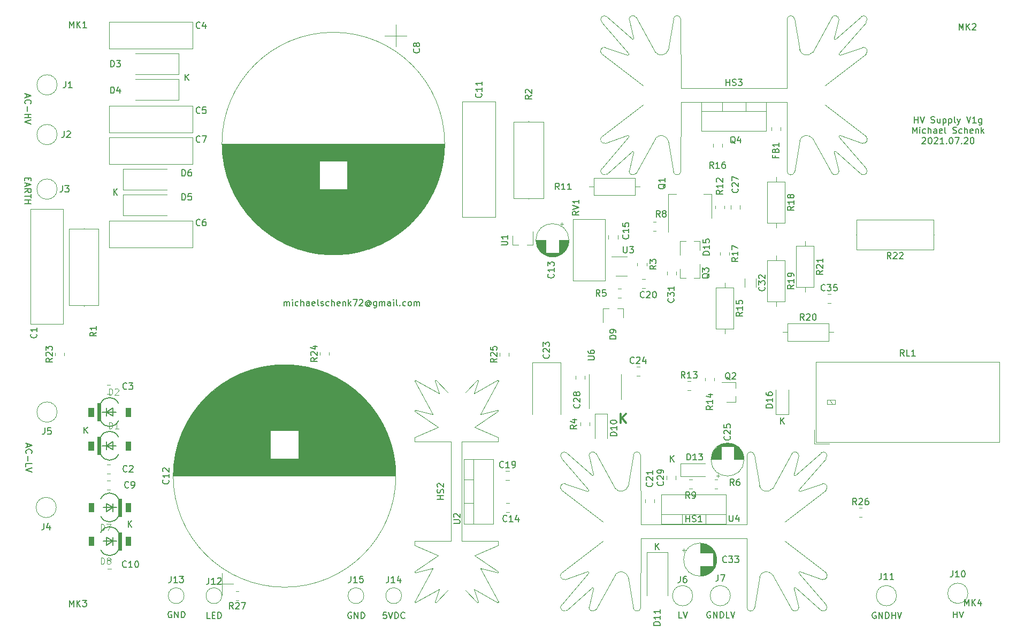
<source format=gbr>
G04 #@! TF.GenerationSoftware,KiCad,Pcbnew,(5.1.10-1-10_14)*
G04 #@! TF.CreationDate,2021-07-20T11:42:14+02:00*
G04 #@! TF.ProjectId,hv-power-supply-v1,68762d70-6f77-4657-922d-737570706c79,rev?*
G04 #@! TF.SameCoordinates,Original*
G04 #@! TF.FileFunction,Legend,Top*
G04 #@! TF.FilePolarity,Positive*
%FSLAX46Y46*%
G04 Gerber Fmt 4.6, Leading zero omitted, Abs format (unit mm)*
G04 Created by KiCad (PCBNEW (5.1.10-1-10_14)) date 2021-07-20 11:42:14*
%MOMM*%
%LPD*%
G01*
G04 APERTURE LIST*
%ADD10C,0.300000*%
%ADD11C,0.150000*%
%ADD12C,0.120000*%
%ADD13C,0.152400*%
%ADD14C,0.010000*%
%ADD15C,0.015000*%
G04 APERTURE END LIST*
D10*
X150165642Y-112375071D02*
X150165642Y-110875071D01*
X151022785Y-112375071D02*
X150379928Y-111517928D01*
X151022785Y-110875071D02*
X150165642Y-111732214D01*
D11*
X175506095Y-112529880D02*
X175506095Y-111529880D01*
X176077523Y-112529880D02*
X175648952Y-111958452D01*
X176077523Y-111529880D02*
X175506095Y-112101309D01*
X81272095Y-58110380D02*
X81272095Y-57110380D01*
X81843523Y-58110380D02*
X81414952Y-57538952D01*
X81843523Y-57110380D02*
X81272095Y-57681809D01*
X69969095Y-76271380D02*
X69969095Y-75271380D01*
X70540523Y-76271380D02*
X70111952Y-75699952D01*
X70540523Y-75271380D02*
X69969095Y-75842809D01*
X158043595Y-118498880D02*
X158043595Y-117498880D01*
X158615023Y-118498880D02*
X158186452Y-117927452D01*
X158615023Y-117498880D02*
X158043595Y-118070309D01*
X155694095Y-132405380D02*
X155694095Y-131405380D01*
X156265523Y-132405380D02*
X155836952Y-131833952D01*
X156265523Y-131405380D02*
X155694095Y-131976809D01*
X72255095Y-128849380D02*
X72255095Y-127849380D01*
X72826523Y-128849380D02*
X72397952Y-128277952D01*
X72826523Y-127849380D02*
X72255095Y-128420809D01*
X65270095Y-113990380D02*
X65270095Y-112990380D01*
X65841523Y-113990380D02*
X65412952Y-113418952D01*
X65841523Y-112990380D02*
X65270095Y-113561809D01*
X202866714Y-143200380D02*
X202866714Y-142200380D01*
X202866714Y-142676571D02*
X203438142Y-142676571D01*
X203438142Y-143200380D02*
X203438142Y-142200380D01*
X203771476Y-142200380D02*
X204104809Y-143200380D01*
X204438142Y-142200380D01*
X190563714Y-142375000D02*
X190468476Y-142327380D01*
X190325619Y-142327380D01*
X190182761Y-142375000D01*
X190087523Y-142470238D01*
X190039904Y-142565476D01*
X189992285Y-142755952D01*
X189992285Y-142898809D01*
X190039904Y-143089285D01*
X190087523Y-143184523D01*
X190182761Y-143279761D01*
X190325619Y-143327380D01*
X190420857Y-143327380D01*
X190563714Y-143279761D01*
X190611333Y-143232142D01*
X190611333Y-142898809D01*
X190420857Y-142898809D01*
X191039904Y-143327380D02*
X191039904Y-142327380D01*
X191611333Y-143327380D01*
X191611333Y-142327380D01*
X192087523Y-143327380D02*
X192087523Y-142327380D01*
X192325619Y-142327380D01*
X192468476Y-142375000D01*
X192563714Y-142470238D01*
X192611333Y-142565476D01*
X192658952Y-142755952D01*
X192658952Y-142898809D01*
X192611333Y-143089285D01*
X192563714Y-143184523D01*
X192468476Y-143279761D01*
X192325619Y-143327380D01*
X192087523Y-143327380D01*
X193087523Y-143327380D02*
X193087523Y-142327380D01*
X193087523Y-142803571D02*
X193658952Y-142803571D01*
X193658952Y-143327380D02*
X193658952Y-142327380D01*
X193992285Y-142327380D02*
X194325619Y-143327380D01*
X194658952Y-142327380D01*
X164393761Y-142311500D02*
X164298523Y-142263880D01*
X164155666Y-142263880D01*
X164012809Y-142311500D01*
X163917571Y-142406738D01*
X163869952Y-142501976D01*
X163822333Y-142692452D01*
X163822333Y-142835309D01*
X163869952Y-143025785D01*
X163917571Y-143121023D01*
X164012809Y-143216261D01*
X164155666Y-143263880D01*
X164250904Y-143263880D01*
X164393761Y-143216261D01*
X164441380Y-143168642D01*
X164441380Y-142835309D01*
X164250904Y-142835309D01*
X164869952Y-143263880D02*
X164869952Y-142263880D01*
X165441380Y-143263880D01*
X165441380Y-142263880D01*
X165917571Y-143263880D02*
X165917571Y-142263880D01*
X166155666Y-142263880D01*
X166298523Y-142311500D01*
X166393761Y-142406738D01*
X166441380Y-142501976D01*
X166489000Y-142692452D01*
X166489000Y-142835309D01*
X166441380Y-143025785D01*
X166393761Y-143121023D01*
X166298523Y-143216261D01*
X166155666Y-143263880D01*
X165917571Y-143263880D01*
X167393761Y-143263880D02*
X166917571Y-143263880D01*
X166917571Y-142263880D01*
X167584238Y-142263880D02*
X167917571Y-143263880D01*
X168250904Y-142263880D01*
X159900952Y-143263880D02*
X159424761Y-143263880D01*
X159424761Y-142263880D01*
X160091428Y-142263880D02*
X160424761Y-143263880D01*
X160758095Y-142263880D01*
X79121095Y-142248000D02*
X79025857Y-142200380D01*
X78883000Y-142200380D01*
X78740142Y-142248000D01*
X78644904Y-142343238D01*
X78597285Y-142438476D01*
X78549666Y-142628952D01*
X78549666Y-142771809D01*
X78597285Y-142962285D01*
X78644904Y-143057523D01*
X78740142Y-143152761D01*
X78883000Y-143200380D01*
X78978238Y-143200380D01*
X79121095Y-143152761D01*
X79168714Y-143105142D01*
X79168714Y-142771809D01*
X78978238Y-142771809D01*
X79597285Y-143200380D02*
X79597285Y-142200380D01*
X80168714Y-143200380D01*
X80168714Y-142200380D01*
X80644904Y-143200380D02*
X80644904Y-142200380D01*
X80883000Y-142200380D01*
X81025857Y-142248000D01*
X81121095Y-142343238D01*
X81168714Y-142438476D01*
X81216333Y-142628952D01*
X81216333Y-142771809D01*
X81168714Y-142962285D01*
X81121095Y-143057523D01*
X81025857Y-143152761D01*
X80883000Y-143200380D01*
X80644904Y-143200380D01*
X85209142Y-143327380D02*
X84732952Y-143327380D01*
X84732952Y-142327380D01*
X85542476Y-142803571D02*
X85875809Y-142803571D01*
X86018666Y-143327380D02*
X85542476Y-143327380D01*
X85542476Y-142327380D01*
X86018666Y-142327380D01*
X86447238Y-143327380D02*
X86447238Y-142327380D01*
X86685333Y-142327380D01*
X86828190Y-142375000D01*
X86923428Y-142470238D01*
X86971047Y-142565476D01*
X87018666Y-142755952D01*
X87018666Y-142898809D01*
X86971047Y-143089285D01*
X86923428Y-143184523D01*
X86828190Y-143279761D01*
X86685333Y-143327380D01*
X86447238Y-143327380D01*
X107569095Y-142375000D02*
X107473857Y-142327380D01*
X107331000Y-142327380D01*
X107188142Y-142375000D01*
X107092904Y-142470238D01*
X107045285Y-142565476D01*
X106997666Y-142755952D01*
X106997666Y-142898809D01*
X107045285Y-143089285D01*
X107092904Y-143184523D01*
X107188142Y-143279761D01*
X107331000Y-143327380D01*
X107426238Y-143327380D01*
X107569095Y-143279761D01*
X107616714Y-143232142D01*
X107616714Y-142898809D01*
X107426238Y-142898809D01*
X108045285Y-143327380D02*
X108045285Y-142327380D01*
X108616714Y-143327380D01*
X108616714Y-142327380D01*
X109092904Y-143327380D02*
X109092904Y-142327380D01*
X109331000Y-142327380D01*
X109473857Y-142375000D01*
X109569095Y-142470238D01*
X109616714Y-142565476D01*
X109664333Y-142755952D01*
X109664333Y-142898809D01*
X109616714Y-143089285D01*
X109569095Y-143184523D01*
X109473857Y-143279761D01*
X109331000Y-143327380D01*
X109092904Y-143327380D01*
X113109523Y-142327380D02*
X112633333Y-142327380D01*
X112585714Y-142803571D01*
X112633333Y-142755952D01*
X112728571Y-142708333D01*
X112966666Y-142708333D01*
X113061904Y-142755952D01*
X113109523Y-142803571D01*
X113157142Y-142898809D01*
X113157142Y-143136904D01*
X113109523Y-143232142D01*
X113061904Y-143279761D01*
X112966666Y-143327380D01*
X112728571Y-143327380D01*
X112633333Y-143279761D01*
X112585714Y-143232142D01*
X113442857Y-142327380D02*
X113776190Y-143327380D01*
X114109523Y-142327380D01*
X114442857Y-143327380D02*
X114442857Y-142327380D01*
X114680952Y-142327380D01*
X114823809Y-142375000D01*
X114919047Y-142470238D01*
X114966666Y-142565476D01*
X115014285Y-142755952D01*
X115014285Y-142898809D01*
X114966666Y-143089285D01*
X114919047Y-143184523D01*
X114823809Y-143279761D01*
X114680952Y-143327380D01*
X114442857Y-143327380D01*
X116014285Y-143232142D02*
X115966666Y-143279761D01*
X115823809Y-143327380D01*
X115728571Y-143327380D01*
X115585714Y-143279761D01*
X115490476Y-143184523D01*
X115442857Y-143089285D01*
X115395238Y-142898809D01*
X115395238Y-142755952D01*
X115442857Y-142565476D01*
X115490476Y-142470238D01*
X115585714Y-142375000D01*
X115728571Y-142327380D01*
X115823809Y-142327380D01*
X115966666Y-142375000D01*
X116014285Y-142422619D01*
X56310333Y-115688523D02*
X56310333Y-116164714D01*
X56024619Y-115593285D02*
X57024619Y-115926619D01*
X56024619Y-116259952D01*
X56119857Y-117164714D02*
X56072238Y-117117095D01*
X56024619Y-116974238D01*
X56024619Y-116879000D01*
X56072238Y-116736142D01*
X56167476Y-116640904D01*
X56262714Y-116593285D01*
X56453190Y-116545666D01*
X56596047Y-116545666D01*
X56786523Y-116593285D01*
X56881761Y-116640904D01*
X56977000Y-116736142D01*
X57024619Y-116879000D01*
X57024619Y-116974238D01*
X56977000Y-117117095D01*
X56929380Y-117164714D01*
X56405571Y-117593285D02*
X56405571Y-118355190D01*
X56024619Y-119307571D02*
X56024619Y-118831380D01*
X57024619Y-118831380D01*
X57024619Y-119498047D02*
X56024619Y-119831380D01*
X57024619Y-120164714D01*
X56421428Y-73540380D02*
X56421428Y-73873714D01*
X55897619Y-74016571D02*
X55897619Y-73540380D01*
X56897619Y-73540380D01*
X56897619Y-74016571D01*
X56183333Y-74397523D02*
X56183333Y-74873714D01*
X55897619Y-74302285D02*
X56897619Y-74635619D01*
X55897619Y-74968952D01*
X55897619Y-75873714D02*
X56373809Y-75540380D01*
X55897619Y-75302285D02*
X56897619Y-75302285D01*
X56897619Y-75683238D01*
X56850000Y-75778476D01*
X56802380Y-75826095D01*
X56707142Y-75873714D01*
X56564285Y-75873714D01*
X56469047Y-75826095D01*
X56421428Y-75778476D01*
X56373809Y-75683238D01*
X56373809Y-75302285D01*
X56897619Y-76159428D02*
X56897619Y-76730857D01*
X55897619Y-76445142D02*
X56897619Y-76445142D01*
X55897619Y-77064190D02*
X56897619Y-77064190D01*
X56421428Y-77064190D02*
X56421428Y-77635619D01*
X55897619Y-77635619D02*
X56897619Y-77635619D01*
X56183333Y-60324476D02*
X56183333Y-60800666D01*
X55897619Y-60229238D02*
X56897619Y-60562571D01*
X55897619Y-60895904D01*
X55992857Y-61800666D02*
X55945238Y-61753047D01*
X55897619Y-61610190D01*
X55897619Y-61514952D01*
X55945238Y-61372095D01*
X56040476Y-61276857D01*
X56135714Y-61229238D01*
X56326190Y-61181619D01*
X56469047Y-61181619D01*
X56659523Y-61229238D01*
X56754761Y-61276857D01*
X56850000Y-61372095D01*
X56897619Y-61514952D01*
X56897619Y-61610190D01*
X56850000Y-61753047D01*
X56802380Y-61800666D01*
X56278571Y-62229238D02*
X56278571Y-62991142D01*
X55897619Y-63467333D02*
X56897619Y-63467333D01*
X56421428Y-63467333D02*
X56421428Y-64038761D01*
X55897619Y-64038761D02*
X56897619Y-64038761D01*
X56897619Y-64372095D02*
X55897619Y-64705428D01*
X56897619Y-65038761D01*
X96918214Y-93797380D02*
X96918214Y-93130714D01*
X96918214Y-93225952D02*
X96965833Y-93178333D01*
X97061071Y-93130714D01*
X97203928Y-93130714D01*
X97299166Y-93178333D01*
X97346785Y-93273571D01*
X97346785Y-93797380D01*
X97346785Y-93273571D02*
X97394404Y-93178333D01*
X97489642Y-93130714D01*
X97632500Y-93130714D01*
X97727738Y-93178333D01*
X97775357Y-93273571D01*
X97775357Y-93797380D01*
X98251547Y-93797380D02*
X98251547Y-93130714D01*
X98251547Y-92797380D02*
X98203928Y-92845000D01*
X98251547Y-92892619D01*
X98299166Y-92845000D01*
X98251547Y-92797380D01*
X98251547Y-92892619D01*
X99156309Y-93749761D02*
X99061071Y-93797380D01*
X98870595Y-93797380D01*
X98775357Y-93749761D01*
X98727738Y-93702142D01*
X98680119Y-93606904D01*
X98680119Y-93321190D01*
X98727738Y-93225952D01*
X98775357Y-93178333D01*
X98870595Y-93130714D01*
X99061071Y-93130714D01*
X99156309Y-93178333D01*
X99584880Y-93797380D02*
X99584880Y-92797380D01*
X100013452Y-93797380D02*
X100013452Y-93273571D01*
X99965833Y-93178333D01*
X99870595Y-93130714D01*
X99727738Y-93130714D01*
X99632500Y-93178333D01*
X99584880Y-93225952D01*
X100918214Y-93797380D02*
X100918214Y-93273571D01*
X100870595Y-93178333D01*
X100775357Y-93130714D01*
X100584880Y-93130714D01*
X100489642Y-93178333D01*
X100918214Y-93749761D02*
X100822976Y-93797380D01*
X100584880Y-93797380D01*
X100489642Y-93749761D01*
X100442023Y-93654523D01*
X100442023Y-93559285D01*
X100489642Y-93464047D01*
X100584880Y-93416428D01*
X100822976Y-93416428D01*
X100918214Y-93368809D01*
X101775357Y-93749761D02*
X101680119Y-93797380D01*
X101489642Y-93797380D01*
X101394404Y-93749761D01*
X101346785Y-93654523D01*
X101346785Y-93273571D01*
X101394404Y-93178333D01*
X101489642Y-93130714D01*
X101680119Y-93130714D01*
X101775357Y-93178333D01*
X101822976Y-93273571D01*
X101822976Y-93368809D01*
X101346785Y-93464047D01*
X102394404Y-93797380D02*
X102299166Y-93749761D01*
X102251547Y-93654523D01*
X102251547Y-92797380D01*
X102727738Y-93749761D02*
X102822976Y-93797380D01*
X103013452Y-93797380D01*
X103108690Y-93749761D01*
X103156309Y-93654523D01*
X103156309Y-93606904D01*
X103108690Y-93511666D01*
X103013452Y-93464047D01*
X102870595Y-93464047D01*
X102775357Y-93416428D01*
X102727738Y-93321190D01*
X102727738Y-93273571D01*
X102775357Y-93178333D01*
X102870595Y-93130714D01*
X103013452Y-93130714D01*
X103108690Y-93178333D01*
X104013452Y-93749761D02*
X103918214Y-93797380D01*
X103727738Y-93797380D01*
X103632500Y-93749761D01*
X103584880Y-93702142D01*
X103537261Y-93606904D01*
X103537261Y-93321190D01*
X103584880Y-93225952D01*
X103632500Y-93178333D01*
X103727738Y-93130714D01*
X103918214Y-93130714D01*
X104013452Y-93178333D01*
X104442023Y-93797380D02*
X104442023Y-92797380D01*
X104870595Y-93797380D02*
X104870595Y-93273571D01*
X104822976Y-93178333D01*
X104727738Y-93130714D01*
X104584880Y-93130714D01*
X104489642Y-93178333D01*
X104442023Y-93225952D01*
X105727738Y-93749761D02*
X105632500Y-93797380D01*
X105442023Y-93797380D01*
X105346785Y-93749761D01*
X105299166Y-93654523D01*
X105299166Y-93273571D01*
X105346785Y-93178333D01*
X105442023Y-93130714D01*
X105632500Y-93130714D01*
X105727738Y-93178333D01*
X105775357Y-93273571D01*
X105775357Y-93368809D01*
X105299166Y-93464047D01*
X106203928Y-93130714D02*
X106203928Y-93797380D01*
X106203928Y-93225952D02*
X106251547Y-93178333D01*
X106346785Y-93130714D01*
X106489642Y-93130714D01*
X106584880Y-93178333D01*
X106632500Y-93273571D01*
X106632500Y-93797380D01*
X107108690Y-93797380D02*
X107108690Y-92797380D01*
X107203928Y-93416428D02*
X107489642Y-93797380D01*
X107489642Y-93130714D02*
X107108690Y-93511666D01*
X107822976Y-92797380D02*
X108489642Y-92797380D01*
X108061071Y-93797380D01*
X108822976Y-92892619D02*
X108870595Y-92845000D01*
X108965833Y-92797380D01*
X109203928Y-92797380D01*
X109299166Y-92845000D01*
X109346785Y-92892619D01*
X109394404Y-92987857D01*
X109394404Y-93083095D01*
X109346785Y-93225952D01*
X108775357Y-93797380D01*
X109394404Y-93797380D01*
X110442023Y-93321190D02*
X110394404Y-93273571D01*
X110299166Y-93225952D01*
X110203928Y-93225952D01*
X110108690Y-93273571D01*
X110061071Y-93321190D01*
X110013452Y-93416428D01*
X110013452Y-93511666D01*
X110061071Y-93606904D01*
X110108690Y-93654523D01*
X110203928Y-93702142D01*
X110299166Y-93702142D01*
X110394404Y-93654523D01*
X110442023Y-93606904D01*
X110442023Y-93225952D02*
X110442023Y-93606904D01*
X110489642Y-93654523D01*
X110537261Y-93654523D01*
X110632500Y-93606904D01*
X110680119Y-93511666D01*
X110680119Y-93273571D01*
X110584880Y-93130714D01*
X110442023Y-93035476D01*
X110251547Y-92987857D01*
X110061071Y-93035476D01*
X109918214Y-93130714D01*
X109822976Y-93273571D01*
X109775357Y-93464047D01*
X109822976Y-93654523D01*
X109918214Y-93797380D01*
X110061071Y-93892619D01*
X110251547Y-93940238D01*
X110442023Y-93892619D01*
X110584880Y-93797380D01*
X111537261Y-93130714D02*
X111537261Y-93940238D01*
X111489642Y-94035476D01*
X111442023Y-94083095D01*
X111346785Y-94130714D01*
X111203928Y-94130714D01*
X111108690Y-94083095D01*
X111537261Y-93749761D02*
X111442023Y-93797380D01*
X111251547Y-93797380D01*
X111156309Y-93749761D01*
X111108690Y-93702142D01*
X111061071Y-93606904D01*
X111061071Y-93321190D01*
X111108690Y-93225952D01*
X111156309Y-93178333D01*
X111251547Y-93130714D01*
X111442023Y-93130714D01*
X111537261Y-93178333D01*
X112013452Y-93797380D02*
X112013452Y-93130714D01*
X112013452Y-93225952D02*
X112061071Y-93178333D01*
X112156309Y-93130714D01*
X112299166Y-93130714D01*
X112394404Y-93178333D01*
X112442023Y-93273571D01*
X112442023Y-93797380D01*
X112442023Y-93273571D02*
X112489642Y-93178333D01*
X112584880Y-93130714D01*
X112727738Y-93130714D01*
X112822976Y-93178333D01*
X112870595Y-93273571D01*
X112870595Y-93797380D01*
X113775357Y-93797380D02*
X113775357Y-93273571D01*
X113727738Y-93178333D01*
X113632500Y-93130714D01*
X113442023Y-93130714D01*
X113346785Y-93178333D01*
X113775357Y-93749761D02*
X113680119Y-93797380D01*
X113442023Y-93797380D01*
X113346785Y-93749761D01*
X113299166Y-93654523D01*
X113299166Y-93559285D01*
X113346785Y-93464047D01*
X113442023Y-93416428D01*
X113680119Y-93416428D01*
X113775357Y-93368809D01*
X114251547Y-93797380D02*
X114251547Y-93130714D01*
X114251547Y-92797380D02*
X114203928Y-92845000D01*
X114251547Y-92892619D01*
X114299166Y-92845000D01*
X114251547Y-92797380D01*
X114251547Y-92892619D01*
X114870595Y-93797380D02*
X114775357Y-93749761D01*
X114727738Y-93654523D01*
X114727738Y-92797380D01*
X115251547Y-93702142D02*
X115299166Y-93749761D01*
X115251547Y-93797380D01*
X115203928Y-93749761D01*
X115251547Y-93702142D01*
X115251547Y-93797380D01*
X116156309Y-93749761D02*
X116061071Y-93797380D01*
X115870595Y-93797380D01*
X115775357Y-93749761D01*
X115727738Y-93702142D01*
X115680119Y-93606904D01*
X115680119Y-93321190D01*
X115727738Y-93225952D01*
X115775357Y-93178333D01*
X115870595Y-93130714D01*
X116061071Y-93130714D01*
X116156309Y-93178333D01*
X116727738Y-93797380D02*
X116632500Y-93749761D01*
X116584880Y-93702142D01*
X116537261Y-93606904D01*
X116537261Y-93321190D01*
X116584880Y-93225952D01*
X116632500Y-93178333D01*
X116727738Y-93130714D01*
X116870595Y-93130714D01*
X116965833Y-93178333D01*
X117013452Y-93225952D01*
X117061071Y-93321190D01*
X117061071Y-93606904D01*
X117013452Y-93702142D01*
X116965833Y-93749761D01*
X116870595Y-93797380D01*
X116727738Y-93797380D01*
X117489642Y-93797380D02*
X117489642Y-93130714D01*
X117489642Y-93225952D02*
X117537261Y-93178333D01*
X117632500Y-93130714D01*
X117775357Y-93130714D01*
X117870595Y-93178333D01*
X117918214Y-93273571D01*
X117918214Y-93797380D01*
X117918214Y-93273571D02*
X117965833Y-93178333D01*
X118061071Y-93130714D01*
X118203928Y-93130714D01*
X118299166Y-93178333D01*
X118346785Y-93273571D01*
X118346785Y-93797380D01*
X196683976Y-64842380D02*
X196683976Y-63842380D01*
X196683976Y-64318571D02*
X197255404Y-64318571D01*
X197255404Y-64842380D02*
X197255404Y-63842380D01*
X197588738Y-63842380D02*
X197922071Y-64842380D01*
X198255404Y-63842380D01*
X199303023Y-64794761D02*
X199445880Y-64842380D01*
X199683976Y-64842380D01*
X199779214Y-64794761D01*
X199826833Y-64747142D01*
X199874452Y-64651904D01*
X199874452Y-64556666D01*
X199826833Y-64461428D01*
X199779214Y-64413809D01*
X199683976Y-64366190D01*
X199493500Y-64318571D01*
X199398261Y-64270952D01*
X199350642Y-64223333D01*
X199303023Y-64128095D01*
X199303023Y-64032857D01*
X199350642Y-63937619D01*
X199398261Y-63890000D01*
X199493500Y-63842380D01*
X199731595Y-63842380D01*
X199874452Y-63890000D01*
X200731595Y-64175714D02*
X200731595Y-64842380D01*
X200303023Y-64175714D02*
X200303023Y-64699523D01*
X200350642Y-64794761D01*
X200445880Y-64842380D01*
X200588738Y-64842380D01*
X200683976Y-64794761D01*
X200731595Y-64747142D01*
X201207785Y-64175714D02*
X201207785Y-65175714D01*
X201207785Y-64223333D02*
X201303023Y-64175714D01*
X201493500Y-64175714D01*
X201588738Y-64223333D01*
X201636357Y-64270952D01*
X201683976Y-64366190D01*
X201683976Y-64651904D01*
X201636357Y-64747142D01*
X201588738Y-64794761D01*
X201493500Y-64842380D01*
X201303023Y-64842380D01*
X201207785Y-64794761D01*
X202112547Y-64175714D02*
X202112547Y-65175714D01*
X202112547Y-64223333D02*
X202207785Y-64175714D01*
X202398261Y-64175714D01*
X202493500Y-64223333D01*
X202541119Y-64270952D01*
X202588738Y-64366190D01*
X202588738Y-64651904D01*
X202541119Y-64747142D01*
X202493500Y-64794761D01*
X202398261Y-64842380D01*
X202207785Y-64842380D01*
X202112547Y-64794761D01*
X203160166Y-64842380D02*
X203064928Y-64794761D01*
X203017309Y-64699523D01*
X203017309Y-63842380D01*
X203445880Y-64175714D02*
X203683976Y-64842380D01*
X203922071Y-64175714D02*
X203683976Y-64842380D01*
X203588738Y-65080476D01*
X203541119Y-65128095D01*
X203445880Y-65175714D01*
X204922071Y-63842380D02*
X205255404Y-64842380D01*
X205588738Y-63842380D01*
X206445880Y-64842380D02*
X205874452Y-64842380D01*
X206160166Y-64842380D02*
X206160166Y-63842380D01*
X206064928Y-63985238D01*
X205969690Y-64080476D01*
X205874452Y-64128095D01*
X207303023Y-64175714D02*
X207303023Y-64985238D01*
X207255404Y-65080476D01*
X207207785Y-65128095D01*
X207112547Y-65175714D01*
X206969690Y-65175714D01*
X206874452Y-65128095D01*
X207303023Y-64794761D02*
X207207785Y-64842380D01*
X207017309Y-64842380D01*
X206922071Y-64794761D01*
X206874452Y-64747142D01*
X206826833Y-64651904D01*
X206826833Y-64366190D01*
X206874452Y-64270952D01*
X206922071Y-64223333D01*
X207017309Y-64175714D01*
X207207785Y-64175714D01*
X207303023Y-64223333D01*
X196374452Y-66492380D02*
X196374452Y-65492380D01*
X196707785Y-66206666D01*
X197041119Y-65492380D01*
X197041119Y-66492380D01*
X197517309Y-66492380D02*
X197517309Y-65825714D01*
X197517309Y-65492380D02*
X197469690Y-65540000D01*
X197517309Y-65587619D01*
X197564928Y-65540000D01*
X197517309Y-65492380D01*
X197517309Y-65587619D01*
X198422071Y-66444761D02*
X198326833Y-66492380D01*
X198136357Y-66492380D01*
X198041119Y-66444761D01*
X197993500Y-66397142D01*
X197945880Y-66301904D01*
X197945880Y-66016190D01*
X197993500Y-65920952D01*
X198041119Y-65873333D01*
X198136357Y-65825714D01*
X198326833Y-65825714D01*
X198422071Y-65873333D01*
X198850642Y-66492380D02*
X198850642Y-65492380D01*
X199279214Y-66492380D02*
X199279214Y-65968571D01*
X199231595Y-65873333D01*
X199136357Y-65825714D01*
X198993500Y-65825714D01*
X198898261Y-65873333D01*
X198850642Y-65920952D01*
X200183976Y-66492380D02*
X200183976Y-65968571D01*
X200136357Y-65873333D01*
X200041119Y-65825714D01*
X199850642Y-65825714D01*
X199755404Y-65873333D01*
X200183976Y-66444761D02*
X200088738Y-66492380D01*
X199850642Y-66492380D01*
X199755404Y-66444761D01*
X199707785Y-66349523D01*
X199707785Y-66254285D01*
X199755404Y-66159047D01*
X199850642Y-66111428D01*
X200088738Y-66111428D01*
X200183976Y-66063809D01*
X201041119Y-66444761D02*
X200945880Y-66492380D01*
X200755404Y-66492380D01*
X200660166Y-66444761D01*
X200612547Y-66349523D01*
X200612547Y-65968571D01*
X200660166Y-65873333D01*
X200755404Y-65825714D01*
X200945880Y-65825714D01*
X201041119Y-65873333D01*
X201088738Y-65968571D01*
X201088738Y-66063809D01*
X200612547Y-66159047D01*
X201660166Y-66492380D02*
X201564928Y-66444761D01*
X201517309Y-66349523D01*
X201517309Y-65492380D01*
X202755404Y-66444761D02*
X202898261Y-66492380D01*
X203136357Y-66492380D01*
X203231595Y-66444761D01*
X203279214Y-66397142D01*
X203326833Y-66301904D01*
X203326833Y-66206666D01*
X203279214Y-66111428D01*
X203231595Y-66063809D01*
X203136357Y-66016190D01*
X202945880Y-65968571D01*
X202850642Y-65920952D01*
X202803023Y-65873333D01*
X202755404Y-65778095D01*
X202755404Y-65682857D01*
X202803023Y-65587619D01*
X202850642Y-65540000D01*
X202945880Y-65492380D01*
X203183976Y-65492380D01*
X203326833Y-65540000D01*
X204183976Y-66444761D02*
X204088738Y-66492380D01*
X203898261Y-66492380D01*
X203803023Y-66444761D01*
X203755404Y-66397142D01*
X203707785Y-66301904D01*
X203707785Y-66016190D01*
X203755404Y-65920952D01*
X203803023Y-65873333D01*
X203898261Y-65825714D01*
X204088738Y-65825714D01*
X204183976Y-65873333D01*
X204612547Y-66492380D02*
X204612547Y-65492380D01*
X205041119Y-66492380D02*
X205041119Y-65968571D01*
X204993500Y-65873333D01*
X204898261Y-65825714D01*
X204755404Y-65825714D01*
X204660166Y-65873333D01*
X204612547Y-65920952D01*
X205898261Y-66444761D02*
X205803023Y-66492380D01*
X205612547Y-66492380D01*
X205517309Y-66444761D01*
X205469690Y-66349523D01*
X205469690Y-65968571D01*
X205517309Y-65873333D01*
X205612547Y-65825714D01*
X205803023Y-65825714D01*
X205898261Y-65873333D01*
X205945880Y-65968571D01*
X205945880Y-66063809D01*
X205469690Y-66159047D01*
X206374452Y-65825714D02*
X206374452Y-66492380D01*
X206374452Y-65920952D02*
X206422071Y-65873333D01*
X206517309Y-65825714D01*
X206660166Y-65825714D01*
X206755404Y-65873333D01*
X206803023Y-65968571D01*
X206803023Y-66492380D01*
X207279214Y-66492380D02*
X207279214Y-65492380D01*
X207374452Y-66111428D02*
X207660166Y-66492380D01*
X207660166Y-65825714D02*
X207279214Y-66206666D01*
X197898261Y-67237619D02*
X197945880Y-67190000D01*
X198041119Y-67142380D01*
X198279214Y-67142380D01*
X198374452Y-67190000D01*
X198422071Y-67237619D01*
X198469690Y-67332857D01*
X198469690Y-67428095D01*
X198422071Y-67570952D01*
X197850642Y-68142380D01*
X198469690Y-68142380D01*
X199088738Y-67142380D02*
X199183976Y-67142380D01*
X199279214Y-67190000D01*
X199326833Y-67237619D01*
X199374452Y-67332857D01*
X199422071Y-67523333D01*
X199422071Y-67761428D01*
X199374452Y-67951904D01*
X199326833Y-68047142D01*
X199279214Y-68094761D01*
X199183976Y-68142380D01*
X199088738Y-68142380D01*
X198993500Y-68094761D01*
X198945880Y-68047142D01*
X198898261Y-67951904D01*
X198850642Y-67761428D01*
X198850642Y-67523333D01*
X198898261Y-67332857D01*
X198945880Y-67237619D01*
X198993500Y-67190000D01*
X199088738Y-67142380D01*
X199803023Y-67237619D02*
X199850642Y-67190000D01*
X199945880Y-67142380D01*
X200183976Y-67142380D01*
X200279214Y-67190000D01*
X200326833Y-67237619D01*
X200374452Y-67332857D01*
X200374452Y-67428095D01*
X200326833Y-67570952D01*
X199755404Y-68142380D01*
X200374452Y-68142380D01*
X201326833Y-68142380D02*
X200755404Y-68142380D01*
X201041119Y-68142380D02*
X201041119Y-67142380D01*
X200945880Y-67285238D01*
X200850642Y-67380476D01*
X200755404Y-67428095D01*
X201755404Y-68047142D02*
X201803023Y-68094761D01*
X201755404Y-68142380D01*
X201707785Y-68094761D01*
X201755404Y-68047142D01*
X201755404Y-68142380D01*
X202422071Y-67142380D02*
X202517309Y-67142380D01*
X202612547Y-67190000D01*
X202660166Y-67237619D01*
X202707785Y-67332857D01*
X202755404Y-67523333D01*
X202755404Y-67761428D01*
X202707785Y-67951904D01*
X202660166Y-68047142D01*
X202612547Y-68094761D01*
X202517309Y-68142380D01*
X202422071Y-68142380D01*
X202326833Y-68094761D01*
X202279214Y-68047142D01*
X202231595Y-67951904D01*
X202183976Y-67761428D01*
X202183976Y-67523333D01*
X202231595Y-67332857D01*
X202279214Y-67237619D01*
X202326833Y-67190000D01*
X202422071Y-67142380D01*
X203088738Y-67142380D02*
X203755404Y-67142380D01*
X203326833Y-68142380D01*
X204136357Y-68047142D02*
X204183976Y-68094761D01*
X204136357Y-68142380D01*
X204088738Y-68094761D01*
X204136357Y-68047142D01*
X204136357Y-68142380D01*
X204564928Y-67237619D02*
X204612547Y-67190000D01*
X204707785Y-67142380D01*
X204945880Y-67142380D01*
X205041119Y-67190000D01*
X205088738Y-67237619D01*
X205136357Y-67332857D01*
X205136357Y-67428095D01*
X205088738Y-67570952D01*
X204517309Y-68142380D01*
X205136357Y-68142380D01*
X205755404Y-67142380D02*
X205850642Y-67142380D01*
X205945880Y-67190000D01*
X205993500Y-67237619D01*
X206041119Y-67332857D01*
X206088738Y-67523333D01*
X206088738Y-67761428D01*
X206041119Y-67951904D01*
X205993500Y-68047142D01*
X205945880Y-68094761D01*
X205850642Y-68142380D01*
X205755404Y-68142380D01*
X205660166Y-68094761D01*
X205612547Y-68047142D01*
X205564928Y-67951904D01*
X205517309Y-67761428D01*
X205517309Y-67523333D01*
X205564928Y-67332857D01*
X205612547Y-67237619D01*
X205660166Y-67190000D01*
X205755404Y-67142380D01*
D12*
X157753000Y-82166500D02*
X157753000Y-76156500D01*
X164573000Y-79916500D02*
X164573000Y-76156500D01*
X157753000Y-76156500D02*
X159013000Y-76156500D01*
X164573000Y-76156500D02*
X163313000Y-76156500D01*
X127476000Y-105570000D02*
X125586000Y-107530000D01*
X127626000Y-105660000D02*
X127476000Y-105570000D01*
X126946000Y-107710000D02*
X127626000Y-105660000D01*
X130716000Y-105560000D02*
X126946000Y-107710000D01*
X130836000Y-105680000D02*
X130716000Y-105560000D01*
X127956000Y-110980000D02*
X130836000Y-105680000D01*
X130756000Y-110320000D02*
X127956000Y-110980000D01*
X130816000Y-110500000D02*
X130756000Y-110320000D01*
X127096000Y-113000000D02*
X130816000Y-110500000D01*
X130806000Y-114620000D02*
X127096000Y-113010000D01*
X130806000Y-115290000D02*
X130806000Y-114620000D01*
X125056000Y-115290000D02*
X130806000Y-115290000D01*
X125056000Y-123190000D02*
X125056000Y-115290000D01*
X117606000Y-115290000D02*
X117606000Y-114620000D01*
X123356000Y-115290000D02*
X117606000Y-115290000D01*
X123356000Y-123190000D02*
X123356000Y-115290000D01*
X117606000Y-114620000D02*
X121316000Y-113010000D01*
X120786000Y-105660000D02*
X120936000Y-105570000D01*
X117576000Y-105680000D02*
X117696000Y-105560000D01*
X117696000Y-105560000D02*
X121466000Y-107710000D01*
X121466000Y-107710000D02*
X120786000Y-105660000D01*
X120936000Y-105570000D02*
X122826000Y-107530000D01*
X120456000Y-110980000D02*
X117576000Y-105680000D01*
X121316000Y-113000000D02*
X117596000Y-110500000D01*
X117596000Y-110500000D02*
X117656000Y-110320000D01*
X117656000Y-110320000D02*
X120456000Y-110980000D01*
X125056000Y-123190000D02*
X125056000Y-131090000D01*
X130806000Y-131760000D02*
X127096000Y-133370000D01*
X130806000Y-131090000D02*
X130806000Y-131760000D01*
X125056000Y-131090000D02*
X130806000Y-131090000D01*
X123356000Y-123190000D02*
X123356000Y-131090000D01*
X121466000Y-138670000D02*
X120786000Y-140720000D01*
X117576000Y-140700000D02*
X117696000Y-140820000D01*
X120786000Y-140720000D02*
X120936000Y-140810000D01*
X117696000Y-140820000D02*
X121466000Y-138670000D01*
X120936000Y-140810000D02*
X122826000Y-138850000D01*
X121316000Y-133380000D02*
X117596000Y-135880000D01*
X117656000Y-136060000D02*
X120456000Y-135400000D01*
X117596000Y-135880000D02*
X117656000Y-136060000D01*
X120456000Y-135400000D02*
X117576000Y-140700000D01*
X117606000Y-131090000D02*
X117606000Y-131760000D01*
X123356000Y-131090000D02*
X117606000Y-131090000D01*
X117606000Y-131760000D02*
X121316000Y-133370000D01*
X130836000Y-140700000D02*
X130716000Y-140820000D01*
X127476000Y-140810000D02*
X125586000Y-138850000D01*
X126946000Y-138670000D02*
X127626000Y-140720000D01*
X127626000Y-140720000D02*
X127476000Y-140810000D01*
X130716000Y-140820000D02*
X126946000Y-138670000D01*
X127956000Y-135400000D02*
X130836000Y-140700000D01*
X130756000Y-136060000D02*
X127956000Y-135400000D01*
X130816000Y-135880000D02*
X130756000Y-136060000D01*
X127096000Y-133380000D02*
X130816000Y-135880000D01*
X159580500Y-89390000D02*
X159580500Y-87930000D01*
X162740500Y-89390000D02*
X162740500Y-87230000D01*
X162740500Y-89390000D02*
X161810500Y-89390000D01*
X159580500Y-89390000D02*
X160510500Y-89390000D01*
X168362000Y-109045000D02*
X166902000Y-109045000D01*
X168362000Y-105885000D02*
X166202000Y-105885000D01*
X168362000Y-105885000D02*
X168362000Y-106815000D01*
X168362000Y-109045000D02*
X168362000Y-108115000D01*
X149426400Y-89060500D02*
X151186400Y-89060500D01*
X151186400Y-85990500D02*
X148756400Y-85990500D01*
X114610000Y-120753000D02*
G75*
G03*
X114610000Y-120753000I-17620000J0D01*
G01*
X79410000Y-120753000D02*
X114570000Y-120753000D01*
X79410000Y-120713000D02*
X114570000Y-120713000D01*
X79410000Y-120673000D02*
X114570000Y-120673000D01*
X79410000Y-120633000D02*
X114570000Y-120633000D01*
X79410000Y-120593000D02*
X114570000Y-120593000D01*
X79411000Y-120553000D02*
X114569000Y-120553000D01*
X79411000Y-120513000D02*
X114569000Y-120513000D01*
X79412000Y-120473000D02*
X114568000Y-120473000D01*
X79412000Y-120433000D02*
X114568000Y-120433000D01*
X79413000Y-120393000D02*
X114567000Y-120393000D01*
X79414000Y-120353000D02*
X114566000Y-120353000D01*
X79415000Y-120313000D02*
X114565000Y-120313000D01*
X79416000Y-120273000D02*
X114564000Y-120273000D01*
X79417000Y-120233000D02*
X114563000Y-120233000D01*
X79418000Y-120193000D02*
X114562000Y-120193000D01*
X79420000Y-120153000D02*
X114560000Y-120153000D01*
X79421000Y-120113000D02*
X114559000Y-120113000D01*
X79423000Y-120073000D02*
X114557000Y-120073000D01*
X79424000Y-120032000D02*
X114556000Y-120032000D01*
X79426000Y-119992000D02*
X114554000Y-119992000D01*
X79428000Y-119952000D02*
X114552000Y-119952000D01*
X79430000Y-119912000D02*
X114550000Y-119912000D01*
X79431000Y-119872000D02*
X114549000Y-119872000D01*
X79434000Y-119832000D02*
X114546000Y-119832000D01*
X79436000Y-119792000D02*
X114544000Y-119792000D01*
X79438000Y-119752000D02*
X114542000Y-119752000D01*
X79440000Y-119712000D02*
X114540000Y-119712000D01*
X79443000Y-119672000D02*
X114537000Y-119672000D01*
X79445000Y-119632000D02*
X114535000Y-119632000D01*
X79448000Y-119592000D02*
X114532000Y-119592000D01*
X79450000Y-119552000D02*
X114530000Y-119552000D01*
X79453000Y-119512000D02*
X114527000Y-119512000D01*
X79456000Y-119472000D02*
X114524000Y-119472000D01*
X79459000Y-119432000D02*
X114521000Y-119432000D01*
X79462000Y-119392000D02*
X114518000Y-119392000D01*
X79465000Y-119352000D02*
X114515000Y-119352000D01*
X79468000Y-119312000D02*
X114512000Y-119312000D01*
X79472000Y-119272000D02*
X114508000Y-119272000D01*
X79475000Y-119232000D02*
X114505000Y-119232000D01*
X79479000Y-119192000D02*
X114501000Y-119192000D01*
X79482000Y-119152000D02*
X114498000Y-119152000D01*
X79486000Y-119112000D02*
X114494000Y-119112000D01*
X79490000Y-119072000D02*
X114490000Y-119072000D01*
X79494000Y-119032000D02*
X114486000Y-119032000D01*
X79498000Y-118992000D02*
X114482000Y-118992000D01*
X79502000Y-118952000D02*
X114478000Y-118952000D01*
X79506000Y-118912000D02*
X114474000Y-118912000D01*
X79510000Y-118872000D02*
X114470000Y-118872000D01*
X79514000Y-118832000D02*
X114466000Y-118832000D01*
X79519000Y-118792000D02*
X114461000Y-118792000D01*
X79523000Y-118752000D02*
X114457000Y-118752000D01*
X79528000Y-118712000D02*
X114452000Y-118712000D01*
X79533000Y-118672000D02*
X114447000Y-118672000D01*
X79538000Y-118632000D02*
X114442000Y-118632000D01*
X79542000Y-118592000D02*
X114438000Y-118592000D01*
X79547000Y-118552000D02*
X114433000Y-118552000D01*
X79552000Y-118512000D02*
X114428000Y-118512000D01*
X79558000Y-118472000D02*
X114422000Y-118472000D01*
X79563000Y-118432000D02*
X114417000Y-118432000D01*
X79568000Y-118392000D02*
X114412000Y-118392000D01*
X79574000Y-118352000D02*
X114406000Y-118352000D01*
X79579000Y-118312000D02*
X114401000Y-118312000D01*
X79585000Y-118272000D02*
X114395000Y-118272000D01*
X79591000Y-118232000D02*
X114389000Y-118232000D01*
X79596000Y-118192000D02*
X114384000Y-118192000D01*
X79602000Y-118152000D02*
X114378000Y-118152000D01*
X79608000Y-118112000D02*
X114372000Y-118112000D01*
X79615000Y-118072000D02*
X114365000Y-118072000D01*
X79621000Y-118032000D02*
X114359000Y-118032000D01*
X79627000Y-117992000D02*
X94750000Y-117992000D01*
X99230000Y-117992000D02*
X114353000Y-117992000D01*
X79633000Y-117952000D02*
X94750000Y-117952000D01*
X99230000Y-117952000D02*
X114347000Y-117952000D01*
X79640000Y-117912000D02*
X94750000Y-117912000D01*
X99230000Y-117912000D02*
X114340000Y-117912000D01*
X79646000Y-117872000D02*
X94750000Y-117872000D01*
X99230000Y-117872000D02*
X114334000Y-117872000D01*
X79653000Y-117832000D02*
X94750000Y-117832000D01*
X99230000Y-117832000D02*
X114327000Y-117832000D01*
X79660000Y-117792000D02*
X94750000Y-117792000D01*
X99230000Y-117792000D02*
X114320000Y-117792000D01*
X79667000Y-117752000D02*
X94750000Y-117752000D01*
X99230000Y-117752000D02*
X114313000Y-117752000D01*
X79674000Y-117712000D02*
X94750000Y-117712000D01*
X99230000Y-117712000D02*
X114306000Y-117712000D01*
X79681000Y-117672000D02*
X94750000Y-117672000D01*
X99230000Y-117672000D02*
X114299000Y-117672000D01*
X79688000Y-117632000D02*
X94750000Y-117632000D01*
X99230000Y-117632000D02*
X114292000Y-117632000D01*
X79695000Y-117592000D02*
X94750000Y-117592000D01*
X99230000Y-117592000D02*
X114285000Y-117592000D01*
X79703000Y-117552000D02*
X94750000Y-117552000D01*
X99230000Y-117552000D02*
X114277000Y-117552000D01*
X79710000Y-117512000D02*
X94750000Y-117512000D01*
X99230000Y-117512000D02*
X114270000Y-117512000D01*
X79717000Y-117472000D02*
X94750000Y-117472000D01*
X99230000Y-117472000D02*
X114263000Y-117472000D01*
X79725000Y-117432000D02*
X94750000Y-117432000D01*
X99230000Y-117432000D02*
X114255000Y-117432000D01*
X79733000Y-117392000D02*
X94750000Y-117392000D01*
X99230000Y-117392000D02*
X114247000Y-117392000D01*
X79741000Y-117352000D02*
X94750000Y-117352000D01*
X99230000Y-117352000D02*
X114239000Y-117352000D01*
X79749000Y-117312000D02*
X94750000Y-117312000D01*
X99230000Y-117312000D02*
X114231000Y-117312000D01*
X79757000Y-117272000D02*
X94750000Y-117272000D01*
X99230000Y-117272000D02*
X114223000Y-117272000D01*
X79765000Y-117232000D02*
X94750000Y-117232000D01*
X99230000Y-117232000D02*
X114215000Y-117232000D01*
X79773000Y-117192000D02*
X94750000Y-117192000D01*
X99230000Y-117192000D02*
X114207000Y-117192000D01*
X79781000Y-117152000D02*
X94750000Y-117152000D01*
X99230000Y-117152000D02*
X114199000Y-117152000D01*
X79790000Y-117112000D02*
X94750000Y-117112000D01*
X99230000Y-117112000D02*
X114190000Y-117112000D01*
X79798000Y-117072000D02*
X94750000Y-117072000D01*
X99230000Y-117072000D02*
X114182000Y-117072000D01*
X79807000Y-117032000D02*
X94750000Y-117032000D01*
X99230000Y-117032000D02*
X114173000Y-117032000D01*
X79815000Y-116992000D02*
X94750000Y-116992000D01*
X99230000Y-116992000D02*
X114165000Y-116992000D01*
X79824000Y-116952000D02*
X94750000Y-116952000D01*
X99230000Y-116952000D02*
X114156000Y-116952000D01*
X79833000Y-116912000D02*
X94750000Y-116912000D01*
X99230000Y-116912000D02*
X114147000Y-116912000D01*
X79842000Y-116872000D02*
X94750000Y-116872000D01*
X99230000Y-116872000D02*
X114138000Y-116872000D01*
X79851000Y-116832000D02*
X94750000Y-116832000D01*
X99230000Y-116832000D02*
X114129000Y-116832000D01*
X79860000Y-116792000D02*
X94750000Y-116792000D01*
X99230000Y-116792000D02*
X114120000Y-116792000D01*
X79870000Y-116752000D02*
X94750000Y-116752000D01*
X99230000Y-116752000D02*
X114110000Y-116752000D01*
X79879000Y-116712000D02*
X94750000Y-116712000D01*
X99230000Y-116712000D02*
X114101000Y-116712000D01*
X79888000Y-116672000D02*
X94750000Y-116672000D01*
X99230000Y-116672000D02*
X114092000Y-116672000D01*
X79898000Y-116632000D02*
X94750000Y-116632000D01*
X99230000Y-116632000D02*
X114082000Y-116632000D01*
X79908000Y-116592000D02*
X94750000Y-116592000D01*
X99230000Y-116592000D02*
X114072000Y-116592000D01*
X79917000Y-116552000D02*
X94750000Y-116552000D01*
X99230000Y-116552000D02*
X114063000Y-116552000D01*
X79927000Y-116512000D02*
X94750000Y-116512000D01*
X99230000Y-116512000D02*
X114053000Y-116512000D01*
X79937000Y-116472000D02*
X94750000Y-116472000D01*
X99230000Y-116472000D02*
X114043000Y-116472000D01*
X79947000Y-116432000D02*
X94750000Y-116432000D01*
X99230000Y-116432000D02*
X114033000Y-116432000D01*
X79957000Y-116392000D02*
X94750000Y-116392000D01*
X99230000Y-116392000D02*
X114023000Y-116392000D01*
X79968000Y-116352000D02*
X94750000Y-116352000D01*
X99230000Y-116352000D02*
X114012000Y-116352000D01*
X79978000Y-116312000D02*
X94750000Y-116312000D01*
X99230000Y-116312000D02*
X114002000Y-116312000D01*
X79989000Y-116272000D02*
X94750000Y-116272000D01*
X99230000Y-116272000D02*
X113991000Y-116272000D01*
X79999000Y-116232000D02*
X94750000Y-116232000D01*
X99230000Y-116232000D02*
X113981000Y-116232000D01*
X80010000Y-116192000D02*
X94750000Y-116192000D01*
X99230000Y-116192000D02*
X113970000Y-116192000D01*
X80021000Y-116152000D02*
X94750000Y-116152000D01*
X99230000Y-116152000D02*
X113959000Y-116152000D01*
X80031000Y-116112000D02*
X94750000Y-116112000D01*
X99230000Y-116112000D02*
X113949000Y-116112000D01*
X80042000Y-116072000D02*
X94750000Y-116072000D01*
X99230000Y-116072000D02*
X113938000Y-116072000D01*
X80053000Y-116032000D02*
X94750000Y-116032000D01*
X99230000Y-116032000D02*
X113927000Y-116032000D01*
X80065000Y-115992000D02*
X94750000Y-115992000D01*
X99230000Y-115992000D02*
X113915000Y-115992000D01*
X80076000Y-115952000D02*
X94750000Y-115952000D01*
X99230000Y-115952000D02*
X113904000Y-115952000D01*
X80087000Y-115912000D02*
X94750000Y-115912000D01*
X99230000Y-115912000D02*
X113893000Y-115912000D01*
X80099000Y-115872000D02*
X94750000Y-115872000D01*
X99230000Y-115872000D02*
X113881000Y-115872000D01*
X80110000Y-115832000D02*
X94750000Y-115832000D01*
X99230000Y-115832000D02*
X113870000Y-115832000D01*
X80122000Y-115792000D02*
X94750000Y-115792000D01*
X99230000Y-115792000D02*
X113858000Y-115792000D01*
X80134000Y-115752000D02*
X94750000Y-115752000D01*
X99230000Y-115752000D02*
X113846000Y-115752000D01*
X80146000Y-115712000D02*
X94750000Y-115712000D01*
X99230000Y-115712000D02*
X113834000Y-115712000D01*
X80158000Y-115672000D02*
X94750000Y-115672000D01*
X99230000Y-115672000D02*
X113822000Y-115672000D01*
X80170000Y-115632000D02*
X94750000Y-115632000D01*
X99230000Y-115632000D02*
X113810000Y-115632000D01*
X80182000Y-115592000D02*
X94750000Y-115592000D01*
X99230000Y-115592000D02*
X113798000Y-115592000D01*
X80194000Y-115552000D02*
X94750000Y-115552000D01*
X99230000Y-115552000D02*
X113786000Y-115552000D01*
X80207000Y-115512000D02*
X94750000Y-115512000D01*
X99230000Y-115512000D02*
X113773000Y-115512000D01*
X80219000Y-115472000D02*
X94750000Y-115472000D01*
X99230000Y-115472000D02*
X113761000Y-115472000D01*
X80232000Y-115432000D02*
X94750000Y-115432000D01*
X99230000Y-115432000D02*
X113748000Y-115432000D01*
X80245000Y-115392000D02*
X94750000Y-115392000D01*
X99230000Y-115392000D02*
X113735000Y-115392000D01*
X80257000Y-115352000D02*
X94750000Y-115352000D01*
X99230000Y-115352000D02*
X113723000Y-115352000D01*
X80270000Y-115312000D02*
X94750000Y-115312000D01*
X99230000Y-115312000D02*
X113710000Y-115312000D01*
X80283000Y-115272000D02*
X94750000Y-115272000D01*
X99230000Y-115272000D02*
X113697000Y-115272000D01*
X80296000Y-115232000D02*
X94750000Y-115232000D01*
X99230000Y-115232000D02*
X113684000Y-115232000D01*
X80310000Y-115192000D02*
X94750000Y-115192000D01*
X99230000Y-115192000D02*
X113670000Y-115192000D01*
X80323000Y-115152000D02*
X94750000Y-115152000D01*
X99230000Y-115152000D02*
X113657000Y-115152000D01*
X80337000Y-115112000D02*
X94750000Y-115112000D01*
X99230000Y-115112000D02*
X113643000Y-115112000D01*
X80350000Y-115072000D02*
X94750000Y-115072000D01*
X99230000Y-115072000D02*
X113630000Y-115072000D01*
X80364000Y-115032000D02*
X94750000Y-115032000D01*
X99230000Y-115032000D02*
X113616000Y-115032000D01*
X80378000Y-114992000D02*
X94750000Y-114992000D01*
X99230000Y-114992000D02*
X113602000Y-114992000D01*
X80391000Y-114952000D02*
X94750000Y-114952000D01*
X99230000Y-114952000D02*
X113589000Y-114952000D01*
X80405000Y-114912000D02*
X94750000Y-114912000D01*
X99230000Y-114912000D02*
X113575000Y-114912000D01*
X80420000Y-114872000D02*
X94750000Y-114872000D01*
X99230000Y-114872000D02*
X113560000Y-114872000D01*
X80434000Y-114832000D02*
X94750000Y-114832000D01*
X99230000Y-114832000D02*
X113546000Y-114832000D01*
X80448000Y-114792000D02*
X94750000Y-114792000D01*
X99230000Y-114792000D02*
X113532000Y-114792000D01*
X80463000Y-114752000D02*
X94750000Y-114752000D01*
X99230000Y-114752000D02*
X113517000Y-114752000D01*
X80477000Y-114712000D02*
X94750000Y-114712000D01*
X99230000Y-114712000D02*
X113503000Y-114712000D01*
X80492000Y-114672000D02*
X94750000Y-114672000D01*
X99230000Y-114672000D02*
X113488000Y-114672000D01*
X80506000Y-114632000D02*
X94750000Y-114632000D01*
X99230000Y-114632000D02*
X113474000Y-114632000D01*
X80521000Y-114592000D02*
X94750000Y-114592000D01*
X99230000Y-114592000D02*
X113459000Y-114592000D01*
X80536000Y-114552000D02*
X94750000Y-114552000D01*
X99230000Y-114552000D02*
X113444000Y-114552000D01*
X80551000Y-114512000D02*
X94750000Y-114512000D01*
X99230000Y-114512000D02*
X113429000Y-114512000D01*
X80567000Y-114472000D02*
X94750000Y-114472000D01*
X99230000Y-114472000D02*
X113413000Y-114472000D01*
X80582000Y-114432000D02*
X94750000Y-114432000D01*
X99230000Y-114432000D02*
X113398000Y-114432000D01*
X80597000Y-114392000D02*
X94750000Y-114392000D01*
X99230000Y-114392000D02*
X113383000Y-114392000D01*
X80613000Y-114352000D02*
X94750000Y-114352000D01*
X99230000Y-114352000D02*
X113367000Y-114352000D01*
X80629000Y-114312000D02*
X94750000Y-114312000D01*
X99230000Y-114312000D02*
X113351000Y-114312000D01*
X80644000Y-114272000D02*
X94750000Y-114272000D01*
X99230000Y-114272000D02*
X113336000Y-114272000D01*
X80660000Y-114232000D02*
X94750000Y-114232000D01*
X99230000Y-114232000D02*
X113320000Y-114232000D01*
X80676000Y-114192000D02*
X94750000Y-114192000D01*
X99230000Y-114192000D02*
X113304000Y-114192000D01*
X80692000Y-114152000D02*
X94750000Y-114152000D01*
X99230000Y-114152000D02*
X113288000Y-114152000D01*
X80709000Y-114112000D02*
X94750000Y-114112000D01*
X99230000Y-114112000D02*
X113271000Y-114112000D01*
X80725000Y-114072000D02*
X94750000Y-114072000D01*
X99230000Y-114072000D02*
X113255000Y-114072000D01*
X80741000Y-114032000D02*
X94750000Y-114032000D01*
X99230000Y-114032000D02*
X113239000Y-114032000D01*
X80758000Y-113992000D02*
X94750000Y-113992000D01*
X99230000Y-113992000D02*
X113222000Y-113992000D01*
X80775000Y-113952000D02*
X94750000Y-113952000D01*
X99230000Y-113952000D02*
X113205000Y-113952000D01*
X80791000Y-113912000D02*
X94750000Y-113912000D01*
X99230000Y-113912000D02*
X113189000Y-113912000D01*
X80808000Y-113872000D02*
X94750000Y-113872000D01*
X99230000Y-113872000D02*
X113172000Y-113872000D01*
X80825000Y-113832000D02*
X94750000Y-113832000D01*
X99230000Y-113832000D02*
X113155000Y-113832000D01*
X80842000Y-113792000D02*
X94750000Y-113792000D01*
X99230000Y-113792000D02*
X113138000Y-113792000D01*
X80860000Y-113752000D02*
X94750000Y-113752000D01*
X99230000Y-113752000D02*
X113120000Y-113752000D01*
X80877000Y-113712000D02*
X94750000Y-113712000D01*
X99230000Y-113712000D02*
X113103000Y-113712000D01*
X80895000Y-113672000D02*
X94750000Y-113672000D01*
X99230000Y-113672000D02*
X113085000Y-113672000D01*
X80912000Y-113632000D02*
X94750000Y-113632000D01*
X99230000Y-113632000D02*
X113068000Y-113632000D01*
X80930000Y-113592000D02*
X94750000Y-113592000D01*
X99230000Y-113592000D02*
X113050000Y-113592000D01*
X80948000Y-113552000D02*
X94750000Y-113552000D01*
X99230000Y-113552000D02*
X113032000Y-113552000D01*
X80966000Y-113512000D02*
X113014000Y-113512000D01*
X80984000Y-113472000D02*
X112996000Y-113472000D01*
X81002000Y-113432000D02*
X112978000Y-113432000D01*
X81020000Y-113392000D02*
X112960000Y-113392000D01*
X81039000Y-113352000D02*
X112941000Y-113352000D01*
X81057000Y-113312000D02*
X112923000Y-113312000D01*
X81076000Y-113272000D02*
X112904000Y-113272000D01*
X81095000Y-113232000D02*
X112885000Y-113232000D01*
X81114000Y-113192000D02*
X112866000Y-113192000D01*
X81133000Y-113152000D02*
X112847000Y-113152000D01*
X81152000Y-113112000D02*
X112828000Y-113112000D01*
X81171000Y-113072000D02*
X112809000Y-113072000D01*
X81191000Y-113032000D02*
X112789000Y-113032000D01*
X81210000Y-112992000D02*
X112770000Y-112992000D01*
X81230000Y-112952000D02*
X112750000Y-112952000D01*
X81250000Y-112912000D02*
X112730000Y-112912000D01*
X81270000Y-112872000D02*
X112710000Y-112872000D01*
X81290000Y-112832000D02*
X112690000Y-112832000D01*
X81310000Y-112792000D02*
X112670000Y-112792000D01*
X81330000Y-112752000D02*
X112650000Y-112752000D01*
X81351000Y-112712000D02*
X112629000Y-112712000D01*
X81371000Y-112672000D02*
X112609000Y-112672000D01*
X81392000Y-112632000D02*
X112588000Y-112632000D01*
X81413000Y-112592000D02*
X112567000Y-112592000D01*
X81434000Y-112553000D02*
X112546000Y-112553000D01*
X81455000Y-112513000D02*
X112525000Y-112513000D01*
X81476000Y-112473000D02*
X112504000Y-112473000D01*
X81498000Y-112433000D02*
X112482000Y-112433000D01*
X81519000Y-112393000D02*
X112461000Y-112393000D01*
X81541000Y-112353000D02*
X112439000Y-112353000D01*
X81562000Y-112313000D02*
X112418000Y-112313000D01*
X81584000Y-112273000D02*
X112396000Y-112273000D01*
X81606000Y-112233000D02*
X112374000Y-112233000D01*
X81629000Y-112193000D02*
X112351000Y-112193000D01*
X81651000Y-112153000D02*
X112329000Y-112153000D01*
X81673000Y-112113000D02*
X112307000Y-112113000D01*
X81696000Y-112073000D02*
X112284000Y-112073000D01*
X81719000Y-112033000D02*
X112261000Y-112033000D01*
X81741000Y-111993000D02*
X112239000Y-111993000D01*
X81764000Y-111953000D02*
X112216000Y-111953000D01*
X81787000Y-111913000D02*
X112193000Y-111913000D01*
X81811000Y-111873000D02*
X112169000Y-111873000D01*
X81834000Y-111833000D02*
X112146000Y-111833000D01*
X81858000Y-111793000D02*
X112122000Y-111793000D01*
X81881000Y-111753000D02*
X112099000Y-111753000D01*
X81905000Y-111713000D02*
X112075000Y-111713000D01*
X81929000Y-111673000D02*
X112051000Y-111673000D01*
X81953000Y-111633000D02*
X112027000Y-111633000D01*
X81978000Y-111593000D02*
X112002000Y-111593000D01*
X82002000Y-111553000D02*
X111978000Y-111553000D01*
X82027000Y-111513000D02*
X111953000Y-111513000D01*
X82051000Y-111473000D02*
X111929000Y-111473000D01*
X82076000Y-111433000D02*
X111904000Y-111433000D01*
X82101000Y-111393000D02*
X111879000Y-111393000D01*
X82126000Y-111353000D02*
X111854000Y-111353000D01*
X82152000Y-111313000D02*
X111828000Y-111313000D01*
X82177000Y-111273000D02*
X111803000Y-111273000D01*
X82203000Y-111233000D02*
X111777000Y-111233000D01*
X82228000Y-111193000D02*
X111752000Y-111193000D01*
X82254000Y-111153000D02*
X111726000Y-111153000D01*
X82280000Y-111113000D02*
X111700000Y-111113000D01*
X82307000Y-111073000D02*
X111673000Y-111073000D01*
X82333000Y-111033000D02*
X111647000Y-111033000D01*
X82360000Y-110993000D02*
X111620000Y-110993000D01*
X82386000Y-110953000D02*
X111594000Y-110953000D01*
X82413000Y-110913000D02*
X111567000Y-110913000D01*
X82440000Y-110873000D02*
X111540000Y-110873000D01*
X82467000Y-110833000D02*
X111513000Y-110833000D01*
X82495000Y-110793000D02*
X111485000Y-110793000D01*
X82522000Y-110753000D02*
X111458000Y-110753000D01*
X82550000Y-110713000D02*
X111430000Y-110713000D01*
X82578000Y-110673000D02*
X111402000Y-110673000D01*
X82606000Y-110633000D02*
X111374000Y-110633000D01*
X82634000Y-110593000D02*
X111346000Y-110593000D01*
X82662000Y-110553000D02*
X111318000Y-110553000D01*
X82691000Y-110513000D02*
X111289000Y-110513000D01*
X82719000Y-110473000D02*
X111261000Y-110473000D01*
X82748000Y-110433000D02*
X111232000Y-110433000D01*
X82777000Y-110393000D02*
X111203000Y-110393000D01*
X82806000Y-110353000D02*
X111174000Y-110353000D01*
X82835000Y-110313000D02*
X111145000Y-110313000D01*
X82865000Y-110273000D02*
X111115000Y-110273000D01*
X82895000Y-110233000D02*
X111085000Y-110233000D01*
X82925000Y-110193000D02*
X111055000Y-110193000D01*
X82955000Y-110153000D02*
X111025000Y-110153000D01*
X82985000Y-110113000D02*
X110995000Y-110113000D01*
X83015000Y-110073000D02*
X110965000Y-110073000D01*
X83046000Y-110033000D02*
X110934000Y-110033000D01*
X83076000Y-109993000D02*
X110904000Y-109993000D01*
X83107000Y-109953000D02*
X110873000Y-109953000D01*
X83139000Y-109913000D02*
X110841000Y-109913000D01*
X83170000Y-109873000D02*
X110810000Y-109873000D01*
X83201000Y-109833000D02*
X110779000Y-109833000D01*
X83233000Y-109793000D02*
X110747000Y-109793000D01*
X83265000Y-109753000D02*
X110715000Y-109753000D01*
X83297000Y-109713000D02*
X110683000Y-109713000D01*
X83329000Y-109673000D02*
X110651000Y-109673000D01*
X83362000Y-109633000D02*
X110618000Y-109633000D01*
X83394000Y-109593000D02*
X110586000Y-109593000D01*
X83427000Y-109553000D02*
X110553000Y-109553000D01*
X83460000Y-109513000D02*
X110520000Y-109513000D01*
X83493000Y-109473000D02*
X110487000Y-109473000D01*
X83527000Y-109433000D02*
X110453000Y-109433000D01*
X83560000Y-109393000D02*
X110420000Y-109393000D01*
X83594000Y-109353000D02*
X110386000Y-109353000D01*
X83628000Y-109313000D02*
X110352000Y-109313000D01*
X83663000Y-109273000D02*
X110317000Y-109273000D01*
X83697000Y-109233000D02*
X110283000Y-109233000D01*
X83732000Y-109193000D02*
X110248000Y-109193000D01*
X83767000Y-109153000D02*
X110213000Y-109153000D01*
X83802000Y-109113000D02*
X110178000Y-109113000D01*
X83837000Y-109073000D02*
X110143000Y-109073000D01*
X83873000Y-109033000D02*
X110107000Y-109033000D01*
X83908000Y-108993000D02*
X110072000Y-108993000D01*
X83944000Y-108953000D02*
X110036000Y-108953000D01*
X83980000Y-108913000D02*
X110000000Y-108913000D01*
X84017000Y-108873000D02*
X109963000Y-108873000D01*
X84053000Y-108833000D02*
X109927000Y-108833000D01*
X84090000Y-108793000D02*
X109890000Y-108793000D01*
X84127000Y-108753000D02*
X109853000Y-108753000D01*
X84165000Y-108713000D02*
X109815000Y-108713000D01*
X84202000Y-108673000D02*
X109778000Y-108673000D01*
X84240000Y-108633000D02*
X109740000Y-108633000D01*
X84278000Y-108593000D02*
X109702000Y-108593000D01*
X84316000Y-108553000D02*
X109664000Y-108553000D01*
X84355000Y-108513000D02*
X109625000Y-108513000D01*
X84394000Y-108473000D02*
X109586000Y-108473000D01*
X84433000Y-108433000D02*
X109547000Y-108433000D01*
X84472000Y-108393000D02*
X109508000Y-108393000D01*
X84511000Y-108353000D02*
X109469000Y-108353000D01*
X84551000Y-108313000D02*
X109429000Y-108313000D01*
X84591000Y-108273000D02*
X109389000Y-108273000D01*
X84631000Y-108233000D02*
X109349000Y-108233000D01*
X84672000Y-108193000D02*
X109308000Y-108193000D01*
X84713000Y-108153000D02*
X109267000Y-108153000D01*
X84754000Y-108113000D02*
X109226000Y-108113000D01*
X84795000Y-108073000D02*
X109185000Y-108073000D01*
X84837000Y-108033000D02*
X109143000Y-108033000D01*
X84879000Y-107993000D02*
X109101000Y-107993000D01*
X84921000Y-107953000D02*
X109059000Y-107953000D01*
X84963000Y-107913000D02*
X109017000Y-107913000D01*
X85006000Y-107873000D02*
X108974000Y-107873000D01*
X85049000Y-107833000D02*
X108931000Y-107833000D01*
X85092000Y-107793000D02*
X108888000Y-107793000D01*
X85136000Y-107753000D02*
X108844000Y-107753000D01*
X85179000Y-107713000D02*
X108801000Y-107713000D01*
X85224000Y-107673000D02*
X108756000Y-107673000D01*
X85268000Y-107633000D02*
X108712000Y-107633000D01*
X85313000Y-107593000D02*
X108667000Y-107593000D01*
X85358000Y-107553000D02*
X108622000Y-107553000D01*
X85403000Y-107513000D02*
X108577000Y-107513000D01*
X85449000Y-107473000D02*
X108531000Y-107473000D01*
X85495000Y-107433000D02*
X108485000Y-107433000D01*
X85541000Y-107393000D02*
X108439000Y-107393000D01*
X85588000Y-107353000D02*
X108392000Y-107353000D01*
X85635000Y-107313000D02*
X108345000Y-107313000D01*
X85683000Y-107273000D02*
X108297000Y-107273000D01*
X85730000Y-107233000D02*
X108250000Y-107233000D01*
X85778000Y-107193000D02*
X108202000Y-107193000D01*
X85827000Y-107153000D02*
X108153000Y-107153000D01*
X85875000Y-107113000D02*
X108105000Y-107113000D01*
X85924000Y-107073000D02*
X108056000Y-107073000D01*
X85974000Y-107033000D02*
X108006000Y-107033000D01*
X86024000Y-106993000D02*
X107956000Y-106993000D01*
X86074000Y-106953000D02*
X107906000Y-106953000D01*
X86125000Y-106913000D02*
X107855000Y-106913000D01*
X86175000Y-106873000D02*
X107805000Y-106873000D01*
X86227000Y-106833000D02*
X107753000Y-106833000D01*
X86279000Y-106793000D02*
X107701000Y-106793000D01*
X86331000Y-106753000D02*
X107649000Y-106753000D01*
X86383000Y-106713000D02*
X107597000Y-106713000D01*
X86436000Y-106673000D02*
X107544000Y-106673000D01*
X86490000Y-106633000D02*
X107490000Y-106633000D01*
X86543000Y-106593000D02*
X107437000Y-106593000D01*
X86598000Y-106553000D02*
X107382000Y-106553000D01*
X86652000Y-106513000D02*
X107328000Y-106513000D01*
X86707000Y-106473000D02*
X107273000Y-106473000D01*
X86763000Y-106433000D02*
X107217000Y-106433000D01*
X86819000Y-106393000D02*
X107161000Y-106393000D01*
X86875000Y-106353000D02*
X107105000Y-106353000D01*
X86932000Y-106313000D02*
X107048000Y-106313000D01*
X86990000Y-106273000D02*
X106990000Y-106273000D01*
X87048000Y-106233000D02*
X106932000Y-106233000D01*
X87106000Y-106193000D02*
X106874000Y-106193000D01*
X87165000Y-106153000D02*
X106815000Y-106153000D01*
X87225000Y-106113000D02*
X106755000Y-106113000D01*
X87285000Y-106073000D02*
X106695000Y-106073000D01*
X87345000Y-106033000D02*
X106635000Y-106033000D01*
X87406000Y-105993000D02*
X106574000Y-105993000D01*
X87468000Y-105953000D02*
X106512000Y-105953000D01*
X87530000Y-105913000D02*
X106450000Y-105913000D01*
X87593000Y-105873000D02*
X106387000Y-105873000D01*
X87656000Y-105833000D02*
X106324000Y-105833000D01*
X87720000Y-105793000D02*
X106260000Y-105793000D01*
X87785000Y-105753000D02*
X106195000Y-105753000D01*
X87850000Y-105713000D02*
X106130000Y-105713000D01*
X87916000Y-105673000D02*
X106064000Y-105673000D01*
X87982000Y-105633000D02*
X105998000Y-105633000D01*
X88050000Y-105593000D02*
X105930000Y-105593000D01*
X88117000Y-105553000D02*
X105863000Y-105553000D01*
X88186000Y-105513000D02*
X105794000Y-105513000D01*
X88255000Y-105473000D02*
X105725000Y-105473000D01*
X88325000Y-105433000D02*
X105655000Y-105433000D01*
X88396000Y-105393000D02*
X105584000Y-105393000D01*
X88468000Y-105353000D02*
X105512000Y-105353000D01*
X88540000Y-105313000D02*
X105440000Y-105313000D01*
X88613000Y-105273000D02*
X105367000Y-105273000D01*
X88687000Y-105233000D02*
X105293000Y-105233000D01*
X88762000Y-105193000D02*
X105218000Y-105193000D01*
X88838000Y-105153000D02*
X105142000Y-105153000D01*
X88914000Y-105113000D02*
X105066000Y-105113000D01*
X88992000Y-105073000D02*
X104988000Y-105073000D01*
X89070000Y-105033000D02*
X104910000Y-105033000D01*
X89150000Y-104993000D02*
X104830000Y-104993000D01*
X89231000Y-104953000D02*
X104749000Y-104953000D01*
X89312000Y-104913000D02*
X104668000Y-104913000D01*
X89395000Y-104873000D02*
X104585000Y-104873000D01*
X89478000Y-104833000D02*
X104502000Y-104833000D01*
X89563000Y-104793000D02*
X104417000Y-104793000D01*
X89649000Y-104753000D02*
X104331000Y-104753000D01*
X89737000Y-104713000D02*
X104243000Y-104713000D01*
X89825000Y-104673000D02*
X104155000Y-104673000D01*
X89915000Y-104633000D02*
X104065000Y-104633000D01*
X90007000Y-104593000D02*
X103973000Y-104593000D01*
X90100000Y-104553000D02*
X103880000Y-104553000D01*
X90194000Y-104513000D02*
X103786000Y-104513000D01*
X90290000Y-104473000D02*
X103690000Y-104473000D01*
X90387000Y-104433000D02*
X103593000Y-104433000D01*
X90486000Y-104393000D02*
X103494000Y-104393000D01*
X90587000Y-104353000D02*
X103393000Y-104353000D01*
X90690000Y-104313000D02*
X103290000Y-104313000D01*
X90795000Y-104273000D02*
X103185000Y-104273000D01*
X90901000Y-104233000D02*
X103079000Y-104233000D01*
X91010000Y-104193000D02*
X102970000Y-104193000D01*
X91122000Y-104153000D02*
X102858000Y-104153000D01*
X91235000Y-104113000D02*
X102745000Y-104113000D01*
X91351000Y-104073000D02*
X102629000Y-104073000D01*
X91470000Y-104033000D02*
X102510000Y-104033000D01*
X91592000Y-103993000D02*
X102388000Y-103993000D01*
X91717000Y-103953000D02*
X102263000Y-103953000D01*
X91845000Y-103913000D02*
X102135000Y-103913000D01*
X91977000Y-103873000D02*
X102003000Y-103873000D01*
X92112000Y-103833000D02*
X101868000Y-103833000D01*
X92252000Y-103793000D02*
X101728000Y-103793000D01*
X92397000Y-103753000D02*
X101583000Y-103753000D01*
X92546000Y-103713000D02*
X101434000Y-103713000D01*
X92701000Y-103673000D02*
X101279000Y-103673000D01*
X92862000Y-103633000D02*
X101118000Y-103633000D01*
X93030000Y-103593000D02*
X100950000Y-103593000D01*
X93205000Y-103553000D02*
X100775000Y-103553000D01*
X93390000Y-103513000D02*
X100590000Y-103513000D01*
X93585000Y-103473000D02*
X100395000Y-103473000D01*
X93792000Y-103433000D02*
X100188000Y-103433000D01*
X94014000Y-103393000D02*
X99966000Y-103393000D01*
X94254000Y-103353000D02*
X99726000Y-103353000D01*
X94517000Y-103313000D02*
X99463000Y-103313000D01*
X94813000Y-103273000D02*
X99167000Y-103273000D01*
X95155000Y-103233000D02*
X98825000Y-103233000D01*
X95577000Y-103193000D02*
X98403000Y-103193000D01*
X96190000Y-103153000D02*
X97790000Y-103153000D01*
X87115000Y-139607002D02*
X87115000Y-136107002D01*
X85365000Y-137857002D02*
X88865000Y-137857002D01*
X125343000Y-128333000D02*
X125343000Y-118093000D01*
X129984000Y-128333000D02*
X129984000Y-118093000D01*
X125343000Y-128333000D02*
X129984000Y-128333000D01*
X125343000Y-118093000D02*
X129984000Y-118093000D01*
X126853000Y-128333000D02*
X126853000Y-118093000D01*
X125343000Y-125063000D02*
X126853000Y-125063000D01*
X125343000Y-121362000D02*
X126853000Y-121362000D01*
X189000000Y-67005000D02*
X182490000Y-61995000D01*
X184920000Y-66845000D02*
X188480000Y-68065000D01*
X189000000Y-72045000D02*
X184750000Y-67065000D01*
X184220000Y-69375000D02*
X188250000Y-72965000D01*
X184720000Y-72515000D02*
X183970000Y-69525000D01*
X180540000Y-67275000D02*
X183630000Y-72845000D01*
X177690000Y-72635000D02*
X178500000Y-67675000D01*
X176510000Y-61585000D02*
X168110000Y-61585000D01*
X176520000Y-72545000D02*
X176510000Y-61585000D01*
X177690000Y-48315000D02*
X178500000Y-53275000D01*
X176520000Y-48405000D02*
X176510000Y-59365000D01*
X180540000Y-53675000D02*
X183630000Y-48105000D01*
X184720000Y-48435000D02*
X183970000Y-51425000D01*
X184220000Y-51575000D02*
X188250000Y-47985000D01*
X189000000Y-48905000D02*
X184750000Y-53885000D01*
X184920000Y-54105000D02*
X188480000Y-52885000D01*
X189000000Y-53945000D02*
X182490000Y-58955000D01*
X176510000Y-59365000D02*
X168110000Y-59365000D01*
X159700000Y-72545000D02*
X159710000Y-61585000D01*
X158530000Y-72635000D02*
X157720000Y-67675000D01*
X155680000Y-67275000D02*
X152590000Y-72845000D01*
X159700000Y-48405000D02*
X159710000Y-59365000D01*
X158530000Y-48315000D02*
X157720000Y-53275000D01*
X155680000Y-53675000D02*
X152590000Y-48105000D01*
X151300000Y-66845000D02*
X147740000Y-68065000D01*
X147220000Y-67005000D02*
X153730000Y-61995000D01*
X151500000Y-48435000D02*
X152250000Y-51425000D01*
X152000000Y-51575000D02*
X147970000Y-47985000D01*
X152000000Y-69375000D02*
X147970000Y-72965000D01*
X151500000Y-72515000D02*
X152250000Y-69525000D01*
X147220000Y-72045000D02*
X151470000Y-67065000D01*
X147220000Y-48905000D02*
X151470000Y-53885000D01*
X151300000Y-54105000D02*
X147740000Y-52885000D01*
X147220000Y-53945000D02*
X153730000Y-58955000D01*
X159710000Y-59365000D02*
X168110000Y-59365000D01*
X159710000Y-61585000D02*
X168110000Y-61585000D01*
X147227990Y-53945923D02*
G75*
G02*
X147750000Y-52885000I382010J470923D01*
G01*
X151468995Y-53882156D02*
G75*
G02*
X151300000Y-54105000I-108995J-92844D01*
G01*
X147226639Y-72044810D02*
G75*
G03*
X147990000Y-72945000I393361J-440190D01*
G01*
X151502704Y-72504866D02*
G75*
G03*
X152600000Y-72835000I607296J29866D01*
G01*
X152247261Y-69548206D02*
G75*
G03*
X152000000Y-69365000I-137261J73206D01*
G01*
X147226432Y-48905005D02*
G75*
G02*
X147990000Y-48005000I393568J440005D01*
G01*
X152247354Y-51401968D02*
G75*
G02*
X152000000Y-51585000I-137354J-73032D01*
G01*
X151502746Y-48444286D02*
G75*
G02*
X152600000Y-48115000I607254J-30714D01*
G01*
X151468994Y-67067846D02*
G75*
G03*
X151300000Y-66845000I-108994J92846D01*
G01*
X147228754Y-67003458D02*
G75*
G03*
X147750000Y-68065000I381246J-471542D01*
G01*
X157731275Y-53236577D02*
G75*
G02*
X155680000Y-53665000I-1131275J291577D01*
G01*
X158531633Y-48336715D02*
G75*
G02*
X159700000Y-48435000I578367J-118285D01*
G01*
X158531505Y-72612659D02*
G75*
G03*
X159700000Y-72515000I578495J117659D01*
G01*
X157731511Y-67714338D02*
G75*
G03*
X155680000Y-67285000I-1131511J-290662D01*
G01*
X188993361Y-48905190D02*
G75*
G03*
X188230000Y-48005000I-393361J440190D01*
G01*
X184717296Y-48445134D02*
G75*
G03*
X183620000Y-48115000I-607296J-29866D01*
G01*
X188991246Y-53946542D02*
G75*
G03*
X188470000Y-52885000I-381246J471542D01*
G01*
X184751006Y-53882154D02*
G75*
G03*
X184920000Y-54105000I108994J-92846D01*
G01*
X183972739Y-51401794D02*
G75*
G03*
X184220000Y-51585000I137261J-73206D01*
G01*
X178488489Y-53235662D02*
G75*
G03*
X180540000Y-53665000I1131511J290662D01*
G01*
X177688495Y-48337341D02*
G75*
G03*
X176520000Y-48435000I-578495J-117659D01*
G01*
X184751005Y-67067844D02*
G75*
G02*
X184920000Y-66845000I108995J92844D01*
G01*
X183972646Y-69548032D02*
G75*
G02*
X184220000Y-69365000I137354J73032D01*
G01*
X188992010Y-67004077D02*
G75*
G02*
X188470000Y-68065000I-382010J-470923D01*
G01*
X188993568Y-72044995D02*
G75*
G02*
X188230000Y-72945000I-393568J-440005D01*
G01*
X184717254Y-72505714D02*
G75*
G02*
X183620000Y-72835000I-607254J30714D01*
G01*
X177688367Y-72613285D02*
G75*
G02*
X176520000Y-72515000I-578367J118285D01*
G01*
X178488725Y-67713423D02*
G75*
G02*
X180540000Y-67285000I1131275J-291577D01*
G01*
X153360000Y-130673000D02*
X161760000Y-130673000D01*
X153360000Y-128453000D02*
X161760000Y-128453000D01*
X140870000Y-123033000D02*
X147380000Y-128043000D01*
X144950000Y-123193000D02*
X141390000Y-121973000D01*
X140870000Y-117993000D02*
X145120000Y-122973000D01*
X140870000Y-141133000D02*
X145120000Y-136153000D01*
X145150000Y-141603000D02*
X145900000Y-138613000D01*
X145650000Y-138463000D02*
X141620000Y-142053000D01*
X145650000Y-120663000D02*
X141620000Y-117073000D01*
X145150000Y-117523000D02*
X145900000Y-120513000D01*
X140870000Y-136093000D02*
X147380000Y-131083000D01*
X144950000Y-135933000D02*
X141390000Y-137153000D01*
X149330000Y-122763000D02*
X146240000Y-117193000D01*
X152180000Y-117403000D02*
X151370000Y-122363000D01*
X153350000Y-117493000D02*
X153360000Y-128453000D01*
X149330000Y-136363000D02*
X146240000Y-141933000D01*
X152180000Y-141723000D02*
X151370000Y-136763000D01*
X153350000Y-141633000D02*
X153360000Y-130673000D01*
X170160000Y-128453000D02*
X161760000Y-128453000D01*
X182650000Y-123033000D02*
X176140000Y-128043000D01*
X178570000Y-123193000D02*
X182130000Y-121973000D01*
X182650000Y-117993000D02*
X178400000Y-122973000D01*
X177870000Y-120663000D02*
X181900000Y-117073000D01*
X178370000Y-117523000D02*
X177620000Y-120513000D01*
X174190000Y-122763000D02*
X177280000Y-117193000D01*
X170170000Y-117493000D02*
X170160000Y-128453000D01*
X171340000Y-117403000D02*
X172150000Y-122363000D01*
X170170000Y-141633000D02*
X170160000Y-130673000D01*
X170160000Y-130673000D02*
X161760000Y-130673000D01*
X171340000Y-141723000D02*
X172150000Y-136763000D01*
X174190000Y-136363000D02*
X177280000Y-141933000D01*
X178370000Y-141603000D02*
X177620000Y-138613000D01*
X177870000Y-138463000D02*
X181900000Y-142053000D01*
X182650000Y-141133000D02*
X178400000Y-136153000D01*
X178570000Y-135933000D02*
X182130000Y-137153000D01*
X182650000Y-136093000D02*
X176140000Y-131083000D01*
X140877990Y-123033923D02*
G75*
G02*
X141400000Y-121973000I382010J470923D01*
G01*
X145118995Y-122970156D02*
G75*
G02*
X144950000Y-123193000I-108995J-92844D01*
G01*
X140876639Y-141132810D02*
G75*
G03*
X141640000Y-142033000I393361J-440190D01*
G01*
X145152704Y-141592866D02*
G75*
G03*
X146250000Y-141923000I607296J29866D01*
G01*
X145897261Y-138636206D02*
G75*
G03*
X145650000Y-138453000I-137261J73206D01*
G01*
X140876432Y-117993005D02*
G75*
G02*
X141640000Y-117093000I393568J440005D01*
G01*
X145897354Y-120489968D02*
G75*
G02*
X145650000Y-120673000I-137354J-73032D01*
G01*
X145152746Y-117532286D02*
G75*
G02*
X146250000Y-117203000I607254J-30714D01*
G01*
X145118994Y-136155846D02*
G75*
G03*
X144950000Y-135933000I-108994J92846D01*
G01*
X140878754Y-136091458D02*
G75*
G03*
X141400000Y-137153000I381246J-471542D01*
G01*
X151381275Y-122324577D02*
G75*
G02*
X149330000Y-122753000I-1131275J291577D01*
G01*
X152181633Y-117424715D02*
G75*
G02*
X153350000Y-117523000I578367J-118285D01*
G01*
X152181505Y-141700659D02*
G75*
G03*
X153350000Y-141603000I578495J117659D01*
G01*
X151381511Y-136802338D02*
G75*
G03*
X149330000Y-136373000I-1131511J-290662D01*
G01*
X182643361Y-117993190D02*
G75*
G03*
X181880000Y-117093000I-393361J440190D01*
G01*
X178367296Y-117533134D02*
G75*
G03*
X177270000Y-117203000I-607296J-29866D01*
G01*
X182641246Y-123034542D02*
G75*
G03*
X182120000Y-121973000I-381246J471542D01*
G01*
X178401006Y-122970154D02*
G75*
G03*
X178570000Y-123193000I108994J-92846D01*
G01*
X177622739Y-120489794D02*
G75*
G03*
X177870000Y-120673000I137261J-73206D01*
G01*
X172138489Y-122323662D02*
G75*
G03*
X174190000Y-122753000I1131511J290662D01*
G01*
X171338495Y-117425341D02*
G75*
G03*
X170170000Y-117523000I-578495J-117659D01*
G01*
X178401005Y-136155844D02*
G75*
G02*
X178570000Y-135933000I108995J92844D01*
G01*
X177622646Y-138636032D02*
G75*
G02*
X177870000Y-138453000I137354J73032D01*
G01*
X182642010Y-136092077D02*
G75*
G02*
X182120000Y-137153000I-382010J-470923D01*
G01*
X182643568Y-141132995D02*
G75*
G02*
X181880000Y-142033000I-393568J-440005D01*
G01*
X178367254Y-141593714D02*
G75*
G02*
X177270000Y-141923000I-607254J30714D01*
G01*
X171338367Y-141701285D02*
G75*
G02*
X170170000Y-141603000I-578367J118285D01*
G01*
X172138725Y-136801423D02*
G75*
G02*
X174190000Y-136373000I1131275J-291577D01*
G01*
X157631500Y-132823000D02*
X157631500Y-139723000D01*
X154331500Y-132823000D02*
X154331500Y-139723000D01*
X157631500Y-132823000D02*
X154331500Y-132823000D01*
X187431500Y-82550000D02*
X187541500Y-82550000D01*
X199791500Y-82550000D02*
X199681500Y-82550000D01*
X187541500Y-84920000D02*
X199681500Y-84920000D01*
X187541500Y-80180000D02*
X187541500Y-84920000D01*
X199681500Y-80180000D02*
X187541500Y-80180000D01*
X199681500Y-84920000D02*
X199681500Y-80180000D01*
D13*
X68161000Y-110640000D02*
X68796000Y-110640000D01*
X69812000Y-110005000D02*
X69812000Y-111275000D01*
X69812000Y-111275000D02*
X68796000Y-110640000D01*
X68796000Y-110640000D02*
X70320000Y-110640000D01*
X68796000Y-110640000D02*
X69812000Y-110005000D01*
X68796000Y-110640000D02*
X68796000Y-111275000D01*
X68796000Y-110005000D02*
X68796000Y-110640000D01*
D14*
G36*
X67398790Y-109243000D02*
G01*
X67907000Y-109243000D01*
X67907000Y-112037150D01*
X67398790Y-112037150D01*
X67398790Y-109243000D01*
G37*
X67398790Y-109243000D02*
X67907000Y-109243000D01*
X67907000Y-112037150D01*
X67398790Y-112037150D01*
X67398790Y-109243000D01*
G36*
X71844510Y-109979600D02*
G01*
X72631400Y-109979600D01*
X72631400Y-111300533D01*
X71844510Y-111300533D01*
X71844510Y-109979600D01*
G37*
X71844510Y-109979600D02*
X72631400Y-109979600D01*
X72631400Y-111300533D01*
X71844510Y-111300533D01*
X71844510Y-109979600D01*
G36*
X65974630Y-109979600D02*
G01*
X66764000Y-109979600D01*
X66764000Y-111300791D01*
X65974630Y-111300791D01*
X65974630Y-109979600D01*
G37*
X65974630Y-109979600D02*
X66764000Y-109979600D01*
X66764000Y-111300791D01*
X65974630Y-111300791D01*
X65974630Y-109979600D01*
D13*
X67907000Y-109243000D02*
G75*
G02*
X70701000Y-109243000I1397000J-635001D01*
G01*
X67907000Y-112037000D02*
G75*
G03*
X70701000Y-112037000I1397000J635001D01*
G01*
X70447000Y-131087000D02*
X69812000Y-131087000D01*
X68796000Y-131722000D02*
X68796000Y-130452000D01*
X68796000Y-130452000D02*
X69812000Y-131087000D01*
X69812000Y-131087000D02*
X68288000Y-131087000D01*
X69812000Y-131087000D02*
X68796000Y-131722000D01*
X69812000Y-131087000D02*
X69812000Y-130452000D01*
X69812000Y-131722000D02*
X69812000Y-131087000D01*
D14*
G36*
X71209210Y-132484000D02*
G01*
X70701000Y-132484000D01*
X70701000Y-129689850D01*
X71209210Y-129689850D01*
X71209210Y-132484000D01*
G37*
X71209210Y-132484000D02*
X70701000Y-132484000D01*
X70701000Y-129689850D01*
X71209210Y-129689850D01*
X71209210Y-132484000D01*
G36*
X66763490Y-131747400D02*
G01*
X65976600Y-131747400D01*
X65976600Y-130426467D01*
X66763490Y-130426467D01*
X66763490Y-131747400D01*
G37*
X66763490Y-131747400D02*
X65976600Y-131747400D01*
X65976600Y-130426467D01*
X66763490Y-130426467D01*
X66763490Y-131747400D01*
G36*
X72633370Y-131747400D02*
G01*
X71844000Y-131747400D01*
X71844000Y-130426209D01*
X72633370Y-130426209D01*
X72633370Y-131747400D01*
G37*
X72633370Y-131747400D02*
X71844000Y-131747400D01*
X71844000Y-130426209D01*
X72633370Y-130426209D01*
X72633370Y-131747400D01*
D13*
X70701000Y-132484000D02*
G75*
G02*
X67907000Y-132484000I-1397000J635001D01*
G01*
X70701000Y-129690000D02*
G75*
G03*
X67907000Y-129690000I-1397000J-635001D01*
G01*
X70447000Y-125753000D02*
X69812000Y-125753000D01*
X68796000Y-126388000D02*
X68796000Y-125118000D01*
X68796000Y-125118000D02*
X69812000Y-125753000D01*
X69812000Y-125753000D02*
X68288000Y-125753000D01*
X69812000Y-125753000D02*
X68796000Y-126388000D01*
X69812000Y-125753000D02*
X69812000Y-125118000D01*
X69812000Y-126388000D02*
X69812000Y-125753000D01*
D14*
G36*
X71209210Y-127150000D02*
G01*
X70701000Y-127150000D01*
X70701000Y-124355850D01*
X71209210Y-124355850D01*
X71209210Y-127150000D01*
G37*
X71209210Y-127150000D02*
X70701000Y-127150000D01*
X70701000Y-124355850D01*
X71209210Y-124355850D01*
X71209210Y-127150000D01*
G36*
X66763490Y-126413400D02*
G01*
X65976600Y-126413400D01*
X65976600Y-125092467D01*
X66763490Y-125092467D01*
X66763490Y-126413400D01*
G37*
X66763490Y-126413400D02*
X65976600Y-126413400D01*
X65976600Y-125092467D01*
X66763490Y-125092467D01*
X66763490Y-126413400D01*
G36*
X72633370Y-126413400D02*
G01*
X71844000Y-126413400D01*
X71844000Y-125092209D01*
X72633370Y-125092209D01*
X72633370Y-126413400D01*
G37*
X72633370Y-126413400D02*
X71844000Y-126413400D01*
X71844000Y-125092209D01*
X72633370Y-125092209D01*
X72633370Y-126413400D01*
D13*
X70701000Y-127150000D02*
G75*
G02*
X67907000Y-127150000I-1397000J635001D01*
G01*
X70701000Y-124356000D02*
G75*
G03*
X67907000Y-124356000I-1397000J-635001D01*
G01*
X68161000Y-115974000D02*
X68796000Y-115974000D01*
X69812000Y-115339000D02*
X69812000Y-116609000D01*
X69812000Y-116609000D02*
X68796000Y-115974000D01*
X68796000Y-115974000D02*
X70320000Y-115974000D01*
X68796000Y-115974000D02*
X69812000Y-115339000D01*
X68796000Y-115974000D02*
X68796000Y-116609000D01*
X68796000Y-115339000D02*
X68796000Y-115974000D01*
D14*
G36*
X67398790Y-114577000D02*
G01*
X67907000Y-114577000D01*
X67907000Y-117371150D01*
X67398790Y-117371150D01*
X67398790Y-114577000D01*
G37*
X67398790Y-114577000D02*
X67907000Y-114577000D01*
X67907000Y-117371150D01*
X67398790Y-117371150D01*
X67398790Y-114577000D01*
G36*
X71844510Y-115313600D02*
G01*
X72631400Y-115313600D01*
X72631400Y-116634533D01*
X71844510Y-116634533D01*
X71844510Y-115313600D01*
G37*
X71844510Y-115313600D02*
X72631400Y-115313600D01*
X72631400Y-116634533D01*
X71844510Y-116634533D01*
X71844510Y-115313600D01*
G36*
X65974630Y-115313600D02*
G01*
X66764000Y-115313600D01*
X66764000Y-116634791D01*
X65974630Y-116634791D01*
X65974630Y-115313600D01*
G37*
X65974630Y-115313600D02*
X66764000Y-115313600D01*
X66764000Y-116634791D01*
X65974630Y-116634791D01*
X65974630Y-115313600D01*
D13*
X67907000Y-114577000D02*
G75*
G02*
X70701000Y-114577000I1397000J-635001D01*
G01*
X67907000Y-117371000D02*
G75*
G03*
X70701000Y-117371000I1397000J635001D01*
G01*
D12*
X159636000Y-118784000D02*
X163536000Y-118784000D01*
X159636000Y-120784000D02*
X163536000Y-120784000D01*
X159636000Y-118784000D02*
X159636000Y-120784000D01*
X165369000Y-120703775D02*
X165869000Y-120703775D01*
X165619000Y-120953775D02*
X165619000Y-120453775D01*
X166810000Y-115548000D02*
X167378000Y-115548000D01*
X166576000Y-115588000D02*
X167612000Y-115588000D01*
X166417000Y-115628000D02*
X167771000Y-115628000D01*
X166289000Y-115668000D02*
X167899000Y-115668000D01*
X166179000Y-115708000D02*
X168009000Y-115708000D01*
X166083000Y-115748000D02*
X168105000Y-115748000D01*
X165996000Y-115788000D02*
X168192000Y-115788000D01*
X165916000Y-115828000D02*
X168272000Y-115828000D01*
X165843000Y-115868000D02*
X168345000Y-115868000D01*
X165775000Y-115908000D02*
X168413000Y-115908000D01*
X165711000Y-115948000D02*
X168477000Y-115948000D01*
X165651000Y-115988000D02*
X168537000Y-115988000D01*
X165594000Y-116028000D02*
X168594000Y-116028000D01*
X165540000Y-116068000D02*
X168648000Y-116068000D01*
X165489000Y-116108000D02*
X168699000Y-116108000D01*
X168134000Y-116148000D02*
X168747000Y-116148000D01*
X165441000Y-116148000D02*
X166054000Y-116148000D01*
X168134000Y-116188000D02*
X168793000Y-116188000D01*
X165395000Y-116188000D02*
X166054000Y-116188000D01*
X168134000Y-116228000D02*
X168837000Y-116228000D01*
X165351000Y-116228000D02*
X166054000Y-116228000D01*
X168134000Y-116268000D02*
X168879000Y-116268000D01*
X165309000Y-116268000D02*
X166054000Y-116268000D01*
X168134000Y-116308000D02*
X168920000Y-116308000D01*
X165268000Y-116308000D02*
X166054000Y-116308000D01*
X168134000Y-116348000D02*
X168958000Y-116348000D01*
X165230000Y-116348000D02*
X166054000Y-116348000D01*
X168134000Y-116388000D02*
X168995000Y-116388000D01*
X165193000Y-116388000D02*
X166054000Y-116388000D01*
X168134000Y-116428000D02*
X169031000Y-116428000D01*
X165157000Y-116428000D02*
X166054000Y-116428000D01*
X168134000Y-116468000D02*
X169065000Y-116468000D01*
X165123000Y-116468000D02*
X166054000Y-116468000D01*
X168134000Y-116508000D02*
X169098000Y-116508000D01*
X165090000Y-116508000D02*
X166054000Y-116508000D01*
X168134000Y-116548000D02*
X169129000Y-116548000D01*
X165059000Y-116548000D02*
X166054000Y-116548000D01*
X168134000Y-116588000D02*
X169159000Y-116588000D01*
X165029000Y-116588000D02*
X166054000Y-116588000D01*
X168134000Y-116628000D02*
X169189000Y-116628000D01*
X164999000Y-116628000D02*
X166054000Y-116628000D01*
X168134000Y-116668000D02*
X169216000Y-116668000D01*
X164972000Y-116668000D02*
X166054000Y-116668000D01*
X168134000Y-116708000D02*
X169243000Y-116708000D01*
X164945000Y-116708000D02*
X166054000Y-116708000D01*
X168134000Y-116748000D02*
X169269000Y-116748000D01*
X164919000Y-116748000D02*
X166054000Y-116748000D01*
X168134000Y-116788000D02*
X169294000Y-116788000D01*
X164894000Y-116788000D02*
X166054000Y-116788000D01*
X168134000Y-116828000D02*
X169318000Y-116828000D01*
X164870000Y-116828000D02*
X166054000Y-116828000D01*
X168134000Y-116868000D02*
X169341000Y-116868000D01*
X164847000Y-116868000D02*
X166054000Y-116868000D01*
X168134000Y-116908000D02*
X169362000Y-116908000D01*
X164826000Y-116908000D02*
X166054000Y-116908000D01*
X168134000Y-116948000D02*
X169384000Y-116948000D01*
X164804000Y-116948000D02*
X166054000Y-116948000D01*
X168134000Y-116988000D02*
X169404000Y-116988000D01*
X164784000Y-116988000D02*
X166054000Y-116988000D01*
X168134000Y-117028000D02*
X169423000Y-117028000D01*
X164765000Y-117028000D02*
X166054000Y-117028000D01*
X168134000Y-117068000D02*
X169442000Y-117068000D01*
X164746000Y-117068000D02*
X166054000Y-117068000D01*
X168134000Y-117108000D02*
X169459000Y-117108000D01*
X164729000Y-117108000D02*
X166054000Y-117108000D01*
X168134000Y-117148000D02*
X169476000Y-117148000D01*
X164712000Y-117148000D02*
X166054000Y-117148000D01*
X168134000Y-117188000D02*
X169492000Y-117188000D01*
X164696000Y-117188000D02*
X166054000Y-117188000D01*
X168134000Y-117228000D02*
X169508000Y-117228000D01*
X164680000Y-117228000D02*
X166054000Y-117228000D01*
X168134000Y-117268000D02*
X169522000Y-117268000D01*
X164666000Y-117268000D02*
X166054000Y-117268000D01*
X168134000Y-117308000D02*
X169536000Y-117308000D01*
X164652000Y-117308000D02*
X166054000Y-117308000D01*
X168134000Y-117348000D02*
X169549000Y-117348000D01*
X164639000Y-117348000D02*
X166054000Y-117348000D01*
X168134000Y-117388000D02*
X169562000Y-117388000D01*
X164626000Y-117388000D02*
X166054000Y-117388000D01*
X168134000Y-117428000D02*
X169574000Y-117428000D01*
X164614000Y-117428000D02*
X166054000Y-117428000D01*
X168134000Y-117469000D02*
X169585000Y-117469000D01*
X164603000Y-117469000D02*
X166054000Y-117469000D01*
X168134000Y-117509000D02*
X169595000Y-117509000D01*
X164593000Y-117509000D02*
X166054000Y-117509000D01*
X168134000Y-117549000D02*
X169605000Y-117549000D01*
X164583000Y-117549000D02*
X166054000Y-117549000D01*
X168134000Y-117589000D02*
X169614000Y-117589000D01*
X164574000Y-117589000D02*
X166054000Y-117589000D01*
X168134000Y-117629000D02*
X169622000Y-117629000D01*
X164566000Y-117629000D02*
X166054000Y-117629000D01*
X168134000Y-117669000D02*
X169630000Y-117669000D01*
X164558000Y-117669000D02*
X166054000Y-117669000D01*
X168134000Y-117709000D02*
X169637000Y-117709000D01*
X164551000Y-117709000D02*
X166054000Y-117709000D01*
X168134000Y-117749000D02*
X169644000Y-117749000D01*
X164544000Y-117749000D02*
X166054000Y-117749000D01*
X168134000Y-117789000D02*
X169650000Y-117789000D01*
X164538000Y-117789000D02*
X166054000Y-117789000D01*
X168134000Y-117829000D02*
X169655000Y-117829000D01*
X164533000Y-117829000D02*
X166054000Y-117829000D01*
X168134000Y-117869000D02*
X169659000Y-117869000D01*
X164529000Y-117869000D02*
X166054000Y-117869000D01*
X168134000Y-117909000D02*
X169663000Y-117909000D01*
X164525000Y-117909000D02*
X166054000Y-117909000D01*
X168134000Y-117949000D02*
X169667000Y-117949000D01*
X164521000Y-117949000D02*
X166054000Y-117949000D01*
X168134000Y-117989000D02*
X169670000Y-117989000D01*
X164518000Y-117989000D02*
X166054000Y-117989000D01*
X168134000Y-118029000D02*
X169672000Y-118029000D01*
X164516000Y-118029000D02*
X166054000Y-118029000D01*
X168134000Y-118069000D02*
X169673000Y-118069000D01*
X164515000Y-118069000D02*
X166054000Y-118069000D01*
X164514000Y-118109000D02*
X166054000Y-118109000D01*
X168134000Y-118109000D02*
X169674000Y-118109000D01*
X164514000Y-118149000D02*
X166054000Y-118149000D01*
X168134000Y-118149000D02*
X169674000Y-118149000D01*
X169714000Y-118149000D02*
G75*
G03*
X169714000Y-118149000I-2620000J0D01*
G01*
X62165000Y-101707064D02*
X62165000Y-101252936D01*
X60695000Y-101707064D02*
X60695000Y-101252936D01*
X65214500Y-93873500D02*
X65214500Y-93763500D01*
X65214500Y-81513500D02*
X65214500Y-81623500D01*
X67584500Y-93763500D02*
X67584500Y-81623500D01*
X62844500Y-93763500D02*
X67584500Y-93763500D01*
X62844500Y-81623500D02*
X62844500Y-93763500D01*
X67584500Y-81623500D02*
X62844500Y-81623500D01*
X80268000Y-61236000D02*
X73368000Y-61236000D01*
X80268000Y-57936000D02*
X73368000Y-57936000D01*
X80268000Y-61236000D02*
X80268000Y-57936000D01*
X71468000Y-72160000D02*
X78368000Y-72160000D01*
X71468000Y-75460000D02*
X78368000Y-75460000D01*
X71468000Y-72160000D02*
X71468000Y-75460000D01*
X71468000Y-76224000D02*
X78368000Y-76224000D01*
X71468000Y-79524000D02*
X78368000Y-79524000D01*
X71468000Y-76224000D02*
X71468000Y-79524000D01*
X80268000Y-57172000D02*
X73368000Y-57172000D01*
X80268000Y-53872000D02*
X73368000Y-53872000D01*
X80268000Y-57172000D02*
X80268000Y-53872000D01*
X69208000Y-71358000D02*
X69208000Y-67118000D01*
X82448000Y-71358000D02*
X82448000Y-67118000D01*
X82448000Y-67118000D02*
X69208000Y-67118000D01*
X82448000Y-71358000D02*
X69208000Y-71358000D01*
X69208000Y-84566000D02*
X69208000Y-80326000D01*
X82448000Y-84566000D02*
X82448000Y-80326000D01*
X82448000Y-80326000D02*
X69208000Y-80326000D01*
X82448000Y-84566000D02*
X69208000Y-84566000D01*
X69208000Y-66405000D02*
X69208000Y-62165000D01*
X82448000Y-66405000D02*
X82448000Y-62165000D01*
X82448000Y-62165000D02*
X69208000Y-62165000D01*
X82448000Y-66405000D02*
X69208000Y-66405000D01*
X69208000Y-53070000D02*
X69208000Y-48830000D01*
X82448000Y-53070000D02*
X82448000Y-48830000D01*
X82448000Y-48830000D02*
X69208000Y-48830000D01*
X82448000Y-53070000D02*
X69208000Y-53070000D01*
X145166500Y-106638000D02*
X145166500Y-110088000D01*
X145166500Y-106638000D02*
X145166500Y-104688000D01*
X150286500Y-106638000D02*
X150286500Y-108588000D01*
X150286500Y-106638000D02*
X150286500Y-104688000D01*
X166279500Y-68632564D02*
X166279500Y-68178436D01*
X164809500Y-68632564D02*
X164809500Y-68178436D01*
X166649500Y-98233500D02*
X166649500Y-97463500D01*
X166649500Y-90153500D02*
X166649500Y-90923500D01*
X168019500Y-97463500D02*
X168019500Y-90923500D01*
X165279500Y-97463500D02*
X168019500Y-97463500D01*
X165279500Y-90923500D02*
X165279500Y-97463500D01*
X168019500Y-90923500D02*
X165279500Y-90923500D01*
X153265000Y-74930000D02*
X152495000Y-74930000D01*
X145185000Y-74930000D02*
X145955000Y-74930000D01*
X152495000Y-73560000D02*
X145955000Y-73560000D01*
X152495000Y-76300000D02*
X152495000Y-73560000D01*
X145955000Y-76300000D02*
X152495000Y-76300000D01*
X145955000Y-73560000D02*
X145955000Y-76300000D01*
X174777500Y-81469500D02*
X174777500Y-80699500D01*
X174777500Y-73389500D02*
X174777500Y-74159500D01*
X176147500Y-80699500D02*
X176147500Y-74159500D01*
X173407500Y-80699500D02*
X176147500Y-80699500D01*
X173407500Y-74159500D02*
X173407500Y-80699500D01*
X176147500Y-74159500D02*
X173407500Y-74159500D01*
X174042500Y-65565936D02*
X174042500Y-66020064D01*
X175512500Y-65565936D02*
X175512500Y-66020064D01*
X169803500Y-89456748D02*
X169803500Y-90879252D01*
X171623500Y-89456748D02*
X171623500Y-90879252D01*
X182919748Y-93404500D02*
X183442252Y-93404500D01*
X182919748Y-91934500D02*
X183442252Y-91934500D01*
X169961000Y-61523000D02*
X169961000Y-63033000D01*
X166260000Y-61523000D02*
X166260000Y-63033000D01*
X162990000Y-63033000D02*
X173230000Y-63033000D01*
X173230000Y-61523000D02*
X173230000Y-66164000D01*
X162990000Y-61523000D02*
X162990000Y-66164000D01*
X162990000Y-66164000D02*
X173230000Y-66164000D01*
X162990000Y-61523000D02*
X173230000Y-61523000D01*
X187932936Y-127250000D02*
X188387064Y-127250000D01*
X187932936Y-125780000D02*
X188387064Y-125780000D01*
X132523000Y-101739064D02*
X132523000Y-101284936D01*
X131053000Y-101739064D02*
X131053000Y-101284936D01*
X104075000Y-101612064D02*
X104075000Y-101157936D01*
X102605000Y-101612064D02*
X102605000Y-101157936D01*
X165914500Y-85314436D02*
X165914500Y-85768564D01*
X167384500Y-85314436D02*
X167384500Y-85768564D01*
X161040936Y-122805000D02*
X161495064Y-122805000D01*
X161040936Y-121335000D02*
X161495064Y-121335000D01*
X165072936Y-122805000D02*
X165527064Y-122805000D01*
X165072936Y-121335000D02*
X165527064Y-121335000D01*
X89740064Y-138988000D02*
X89285936Y-138988000D01*
X89740064Y-140458000D02*
X89285936Y-140458000D01*
X163565000Y-105221936D02*
X163565000Y-105676064D01*
X165035000Y-105221936D02*
X165035000Y-105676064D01*
X160786936Y-107184000D02*
X161241064Y-107184000D01*
X160786936Y-105714000D02*
X161241064Y-105714000D01*
X143816500Y-112301936D02*
X143816500Y-112756064D01*
X145286500Y-112301936D02*
X145286500Y-112756064D01*
X158939000Y-121293752D02*
X158939000Y-120771248D01*
X157469000Y-121293752D02*
X157469000Y-120771248D01*
X155510000Y-124976752D02*
X155510000Y-124454248D01*
X154040000Y-124976752D02*
X154040000Y-124454248D01*
X143054500Y-104896248D02*
X143054500Y-105418752D01*
X144524500Y-104896248D02*
X144524500Y-105418752D01*
X152693748Y-104898000D02*
X153216252Y-104898000D01*
X152693748Y-103428000D02*
X153216252Y-103428000D01*
X132013248Y-119938000D02*
X132535752Y-119938000D01*
X132013248Y-121408000D02*
X132535752Y-121408000D01*
X132056248Y-125018000D02*
X132578752Y-125018000D01*
X132056248Y-126488000D02*
X132578752Y-126488000D01*
X167551781Y-139723000D02*
G75*
G03*
X167551781Y-139723000I-1600781J0D01*
G01*
X161582781Y-139723000D02*
G75*
G03*
X161582781Y-139723000I-1600781J0D01*
G01*
X60998781Y-110640000D02*
G75*
G03*
X60998781Y-110640000I-1600781J0D01*
G01*
X60871781Y-125753000D02*
G75*
G03*
X60871781Y-125753000I-1600781J0D01*
G01*
X60998781Y-75334000D02*
G75*
G03*
X60998781Y-75334000I-1600781J0D01*
G01*
X60998781Y-66698000D02*
G75*
G03*
X60998781Y-66698000I-1600781J0D01*
G01*
X60998781Y-58824000D02*
G75*
G03*
X60998781Y-58824000I-1600781J0D01*
G01*
X160205225Y-132283000D02*
X160205225Y-132783000D01*
X159955225Y-132533000D02*
X160455225Y-132533000D01*
X165361000Y-133724000D02*
X165361000Y-134292000D01*
X165321000Y-133490000D02*
X165321000Y-134526000D01*
X165281000Y-133331000D02*
X165281000Y-134685000D01*
X165241000Y-133203000D02*
X165241000Y-134813000D01*
X165201000Y-133093000D02*
X165201000Y-134923000D01*
X165161000Y-132997000D02*
X165161000Y-135019000D01*
X165121000Y-132910000D02*
X165121000Y-135106000D01*
X165081000Y-132830000D02*
X165081000Y-135186000D01*
X165041000Y-132757000D02*
X165041000Y-135259000D01*
X165001000Y-132689000D02*
X165001000Y-135327000D01*
X164961000Y-132625000D02*
X164961000Y-135391000D01*
X164921000Y-132565000D02*
X164921000Y-135451000D01*
X164881000Y-132508000D02*
X164881000Y-135508000D01*
X164841000Y-132454000D02*
X164841000Y-135562000D01*
X164801000Y-132403000D02*
X164801000Y-135613000D01*
X164761000Y-135048000D02*
X164761000Y-135661000D01*
X164761000Y-132355000D02*
X164761000Y-132968000D01*
X164721000Y-135048000D02*
X164721000Y-135707000D01*
X164721000Y-132309000D02*
X164721000Y-132968000D01*
X164681000Y-135048000D02*
X164681000Y-135751000D01*
X164681000Y-132265000D02*
X164681000Y-132968000D01*
X164641000Y-135048000D02*
X164641000Y-135793000D01*
X164641000Y-132223000D02*
X164641000Y-132968000D01*
X164601000Y-135048000D02*
X164601000Y-135834000D01*
X164601000Y-132182000D02*
X164601000Y-132968000D01*
X164561000Y-135048000D02*
X164561000Y-135872000D01*
X164561000Y-132144000D02*
X164561000Y-132968000D01*
X164521000Y-135048000D02*
X164521000Y-135909000D01*
X164521000Y-132107000D02*
X164521000Y-132968000D01*
X164481000Y-135048000D02*
X164481000Y-135945000D01*
X164481000Y-132071000D02*
X164481000Y-132968000D01*
X164441000Y-135048000D02*
X164441000Y-135979000D01*
X164441000Y-132037000D02*
X164441000Y-132968000D01*
X164401000Y-135048000D02*
X164401000Y-136012000D01*
X164401000Y-132004000D02*
X164401000Y-132968000D01*
X164361000Y-135048000D02*
X164361000Y-136043000D01*
X164361000Y-131973000D02*
X164361000Y-132968000D01*
X164321000Y-135048000D02*
X164321000Y-136073000D01*
X164321000Y-131943000D02*
X164321000Y-132968000D01*
X164281000Y-135048000D02*
X164281000Y-136103000D01*
X164281000Y-131913000D02*
X164281000Y-132968000D01*
X164241000Y-135048000D02*
X164241000Y-136130000D01*
X164241000Y-131886000D02*
X164241000Y-132968000D01*
X164201000Y-135048000D02*
X164201000Y-136157000D01*
X164201000Y-131859000D02*
X164201000Y-132968000D01*
X164161000Y-135048000D02*
X164161000Y-136183000D01*
X164161000Y-131833000D02*
X164161000Y-132968000D01*
X164121000Y-135048000D02*
X164121000Y-136208000D01*
X164121000Y-131808000D02*
X164121000Y-132968000D01*
X164081000Y-135048000D02*
X164081000Y-136232000D01*
X164081000Y-131784000D02*
X164081000Y-132968000D01*
X164041000Y-135048000D02*
X164041000Y-136255000D01*
X164041000Y-131761000D02*
X164041000Y-132968000D01*
X164001000Y-135048000D02*
X164001000Y-136276000D01*
X164001000Y-131740000D02*
X164001000Y-132968000D01*
X163961000Y-135048000D02*
X163961000Y-136298000D01*
X163961000Y-131718000D02*
X163961000Y-132968000D01*
X163921000Y-135048000D02*
X163921000Y-136318000D01*
X163921000Y-131698000D02*
X163921000Y-132968000D01*
X163881000Y-135048000D02*
X163881000Y-136337000D01*
X163881000Y-131679000D02*
X163881000Y-132968000D01*
X163841000Y-135048000D02*
X163841000Y-136356000D01*
X163841000Y-131660000D02*
X163841000Y-132968000D01*
X163801000Y-135048000D02*
X163801000Y-136373000D01*
X163801000Y-131643000D02*
X163801000Y-132968000D01*
X163761000Y-135048000D02*
X163761000Y-136390000D01*
X163761000Y-131626000D02*
X163761000Y-132968000D01*
X163721000Y-135048000D02*
X163721000Y-136406000D01*
X163721000Y-131610000D02*
X163721000Y-132968000D01*
X163681000Y-135048000D02*
X163681000Y-136422000D01*
X163681000Y-131594000D02*
X163681000Y-132968000D01*
X163641000Y-135048000D02*
X163641000Y-136436000D01*
X163641000Y-131580000D02*
X163641000Y-132968000D01*
X163601000Y-135048000D02*
X163601000Y-136450000D01*
X163601000Y-131566000D02*
X163601000Y-132968000D01*
X163561000Y-135048000D02*
X163561000Y-136463000D01*
X163561000Y-131553000D02*
X163561000Y-132968000D01*
X163521000Y-135048000D02*
X163521000Y-136476000D01*
X163521000Y-131540000D02*
X163521000Y-132968000D01*
X163481000Y-135048000D02*
X163481000Y-136488000D01*
X163481000Y-131528000D02*
X163481000Y-132968000D01*
X163440000Y-135048000D02*
X163440000Y-136499000D01*
X163440000Y-131517000D02*
X163440000Y-132968000D01*
X163400000Y-135048000D02*
X163400000Y-136509000D01*
X163400000Y-131507000D02*
X163400000Y-132968000D01*
X163360000Y-135048000D02*
X163360000Y-136519000D01*
X163360000Y-131497000D02*
X163360000Y-132968000D01*
X163320000Y-135048000D02*
X163320000Y-136528000D01*
X163320000Y-131488000D02*
X163320000Y-132968000D01*
X163280000Y-135048000D02*
X163280000Y-136536000D01*
X163280000Y-131480000D02*
X163280000Y-132968000D01*
X163240000Y-135048000D02*
X163240000Y-136544000D01*
X163240000Y-131472000D02*
X163240000Y-132968000D01*
X163200000Y-135048000D02*
X163200000Y-136551000D01*
X163200000Y-131465000D02*
X163200000Y-132968000D01*
X163160000Y-135048000D02*
X163160000Y-136558000D01*
X163160000Y-131458000D02*
X163160000Y-132968000D01*
X163120000Y-135048000D02*
X163120000Y-136564000D01*
X163120000Y-131452000D02*
X163120000Y-132968000D01*
X163080000Y-135048000D02*
X163080000Y-136569000D01*
X163080000Y-131447000D02*
X163080000Y-132968000D01*
X163040000Y-135048000D02*
X163040000Y-136573000D01*
X163040000Y-131443000D02*
X163040000Y-132968000D01*
X163000000Y-135048000D02*
X163000000Y-136577000D01*
X163000000Y-131439000D02*
X163000000Y-132968000D01*
X162960000Y-135048000D02*
X162960000Y-136581000D01*
X162960000Y-131435000D02*
X162960000Y-132968000D01*
X162920000Y-135048000D02*
X162920000Y-136584000D01*
X162920000Y-131432000D02*
X162920000Y-132968000D01*
X162880000Y-135048000D02*
X162880000Y-136586000D01*
X162880000Y-131430000D02*
X162880000Y-132968000D01*
X162840000Y-135048000D02*
X162840000Y-136587000D01*
X162840000Y-131429000D02*
X162840000Y-132968000D01*
X162800000Y-131428000D02*
X162800000Y-132968000D01*
X162800000Y-135048000D02*
X162800000Y-136588000D01*
X162760000Y-131428000D02*
X162760000Y-132968000D01*
X162760000Y-135048000D02*
X162760000Y-136588000D01*
X165380000Y-134008000D02*
G75*
G03*
X165380000Y-134008000I-2620000J0D01*
G01*
X136195500Y-102778000D02*
X136195500Y-111013000D01*
X140715500Y-102778000D02*
X136195500Y-102778000D01*
X140715500Y-111013000D02*
X140715500Y-102778000D01*
X133103500Y-84199000D02*
X133103500Y-82739000D01*
X136263500Y-84199000D02*
X136263500Y-82039000D01*
X136263500Y-84199000D02*
X135333500Y-84199000D01*
X133103500Y-84199000D02*
X134033500Y-84199000D01*
X142656500Y-80101000D02*
X147726500Y-80101000D01*
X142656500Y-89871000D02*
X147726500Y-89871000D01*
X147726500Y-89871000D02*
X147726500Y-80101000D01*
X142656500Y-89871000D02*
X142656500Y-80101000D01*
X180856000Y-115639000D02*
X180856000Y-113449000D01*
X183196000Y-115639000D02*
X180856000Y-115639000D01*
X184096000Y-109399000D02*
X184096000Y-108699000D01*
X182896000Y-109399000D02*
X184096000Y-109399000D01*
X182896000Y-108699000D02*
X182896000Y-109399000D01*
X184096000Y-108699000D02*
X182896000Y-108699000D01*
X183696000Y-109399000D02*
X183296000Y-108699000D01*
X210096000Y-115399000D02*
X210096000Y-102699000D01*
X181096000Y-115399000D02*
X210096000Y-115399000D01*
X181096000Y-102699000D02*
X181096000Y-115399000D01*
X210096000Y-102699000D02*
X181096000Y-102699000D01*
X179349500Y-91629500D02*
X179349500Y-90859500D01*
X179349500Y-83549500D02*
X179349500Y-84319500D01*
X180719500Y-90859500D02*
X180719500Y-84319500D01*
X177979500Y-90859500D02*
X180719500Y-90859500D01*
X177979500Y-84319500D02*
X177979500Y-90859500D01*
X180719500Y-84319500D02*
X177979500Y-84319500D01*
X165127000Y-77957436D02*
X165127000Y-78411564D01*
X166597000Y-77957436D02*
X166597000Y-78411564D01*
X150223564Y-91109000D02*
X149769436Y-91109000D01*
X150223564Y-92579000D02*
X149769436Y-92579000D01*
X155754564Y-80481500D02*
X155300436Y-80481500D01*
X155754564Y-81951500D02*
X155300436Y-81951500D01*
X154303500Y-87483064D02*
X154303500Y-87028936D01*
X152833500Y-87483064D02*
X152833500Y-87028936D01*
X135636000Y-76919000D02*
X135636000Y-76809000D01*
X135636000Y-64559000D02*
X135636000Y-64669000D01*
X138006000Y-76809000D02*
X138006000Y-64669000D01*
X133266000Y-76809000D02*
X138006000Y-76809000D01*
X133266000Y-64669000D02*
X133266000Y-76809000D01*
X138006000Y-64669000D02*
X133266000Y-64669000D01*
X183897500Y-98003500D02*
X183127500Y-98003500D01*
X175817500Y-98003500D02*
X176587500Y-98003500D01*
X183127500Y-96633500D02*
X176587500Y-96633500D01*
X183127500Y-99373500D02*
X183127500Y-96633500D01*
X176587500Y-99373500D02*
X183127500Y-99373500D01*
X176587500Y-96633500D02*
X176587500Y-99373500D01*
X174777500Y-93915500D02*
X174777500Y-93145500D01*
X174777500Y-85835500D02*
X174777500Y-86605500D01*
X176147500Y-93145500D02*
X176147500Y-86605500D01*
X173407500Y-93145500D02*
X176147500Y-93145500D01*
X173407500Y-86605500D02*
X173407500Y-93145500D01*
X176147500Y-86605500D02*
X173407500Y-86605500D01*
X109544000Y-139723000D02*
G75*
G03*
X109544000Y-139723000I-1251000J0D01*
G01*
X115513000Y-139723000D02*
G75*
G03*
X115513000Y-139723000I-1251000J0D01*
G01*
X81096000Y-139723000D02*
G75*
G03*
X81096000Y-139723000I-1251000J0D01*
G01*
X87065000Y-139723000D02*
G75*
G03*
X87065000Y-139723000I-1251000J0D01*
G01*
X193840781Y-139723000D02*
G75*
G03*
X193840781Y-139723000I-1600781J0D01*
G01*
X205143781Y-139342000D02*
G75*
G03*
X205143781Y-139342000I-1600781J0D01*
G01*
X174730000Y-110985000D02*
X174730000Y-107085000D01*
X176730000Y-110985000D02*
X176730000Y-107085000D01*
X174730000Y-110985000D02*
X176730000Y-110985000D01*
X162745500Y-83584000D02*
X162745500Y-85044000D01*
X159585500Y-83584000D02*
X159585500Y-85744000D01*
X159585500Y-83584000D02*
X160515500Y-83584000D01*
X162745500Y-83584000D02*
X161815500Y-83584000D01*
X150576500Y-94243000D02*
X150576500Y-95703000D01*
X147416500Y-94243000D02*
X147416500Y-96403000D01*
X147416500Y-94243000D02*
X148346500Y-94243000D01*
X150576500Y-94243000D02*
X149646500Y-94243000D01*
X148091500Y-110929000D02*
X148091500Y-114829000D01*
X146091500Y-110929000D02*
X146091500Y-114829000D01*
X148091500Y-110929000D02*
X146091500Y-110929000D01*
X69543752Y-134035000D02*
X69021248Y-134035000D01*
X69543752Y-135505000D02*
X69021248Y-135505000D01*
X68894248Y-122932000D02*
X69416752Y-122932000D01*
X68894248Y-121462000D02*
X69416752Y-121462000D01*
X69416752Y-106349000D02*
X68894248Y-106349000D01*
X69416752Y-107819000D02*
X68894248Y-107819000D01*
X158977000Y-88928752D02*
X158977000Y-88406248D01*
X157507000Y-88928752D02*
X157507000Y-88406248D01*
X141107500Y-80868225D02*
X140607500Y-80868225D01*
X140857500Y-80618225D02*
X140857500Y-81118225D01*
X139666500Y-86024000D02*
X139098500Y-86024000D01*
X139900500Y-85984000D02*
X138864500Y-85984000D01*
X140059500Y-85944000D02*
X138705500Y-85944000D01*
X140187500Y-85904000D02*
X138577500Y-85904000D01*
X140297500Y-85864000D02*
X138467500Y-85864000D01*
X140393500Y-85824000D02*
X138371500Y-85824000D01*
X140480500Y-85784000D02*
X138284500Y-85784000D01*
X140560500Y-85744000D02*
X138204500Y-85744000D01*
X140633500Y-85704000D02*
X138131500Y-85704000D01*
X140701500Y-85664000D02*
X138063500Y-85664000D01*
X140765500Y-85624000D02*
X137999500Y-85624000D01*
X140825500Y-85584000D02*
X137939500Y-85584000D01*
X140882500Y-85544000D02*
X137882500Y-85544000D01*
X140936500Y-85504000D02*
X137828500Y-85504000D01*
X140987500Y-85464000D02*
X137777500Y-85464000D01*
X138342500Y-85424000D02*
X137729500Y-85424000D01*
X141035500Y-85424000D02*
X140422500Y-85424000D01*
X138342500Y-85384000D02*
X137683500Y-85384000D01*
X141081500Y-85384000D02*
X140422500Y-85384000D01*
X138342500Y-85344000D02*
X137639500Y-85344000D01*
X141125500Y-85344000D02*
X140422500Y-85344000D01*
X138342500Y-85304000D02*
X137597500Y-85304000D01*
X141167500Y-85304000D02*
X140422500Y-85304000D01*
X138342500Y-85264000D02*
X137556500Y-85264000D01*
X141208500Y-85264000D02*
X140422500Y-85264000D01*
X138342500Y-85224000D02*
X137518500Y-85224000D01*
X141246500Y-85224000D02*
X140422500Y-85224000D01*
X138342500Y-85184000D02*
X137481500Y-85184000D01*
X141283500Y-85184000D02*
X140422500Y-85184000D01*
X138342500Y-85144000D02*
X137445500Y-85144000D01*
X141319500Y-85144000D02*
X140422500Y-85144000D01*
X138342500Y-85104000D02*
X137411500Y-85104000D01*
X141353500Y-85104000D02*
X140422500Y-85104000D01*
X138342500Y-85064000D02*
X137378500Y-85064000D01*
X141386500Y-85064000D02*
X140422500Y-85064000D01*
X138342500Y-85024000D02*
X137347500Y-85024000D01*
X141417500Y-85024000D02*
X140422500Y-85024000D01*
X138342500Y-84984000D02*
X137317500Y-84984000D01*
X141447500Y-84984000D02*
X140422500Y-84984000D01*
X138342500Y-84944000D02*
X137287500Y-84944000D01*
X141477500Y-84944000D02*
X140422500Y-84944000D01*
X138342500Y-84904000D02*
X137260500Y-84904000D01*
X141504500Y-84904000D02*
X140422500Y-84904000D01*
X138342500Y-84864000D02*
X137233500Y-84864000D01*
X141531500Y-84864000D02*
X140422500Y-84864000D01*
X138342500Y-84824000D02*
X137207500Y-84824000D01*
X141557500Y-84824000D02*
X140422500Y-84824000D01*
X138342500Y-84784000D02*
X137182500Y-84784000D01*
X141582500Y-84784000D02*
X140422500Y-84784000D01*
X138342500Y-84744000D02*
X137158500Y-84744000D01*
X141606500Y-84744000D02*
X140422500Y-84744000D01*
X138342500Y-84704000D02*
X137135500Y-84704000D01*
X141629500Y-84704000D02*
X140422500Y-84704000D01*
X138342500Y-84664000D02*
X137114500Y-84664000D01*
X141650500Y-84664000D02*
X140422500Y-84664000D01*
X138342500Y-84624000D02*
X137092500Y-84624000D01*
X141672500Y-84624000D02*
X140422500Y-84624000D01*
X138342500Y-84584000D02*
X137072500Y-84584000D01*
X141692500Y-84584000D02*
X140422500Y-84584000D01*
X138342500Y-84544000D02*
X137053500Y-84544000D01*
X141711500Y-84544000D02*
X140422500Y-84544000D01*
X138342500Y-84504000D02*
X137034500Y-84504000D01*
X141730500Y-84504000D02*
X140422500Y-84504000D01*
X138342500Y-84464000D02*
X137017500Y-84464000D01*
X141747500Y-84464000D02*
X140422500Y-84464000D01*
X138342500Y-84424000D02*
X137000500Y-84424000D01*
X141764500Y-84424000D02*
X140422500Y-84424000D01*
X138342500Y-84384000D02*
X136984500Y-84384000D01*
X141780500Y-84384000D02*
X140422500Y-84384000D01*
X138342500Y-84344000D02*
X136968500Y-84344000D01*
X141796500Y-84344000D02*
X140422500Y-84344000D01*
X138342500Y-84304000D02*
X136954500Y-84304000D01*
X141810500Y-84304000D02*
X140422500Y-84304000D01*
X138342500Y-84264000D02*
X136940500Y-84264000D01*
X141824500Y-84264000D02*
X140422500Y-84264000D01*
X138342500Y-84224000D02*
X136927500Y-84224000D01*
X141837500Y-84224000D02*
X140422500Y-84224000D01*
X138342500Y-84184000D02*
X136914500Y-84184000D01*
X141850500Y-84184000D02*
X140422500Y-84184000D01*
X138342500Y-84144000D02*
X136902500Y-84144000D01*
X141862500Y-84144000D02*
X140422500Y-84144000D01*
X138342500Y-84103000D02*
X136891500Y-84103000D01*
X141873500Y-84103000D02*
X140422500Y-84103000D01*
X138342500Y-84063000D02*
X136881500Y-84063000D01*
X141883500Y-84063000D02*
X140422500Y-84063000D01*
X138342500Y-84023000D02*
X136871500Y-84023000D01*
X141893500Y-84023000D02*
X140422500Y-84023000D01*
X138342500Y-83983000D02*
X136862500Y-83983000D01*
X141902500Y-83983000D02*
X140422500Y-83983000D01*
X138342500Y-83943000D02*
X136854500Y-83943000D01*
X141910500Y-83943000D02*
X140422500Y-83943000D01*
X138342500Y-83903000D02*
X136846500Y-83903000D01*
X141918500Y-83903000D02*
X140422500Y-83903000D01*
X138342500Y-83863000D02*
X136839500Y-83863000D01*
X141925500Y-83863000D02*
X140422500Y-83863000D01*
X138342500Y-83823000D02*
X136832500Y-83823000D01*
X141932500Y-83823000D02*
X140422500Y-83823000D01*
X138342500Y-83783000D02*
X136826500Y-83783000D01*
X141938500Y-83783000D02*
X140422500Y-83783000D01*
X138342500Y-83743000D02*
X136821500Y-83743000D01*
X141943500Y-83743000D02*
X140422500Y-83743000D01*
X138342500Y-83703000D02*
X136817500Y-83703000D01*
X141947500Y-83703000D02*
X140422500Y-83703000D01*
X138342500Y-83663000D02*
X136813500Y-83663000D01*
X141951500Y-83663000D02*
X140422500Y-83663000D01*
X138342500Y-83623000D02*
X136809500Y-83623000D01*
X141955500Y-83623000D02*
X140422500Y-83623000D01*
X138342500Y-83583000D02*
X136806500Y-83583000D01*
X141958500Y-83583000D02*
X140422500Y-83583000D01*
X138342500Y-83543000D02*
X136804500Y-83543000D01*
X141960500Y-83543000D02*
X140422500Y-83543000D01*
X138342500Y-83503000D02*
X136803500Y-83503000D01*
X141961500Y-83503000D02*
X140422500Y-83503000D01*
X141962500Y-83463000D02*
X140422500Y-83463000D01*
X138342500Y-83463000D02*
X136802500Y-83463000D01*
X141962500Y-83423000D02*
X140422500Y-83423000D01*
X138342500Y-83423000D02*
X136802500Y-83423000D01*
X142002500Y-83423000D02*
G75*
G03*
X142002500Y-83423000I-2620000J0D01*
G01*
X169073500Y-78451252D02*
X169073500Y-77928748D01*
X167603500Y-78451252D02*
X167603500Y-77928748D01*
X149731500Y-83193752D02*
X149731500Y-82671248D01*
X148261500Y-83193752D02*
X148261500Y-82671248D01*
X153582748Y-91055000D02*
X154105252Y-91055000D01*
X153582748Y-89585000D02*
X154105252Y-89585000D01*
X125142000Y-61499000D02*
X130382000Y-61499000D01*
X125142000Y-79739000D02*
X130382000Y-79739000D01*
X130382000Y-79739000D02*
X130382000Y-61499000D01*
X125142000Y-79739000D02*
X125142000Y-61499000D01*
X116336500Y-51014998D02*
X112836500Y-51014998D01*
X114586500Y-49264998D02*
X114586500Y-52764998D01*
X105511500Y-85719000D02*
X103911500Y-85719000D01*
X106124500Y-85679000D02*
X103298500Y-85679000D01*
X106546500Y-85639000D02*
X102876500Y-85639000D01*
X106888500Y-85599000D02*
X102534500Y-85599000D01*
X107184500Y-85559000D02*
X102238500Y-85559000D01*
X107447500Y-85519000D02*
X101975500Y-85519000D01*
X107687500Y-85479000D02*
X101735500Y-85479000D01*
X107909500Y-85439000D02*
X101513500Y-85439000D01*
X108116500Y-85399000D02*
X101306500Y-85399000D01*
X108311500Y-85359000D02*
X101111500Y-85359000D01*
X108496500Y-85319000D02*
X100926500Y-85319000D01*
X108671500Y-85279000D02*
X100751500Y-85279000D01*
X108839500Y-85239000D02*
X100583500Y-85239000D01*
X109000500Y-85199000D02*
X100422500Y-85199000D01*
X109155500Y-85159000D02*
X100267500Y-85159000D01*
X109304500Y-85119000D02*
X100118500Y-85119000D01*
X109449500Y-85079000D02*
X99973500Y-85079000D01*
X109589500Y-85039000D02*
X99833500Y-85039000D01*
X109724500Y-84999000D02*
X99698500Y-84999000D01*
X109856500Y-84959000D02*
X99566500Y-84959000D01*
X109984500Y-84919000D02*
X99438500Y-84919000D01*
X110109500Y-84879000D02*
X99313500Y-84879000D01*
X110231500Y-84839000D02*
X99191500Y-84839000D01*
X110350500Y-84799000D02*
X99072500Y-84799000D01*
X110466500Y-84759000D02*
X98956500Y-84759000D01*
X110579500Y-84719000D02*
X98843500Y-84719000D01*
X110691500Y-84679000D02*
X98731500Y-84679000D01*
X110800500Y-84639000D02*
X98622500Y-84639000D01*
X110906500Y-84599000D02*
X98516500Y-84599000D01*
X111011500Y-84559000D02*
X98411500Y-84559000D01*
X111114500Y-84519000D02*
X98308500Y-84519000D01*
X111215500Y-84479000D02*
X98207500Y-84479000D01*
X111314500Y-84439000D02*
X98108500Y-84439000D01*
X111411500Y-84399000D02*
X98011500Y-84399000D01*
X111507500Y-84359000D02*
X97915500Y-84359000D01*
X111601500Y-84319000D02*
X97821500Y-84319000D01*
X111694500Y-84279000D02*
X97728500Y-84279000D01*
X111786500Y-84239000D02*
X97636500Y-84239000D01*
X111876500Y-84199000D02*
X97546500Y-84199000D01*
X111964500Y-84159000D02*
X97458500Y-84159000D01*
X112052500Y-84119000D02*
X97370500Y-84119000D01*
X112138500Y-84079000D02*
X97284500Y-84079000D01*
X112223500Y-84039000D02*
X97199500Y-84039000D01*
X112306500Y-83999000D02*
X97116500Y-83999000D01*
X112389500Y-83959000D02*
X97033500Y-83959000D01*
X112470500Y-83919000D02*
X96952500Y-83919000D01*
X112551500Y-83879000D02*
X96871500Y-83879000D01*
X112631500Y-83839000D02*
X96791500Y-83839000D01*
X112709500Y-83799000D02*
X96713500Y-83799000D01*
X112787500Y-83759000D02*
X96635500Y-83759000D01*
X112863500Y-83719000D02*
X96559500Y-83719000D01*
X112939500Y-83679000D02*
X96483500Y-83679000D01*
X113014500Y-83639000D02*
X96408500Y-83639000D01*
X113088500Y-83599000D02*
X96334500Y-83599000D01*
X113161500Y-83559000D02*
X96261500Y-83559000D01*
X113233500Y-83519000D02*
X96189500Y-83519000D01*
X113305500Y-83479000D02*
X96117500Y-83479000D01*
X113376500Y-83439000D02*
X96046500Y-83439000D01*
X113446500Y-83399000D02*
X95976500Y-83399000D01*
X113515500Y-83359000D02*
X95907500Y-83359000D01*
X113584500Y-83319000D02*
X95838500Y-83319000D01*
X113651500Y-83279000D02*
X95771500Y-83279000D01*
X113719500Y-83239000D02*
X95703500Y-83239000D01*
X113785500Y-83199000D02*
X95637500Y-83199000D01*
X113851500Y-83159000D02*
X95571500Y-83159000D01*
X113916500Y-83119000D02*
X95506500Y-83119000D01*
X113981500Y-83079000D02*
X95441500Y-83079000D01*
X114045500Y-83039000D02*
X95377500Y-83039000D01*
X114108500Y-82999000D02*
X95314500Y-82999000D01*
X114171500Y-82959000D02*
X95251500Y-82959000D01*
X114233500Y-82919000D02*
X95189500Y-82919000D01*
X114295500Y-82879000D02*
X95127500Y-82879000D01*
X114356500Y-82839000D02*
X95066500Y-82839000D01*
X114416500Y-82799000D02*
X95006500Y-82799000D01*
X114476500Y-82759000D02*
X94946500Y-82759000D01*
X114536500Y-82719000D02*
X94886500Y-82719000D01*
X114595500Y-82679000D02*
X94827500Y-82679000D01*
X114653500Y-82639000D02*
X94769500Y-82639000D01*
X114711500Y-82599000D02*
X94711500Y-82599000D01*
X114769500Y-82559000D02*
X94653500Y-82559000D01*
X114826500Y-82519000D02*
X94596500Y-82519000D01*
X114882500Y-82479000D02*
X94540500Y-82479000D01*
X114938500Y-82439000D02*
X94484500Y-82439000D01*
X114994500Y-82399000D02*
X94428500Y-82399000D01*
X115049500Y-82359000D02*
X94373500Y-82359000D01*
X115103500Y-82319000D02*
X94319500Y-82319000D01*
X115158500Y-82279000D02*
X94264500Y-82279000D01*
X115211500Y-82239000D02*
X94211500Y-82239000D01*
X115265500Y-82199000D02*
X94157500Y-82199000D01*
X115318500Y-82159000D02*
X94104500Y-82159000D01*
X115370500Y-82119000D02*
X94052500Y-82119000D01*
X115422500Y-82079000D02*
X94000500Y-82079000D01*
X115474500Y-82039000D02*
X93948500Y-82039000D01*
X115526500Y-81999000D02*
X93896500Y-81999000D01*
X115576500Y-81959000D02*
X93846500Y-81959000D01*
X115627500Y-81919000D02*
X93795500Y-81919000D01*
X115677500Y-81879000D02*
X93745500Y-81879000D01*
X115727500Y-81839000D02*
X93695500Y-81839000D01*
X115777500Y-81799000D02*
X93645500Y-81799000D01*
X115826500Y-81759000D02*
X93596500Y-81759000D01*
X115874500Y-81719000D02*
X93548500Y-81719000D01*
X115923500Y-81679000D02*
X93499500Y-81679000D01*
X115971500Y-81639000D02*
X93451500Y-81639000D01*
X116018500Y-81599000D02*
X93404500Y-81599000D01*
X116066500Y-81559000D02*
X93356500Y-81559000D01*
X116113500Y-81519000D02*
X93309500Y-81519000D01*
X116160500Y-81479000D02*
X93262500Y-81479000D01*
X116206500Y-81439000D02*
X93216500Y-81439000D01*
X116252500Y-81399000D02*
X93170500Y-81399000D01*
X116298500Y-81359000D02*
X93124500Y-81359000D01*
X116343500Y-81319000D02*
X93079500Y-81319000D01*
X116388500Y-81279000D02*
X93034500Y-81279000D01*
X116433500Y-81239000D02*
X92989500Y-81239000D01*
X116477500Y-81199000D02*
X92945500Y-81199000D01*
X116522500Y-81159000D02*
X92900500Y-81159000D01*
X116565500Y-81119000D02*
X92857500Y-81119000D01*
X116609500Y-81079000D02*
X92813500Y-81079000D01*
X116652500Y-81039000D02*
X92770500Y-81039000D01*
X116695500Y-80999000D02*
X92727500Y-80999000D01*
X116738500Y-80959000D02*
X92684500Y-80959000D01*
X116780500Y-80919000D02*
X92642500Y-80919000D01*
X116822500Y-80879000D02*
X92600500Y-80879000D01*
X116864500Y-80839000D02*
X92558500Y-80839000D01*
X116906500Y-80799000D02*
X92516500Y-80799000D01*
X116947500Y-80759000D02*
X92475500Y-80759000D01*
X116988500Y-80719000D02*
X92434500Y-80719000D01*
X117029500Y-80679000D02*
X92393500Y-80679000D01*
X117070500Y-80639000D02*
X92352500Y-80639000D01*
X117110500Y-80599000D02*
X92312500Y-80599000D01*
X117150500Y-80559000D02*
X92272500Y-80559000D01*
X117190500Y-80519000D02*
X92232500Y-80519000D01*
X117229500Y-80479000D02*
X92193500Y-80479000D01*
X117268500Y-80439000D02*
X92154500Y-80439000D01*
X117307500Y-80399000D02*
X92115500Y-80399000D01*
X117346500Y-80359000D02*
X92076500Y-80359000D01*
X117385500Y-80319000D02*
X92037500Y-80319000D01*
X117423500Y-80279000D02*
X91999500Y-80279000D01*
X117461500Y-80239000D02*
X91961500Y-80239000D01*
X117499500Y-80199000D02*
X91923500Y-80199000D01*
X117536500Y-80159000D02*
X91886500Y-80159000D01*
X117574500Y-80119000D02*
X91848500Y-80119000D01*
X117611500Y-80079000D02*
X91811500Y-80079000D01*
X117648500Y-80039000D02*
X91774500Y-80039000D01*
X117684500Y-79999000D02*
X91738500Y-79999000D01*
X117721500Y-79959000D02*
X91701500Y-79959000D01*
X117757500Y-79919000D02*
X91665500Y-79919000D01*
X117793500Y-79879000D02*
X91629500Y-79879000D01*
X117828500Y-79839000D02*
X91594500Y-79839000D01*
X117864500Y-79799000D02*
X91558500Y-79799000D01*
X117899500Y-79759000D02*
X91523500Y-79759000D01*
X117934500Y-79719000D02*
X91488500Y-79719000D01*
X117969500Y-79679000D02*
X91453500Y-79679000D01*
X118004500Y-79639000D02*
X91418500Y-79639000D01*
X118038500Y-79599000D02*
X91384500Y-79599000D01*
X118073500Y-79559000D02*
X91349500Y-79559000D01*
X118107500Y-79519000D02*
X91315500Y-79519000D01*
X118141500Y-79479000D02*
X91281500Y-79479000D01*
X118174500Y-79439000D02*
X91248500Y-79439000D01*
X118208500Y-79399000D02*
X91214500Y-79399000D01*
X118241500Y-79359000D02*
X91181500Y-79359000D01*
X118274500Y-79319000D02*
X91148500Y-79319000D01*
X118307500Y-79279000D02*
X91115500Y-79279000D01*
X118339500Y-79239000D02*
X91083500Y-79239000D01*
X118372500Y-79199000D02*
X91050500Y-79199000D01*
X118404500Y-79159000D02*
X91018500Y-79159000D01*
X118436500Y-79119000D02*
X90986500Y-79119000D01*
X118468500Y-79079000D02*
X90954500Y-79079000D01*
X118500500Y-79039000D02*
X90922500Y-79039000D01*
X118531500Y-78999000D02*
X90891500Y-78999000D01*
X118562500Y-78959000D02*
X90860500Y-78959000D01*
X118594500Y-78919000D02*
X90828500Y-78919000D01*
X118625500Y-78879000D02*
X90797500Y-78879000D01*
X118655500Y-78839000D02*
X90767500Y-78839000D01*
X118686500Y-78799000D02*
X90736500Y-78799000D01*
X118716500Y-78759000D02*
X90706500Y-78759000D01*
X118746500Y-78719000D02*
X90676500Y-78719000D01*
X118776500Y-78679000D02*
X90646500Y-78679000D01*
X118806500Y-78639000D02*
X90616500Y-78639000D01*
X118836500Y-78599000D02*
X90586500Y-78599000D01*
X118866500Y-78559000D02*
X90556500Y-78559000D01*
X118895500Y-78519000D02*
X90527500Y-78519000D01*
X118924500Y-78479000D02*
X90498500Y-78479000D01*
X118953500Y-78439000D02*
X90469500Y-78439000D01*
X118982500Y-78399000D02*
X90440500Y-78399000D01*
X119010500Y-78359000D02*
X90412500Y-78359000D01*
X119039500Y-78319000D02*
X90383500Y-78319000D01*
X119067500Y-78279000D02*
X90355500Y-78279000D01*
X119095500Y-78239000D02*
X90327500Y-78239000D01*
X119123500Y-78199000D02*
X90299500Y-78199000D01*
X119151500Y-78159000D02*
X90271500Y-78159000D01*
X119179500Y-78119000D02*
X90243500Y-78119000D01*
X119206500Y-78079000D02*
X90216500Y-78079000D01*
X119234500Y-78039000D02*
X90188500Y-78039000D01*
X119261500Y-77999000D02*
X90161500Y-77999000D01*
X119288500Y-77959000D02*
X90134500Y-77959000D01*
X119315500Y-77919000D02*
X90107500Y-77919000D01*
X119341500Y-77879000D02*
X90081500Y-77879000D01*
X119368500Y-77839000D02*
X90054500Y-77839000D01*
X119394500Y-77799000D02*
X90028500Y-77799000D01*
X119421500Y-77759000D02*
X90001500Y-77759000D01*
X119447500Y-77719000D02*
X89975500Y-77719000D01*
X119473500Y-77679000D02*
X89949500Y-77679000D01*
X119498500Y-77639000D02*
X89924500Y-77639000D01*
X119524500Y-77599000D02*
X89898500Y-77599000D01*
X119549500Y-77559000D02*
X89873500Y-77559000D01*
X119575500Y-77519000D02*
X89847500Y-77519000D01*
X119600500Y-77479000D02*
X89822500Y-77479000D01*
X119625500Y-77439000D02*
X89797500Y-77439000D01*
X119650500Y-77399000D02*
X89772500Y-77399000D01*
X119674500Y-77359000D02*
X89748500Y-77359000D01*
X119699500Y-77319000D02*
X89723500Y-77319000D01*
X119723500Y-77279000D02*
X89699500Y-77279000D01*
X119748500Y-77239000D02*
X89674500Y-77239000D01*
X119772500Y-77199000D02*
X89650500Y-77199000D01*
X119796500Y-77159000D02*
X89626500Y-77159000D01*
X119820500Y-77119000D02*
X89602500Y-77119000D01*
X119843500Y-77079000D02*
X89579500Y-77079000D01*
X119867500Y-77039000D02*
X89555500Y-77039000D01*
X119890500Y-76999000D02*
X89532500Y-76999000D01*
X119914500Y-76959000D02*
X89508500Y-76959000D01*
X119937500Y-76919000D02*
X89485500Y-76919000D01*
X119960500Y-76879000D02*
X89462500Y-76879000D01*
X119982500Y-76839000D02*
X89440500Y-76839000D01*
X120005500Y-76799000D02*
X89417500Y-76799000D01*
X120028500Y-76759000D02*
X89394500Y-76759000D01*
X120050500Y-76719000D02*
X89372500Y-76719000D01*
X120072500Y-76679000D02*
X89350500Y-76679000D01*
X120095500Y-76639000D02*
X89327500Y-76639000D01*
X120117500Y-76599000D02*
X89305500Y-76599000D01*
X120139500Y-76559000D02*
X89283500Y-76559000D01*
X120160500Y-76519000D02*
X89262500Y-76519000D01*
X120182500Y-76479000D02*
X89240500Y-76479000D01*
X120203500Y-76439000D02*
X89219500Y-76439000D01*
X120225500Y-76399000D02*
X89197500Y-76399000D01*
X120246500Y-76359000D02*
X89176500Y-76359000D01*
X120267500Y-76319000D02*
X89155500Y-76319000D01*
X120288500Y-76280000D02*
X89134500Y-76280000D01*
X120309500Y-76240000D02*
X89113500Y-76240000D01*
X120330500Y-76200000D02*
X89092500Y-76200000D01*
X120350500Y-76160000D02*
X89072500Y-76160000D01*
X120371500Y-76120000D02*
X89051500Y-76120000D01*
X120391500Y-76080000D02*
X89031500Y-76080000D01*
X120411500Y-76040000D02*
X89011500Y-76040000D01*
X120431500Y-76000000D02*
X88991500Y-76000000D01*
X120451500Y-75960000D02*
X88971500Y-75960000D01*
X120471500Y-75920000D02*
X88951500Y-75920000D01*
X120491500Y-75880000D02*
X88931500Y-75880000D01*
X120510500Y-75840000D02*
X88912500Y-75840000D01*
X120530500Y-75800000D02*
X88892500Y-75800000D01*
X120549500Y-75760000D02*
X88873500Y-75760000D01*
X120568500Y-75720000D02*
X88854500Y-75720000D01*
X120587500Y-75680000D02*
X88835500Y-75680000D01*
X120606500Y-75640000D02*
X88816500Y-75640000D01*
X120625500Y-75600000D02*
X88797500Y-75600000D01*
X120644500Y-75560000D02*
X88778500Y-75560000D01*
X120662500Y-75520000D02*
X88760500Y-75520000D01*
X120681500Y-75480000D02*
X88741500Y-75480000D01*
X120699500Y-75440000D02*
X88723500Y-75440000D01*
X120717500Y-75400000D02*
X88705500Y-75400000D01*
X120735500Y-75360000D02*
X88687500Y-75360000D01*
X102471500Y-75320000D02*
X88669500Y-75320000D01*
X120753500Y-75320000D02*
X106951500Y-75320000D01*
X102471500Y-75280000D02*
X88651500Y-75280000D01*
X120771500Y-75280000D02*
X106951500Y-75280000D01*
X102471500Y-75240000D02*
X88633500Y-75240000D01*
X120789500Y-75240000D02*
X106951500Y-75240000D01*
X102471500Y-75200000D02*
X88616500Y-75200000D01*
X120806500Y-75200000D02*
X106951500Y-75200000D01*
X102471500Y-75160000D02*
X88598500Y-75160000D01*
X120824500Y-75160000D02*
X106951500Y-75160000D01*
X102471500Y-75120000D02*
X88581500Y-75120000D01*
X120841500Y-75120000D02*
X106951500Y-75120000D01*
X102471500Y-75080000D02*
X88563500Y-75080000D01*
X120859500Y-75080000D02*
X106951500Y-75080000D01*
X102471500Y-75040000D02*
X88546500Y-75040000D01*
X120876500Y-75040000D02*
X106951500Y-75040000D01*
X102471500Y-75000000D02*
X88529500Y-75000000D01*
X120893500Y-75000000D02*
X106951500Y-75000000D01*
X102471500Y-74960000D02*
X88512500Y-74960000D01*
X120910500Y-74960000D02*
X106951500Y-74960000D01*
X102471500Y-74920000D02*
X88496500Y-74920000D01*
X120926500Y-74920000D02*
X106951500Y-74920000D01*
X102471500Y-74880000D02*
X88479500Y-74880000D01*
X120943500Y-74880000D02*
X106951500Y-74880000D01*
X102471500Y-74840000D02*
X88462500Y-74840000D01*
X120960500Y-74840000D02*
X106951500Y-74840000D01*
X102471500Y-74800000D02*
X88446500Y-74800000D01*
X120976500Y-74800000D02*
X106951500Y-74800000D01*
X102471500Y-74760000D02*
X88430500Y-74760000D01*
X120992500Y-74760000D02*
X106951500Y-74760000D01*
X102471500Y-74720000D02*
X88413500Y-74720000D01*
X121009500Y-74720000D02*
X106951500Y-74720000D01*
X102471500Y-74680000D02*
X88397500Y-74680000D01*
X121025500Y-74680000D02*
X106951500Y-74680000D01*
X102471500Y-74640000D02*
X88381500Y-74640000D01*
X121041500Y-74640000D02*
X106951500Y-74640000D01*
X102471500Y-74600000D02*
X88365500Y-74600000D01*
X121057500Y-74600000D02*
X106951500Y-74600000D01*
X102471500Y-74560000D02*
X88350500Y-74560000D01*
X121072500Y-74560000D02*
X106951500Y-74560000D01*
X102471500Y-74520000D02*
X88334500Y-74520000D01*
X121088500Y-74520000D02*
X106951500Y-74520000D01*
X102471500Y-74480000D02*
X88318500Y-74480000D01*
X121104500Y-74480000D02*
X106951500Y-74480000D01*
X102471500Y-74440000D02*
X88303500Y-74440000D01*
X121119500Y-74440000D02*
X106951500Y-74440000D01*
X102471500Y-74400000D02*
X88288500Y-74400000D01*
X121134500Y-74400000D02*
X106951500Y-74400000D01*
X102471500Y-74360000D02*
X88272500Y-74360000D01*
X121150500Y-74360000D02*
X106951500Y-74360000D01*
X102471500Y-74320000D02*
X88257500Y-74320000D01*
X121165500Y-74320000D02*
X106951500Y-74320000D01*
X102471500Y-74280000D02*
X88242500Y-74280000D01*
X121180500Y-74280000D02*
X106951500Y-74280000D01*
X102471500Y-74240000D02*
X88227500Y-74240000D01*
X121195500Y-74240000D02*
X106951500Y-74240000D01*
X102471500Y-74200000D02*
X88213500Y-74200000D01*
X121209500Y-74200000D02*
X106951500Y-74200000D01*
X102471500Y-74160000D02*
X88198500Y-74160000D01*
X121224500Y-74160000D02*
X106951500Y-74160000D01*
X102471500Y-74120000D02*
X88184500Y-74120000D01*
X121238500Y-74120000D02*
X106951500Y-74120000D01*
X102471500Y-74080000D02*
X88169500Y-74080000D01*
X121253500Y-74080000D02*
X106951500Y-74080000D01*
X102471500Y-74040000D02*
X88155500Y-74040000D01*
X121267500Y-74040000D02*
X106951500Y-74040000D01*
X102471500Y-74000000D02*
X88141500Y-74000000D01*
X121281500Y-74000000D02*
X106951500Y-74000000D01*
X102471500Y-73960000D02*
X88126500Y-73960000D01*
X121296500Y-73960000D02*
X106951500Y-73960000D01*
X102471500Y-73920000D02*
X88112500Y-73920000D01*
X121310500Y-73920000D02*
X106951500Y-73920000D01*
X102471500Y-73880000D02*
X88099500Y-73880000D01*
X121323500Y-73880000D02*
X106951500Y-73880000D01*
X102471500Y-73840000D02*
X88085500Y-73840000D01*
X121337500Y-73840000D02*
X106951500Y-73840000D01*
X102471500Y-73800000D02*
X88071500Y-73800000D01*
X121351500Y-73800000D02*
X106951500Y-73800000D01*
X102471500Y-73760000D02*
X88058500Y-73760000D01*
X121364500Y-73760000D02*
X106951500Y-73760000D01*
X102471500Y-73720000D02*
X88044500Y-73720000D01*
X121378500Y-73720000D02*
X106951500Y-73720000D01*
X102471500Y-73680000D02*
X88031500Y-73680000D01*
X121391500Y-73680000D02*
X106951500Y-73680000D01*
X102471500Y-73640000D02*
X88017500Y-73640000D01*
X121405500Y-73640000D02*
X106951500Y-73640000D01*
X102471500Y-73600000D02*
X88004500Y-73600000D01*
X121418500Y-73600000D02*
X106951500Y-73600000D01*
X102471500Y-73560000D02*
X87991500Y-73560000D01*
X121431500Y-73560000D02*
X106951500Y-73560000D01*
X102471500Y-73520000D02*
X87978500Y-73520000D01*
X121444500Y-73520000D02*
X106951500Y-73520000D01*
X102471500Y-73480000D02*
X87966500Y-73480000D01*
X121456500Y-73480000D02*
X106951500Y-73480000D01*
X102471500Y-73440000D02*
X87953500Y-73440000D01*
X121469500Y-73440000D02*
X106951500Y-73440000D01*
X102471500Y-73400000D02*
X87940500Y-73400000D01*
X121482500Y-73400000D02*
X106951500Y-73400000D01*
X102471500Y-73360000D02*
X87928500Y-73360000D01*
X121494500Y-73360000D02*
X106951500Y-73360000D01*
X102471500Y-73320000D02*
X87915500Y-73320000D01*
X121507500Y-73320000D02*
X106951500Y-73320000D01*
X102471500Y-73280000D02*
X87903500Y-73280000D01*
X121519500Y-73280000D02*
X106951500Y-73280000D01*
X102471500Y-73240000D02*
X87891500Y-73240000D01*
X121531500Y-73240000D02*
X106951500Y-73240000D01*
X102471500Y-73200000D02*
X87879500Y-73200000D01*
X121543500Y-73200000D02*
X106951500Y-73200000D01*
X102471500Y-73160000D02*
X87867500Y-73160000D01*
X121555500Y-73160000D02*
X106951500Y-73160000D01*
X102471500Y-73120000D02*
X87855500Y-73120000D01*
X121567500Y-73120000D02*
X106951500Y-73120000D01*
X102471500Y-73080000D02*
X87843500Y-73080000D01*
X121579500Y-73080000D02*
X106951500Y-73080000D01*
X102471500Y-73040000D02*
X87831500Y-73040000D01*
X121591500Y-73040000D02*
X106951500Y-73040000D01*
X102471500Y-73000000D02*
X87820500Y-73000000D01*
X121602500Y-73000000D02*
X106951500Y-73000000D01*
X102471500Y-72960000D02*
X87808500Y-72960000D01*
X121614500Y-72960000D02*
X106951500Y-72960000D01*
X102471500Y-72920000D02*
X87797500Y-72920000D01*
X121625500Y-72920000D02*
X106951500Y-72920000D01*
X102471500Y-72880000D02*
X87786500Y-72880000D01*
X121636500Y-72880000D02*
X106951500Y-72880000D01*
X102471500Y-72840000D02*
X87774500Y-72840000D01*
X121648500Y-72840000D02*
X106951500Y-72840000D01*
X102471500Y-72800000D02*
X87763500Y-72800000D01*
X121659500Y-72800000D02*
X106951500Y-72800000D01*
X102471500Y-72760000D02*
X87752500Y-72760000D01*
X121670500Y-72760000D02*
X106951500Y-72760000D01*
X102471500Y-72720000D02*
X87742500Y-72720000D01*
X121680500Y-72720000D02*
X106951500Y-72720000D01*
X102471500Y-72680000D02*
X87731500Y-72680000D01*
X121691500Y-72680000D02*
X106951500Y-72680000D01*
X102471500Y-72640000D02*
X87720500Y-72640000D01*
X121702500Y-72640000D02*
X106951500Y-72640000D01*
X102471500Y-72600000D02*
X87710500Y-72600000D01*
X121712500Y-72600000D02*
X106951500Y-72600000D01*
X102471500Y-72560000D02*
X87699500Y-72560000D01*
X121723500Y-72560000D02*
X106951500Y-72560000D01*
X102471500Y-72520000D02*
X87689500Y-72520000D01*
X121733500Y-72520000D02*
X106951500Y-72520000D01*
X102471500Y-72480000D02*
X87678500Y-72480000D01*
X121744500Y-72480000D02*
X106951500Y-72480000D01*
X102471500Y-72440000D02*
X87668500Y-72440000D01*
X121754500Y-72440000D02*
X106951500Y-72440000D01*
X102471500Y-72400000D02*
X87658500Y-72400000D01*
X121764500Y-72400000D02*
X106951500Y-72400000D01*
X102471500Y-72360000D02*
X87648500Y-72360000D01*
X121774500Y-72360000D02*
X106951500Y-72360000D01*
X102471500Y-72320000D02*
X87638500Y-72320000D01*
X121784500Y-72320000D02*
X106951500Y-72320000D01*
X102471500Y-72280000D02*
X87629500Y-72280000D01*
X121793500Y-72280000D02*
X106951500Y-72280000D01*
X102471500Y-72240000D02*
X87619500Y-72240000D01*
X121803500Y-72240000D02*
X106951500Y-72240000D01*
X102471500Y-72200000D02*
X87609500Y-72200000D01*
X121813500Y-72200000D02*
X106951500Y-72200000D01*
X102471500Y-72160000D02*
X87600500Y-72160000D01*
X121822500Y-72160000D02*
X106951500Y-72160000D01*
X102471500Y-72120000D02*
X87591500Y-72120000D01*
X121831500Y-72120000D02*
X106951500Y-72120000D01*
X102471500Y-72080000D02*
X87581500Y-72080000D01*
X121841500Y-72080000D02*
X106951500Y-72080000D01*
X102471500Y-72040000D02*
X87572500Y-72040000D01*
X121850500Y-72040000D02*
X106951500Y-72040000D01*
X102471500Y-72000000D02*
X87563500Y-72000000D01*
X121859500Y-72000000D02*
X106951500Y-72000000D01*
X102471500Y-71960000D02*
X87554500Y-71960000D01*
X121868500Y-71960000D02*
X106951500Y-71960000D01*
X102471500Y-71920000D02*
X87545500Y-71920000D01*
X121877500Y-71920000D02*
X106951500Y-71920000D01*
X102471500Y-71880000D02*
X87536500Y-71880000D01*
X121886500Y-71880000D02*
X106951500Y-71880000D01*
X102471500Y-71840000D02*
X87528500Y-71840000D01*
X121894500Y-71840000D02*
X106951500Y-71840000D01*
X102471500Y-71800000D02*
X87519500Y-71800000D01*
X121903500Y-71800000D02*
X106951500Y-71800000D01*
X102471500Y-71760000D02*
X87511500Y-71760000D01*
X121911500Y-71760000D02*
X106951500Y-71760000D01*
X102471500Y-71720000D02*
X87502500Y-71720000D01*
X121920500Y-71720000D02*
X106951500Y-71720000D01*
X102471500Y-71680000D02*
X87494500Y-71680000D01*
X121928500Y-71680000D02*
X106951500Y-71680000D01*
X102471500Y-71640000D02*
X87486500Y-71640000D01*
X121936500Y-71640000D02*
X106951500Y-71640000D01*
X102471500Y-71600000D02*
X87478500Y-71600000D01*
X121944500Y-71600000D02*
X106951500Y-71600000D01*
X102471500Y-71560000D02*
X87470500Y-71560000D01*
X121952500Y-71560000D02*
X106951500Y-71560000D01*
X102471500Y-71520000D02*
X87462500Y-71520000D01*
X121960500Y-71520000D02*
X106951500Y-71520000D01*
X102471500Y-71480000D02*
X87454500Y-71480000D01*
X121968500Y-71480000D02*
X106951500Y-71480000D01*
X102471500Y-71440000D02*
X87446500Y-71440000D01*
X121976500Y-71440000D02*
X106951500Y-71440000D01*
X102471500Y-71400000D02*
X87438500Y-71400000D01*
X121984500Y-71400000D02*
X106951500Y-71400000D01*
X102471500Y-71360000D02*
X87431500Y-71360000D01*
X121991500Y-71360000D02*
X106951500Y-71360000D01*
X102471500Y-71320000D02*
X87424500Y-71320000D01*
X121998500Y-71320000D02*
X106951500Y-71320000D01*
X102471500Y-71280000D02*
X87416500Y-71280000D01*
X122006500Y-71280000D02*
X106951500Y-71280000D01*
X102471500Y-71240000D02*
X87409500Y-71240000D01*
X122013500Y-71240000D02*
X106951500Y-71240000D01*
X102471500Y-71200000D02*
X87402500Y-71200000D01*
X122020500Y-71200000D02*
X106951500Y-71200000D01*
X102471500Y-71160000D02*
X87395500Y-71160000D01*
X122027500Y-71160000D02*
X106951500Y-71160000D01*
X102471500Y-71120000D02*
X87388500Y-71120000D01*
X122034500Y-71120000D02*
X106951500Y-71120000D01*
X102471500Y-71080000D02*
X87381500Y-71080000D01*
X122041500Y-71080000D02*
X106951500Y-71080000D01*
X102471500Y-71040000D02*
X87374500Y-71040000D01*
X122048500Y-71040000D02*
X106951500Y-71040000D01*
X102471500Y-71000000D02*
X87367500Y-71000000D01*
X122055500Y-71000000D02*
X106951500Y-71000000D01*
X102471500Y-70960000D02*
X87361500Y-70960000D01*
X122061500Y-70960000D02*
X106951500Y-70960000D01*
X102471500Y-70920000D02*
X87354500Y-70920000D01*
X122068500Y-70920000D02*
X106951500Y-70920000D01*
X102471500Y-70880000D02*
X87348500Y-70880000D01*
X122074500Y-70880000D02*
X106951500Y-70880000D01*
X122080500Y-70840000D02*
X87342500Y-70840000D01*
X122086500Y-70800000D02*
X87336500Y-70800000D01*
X122093500Y-70760000D02*
X87329500Y-70760000D01*
X122099500Y-70720000D02*
X87323500Y-70720000D01*
X122105500Y-70680000D02*
X87317500Y-70680000D01*
X122110500Y-70640000D02*
X87312500Y-70640000D01*
X122116500Y-70600000D02*
X87306500Y-70600000D01*
X122122500Y-70560000D02*
X87300500Y-70560000D01*
X122127500Y-70520000D02*
X87295500Y-70520000D01*
X122133500Y-70480000D02*
X87289500Y-70480000D01*
X122138500Y-70440000D02*
X87284500Y-70440000D01*
X122143500Y-70400000D02*
X87279500Y-70400000D01*
X122149500Y-70360000D02*
X87273500Y-70360000D01*
X122154500Y-70320000D02*
X87268500Y-70320000D01*
X122159500Y-70280000D02*
X87263500Y-70280000D01*
X122163500Y-70240000D02*
X87259500Y-70240000D01*
X122168500Y-70200000D02*
X87254500Y-70200000D01*
X122173500Y-70160000D02*
X87249500Y-70160000D01*
X122178500Y-70120000D02*
X87244500Y-70120000D01*
X122182500Y-70080000D02*
X87240500Y-70080000D01*
X122187500Y-70040000D02*
X87235500Y-70040000D01*
X122191500Y-70000000D02*
X87231500Y-70000000D01*
X122195500Y-69960000D02*
X87227500Y-69960000D01*
X122199500Y-69920000D02*
X87223500Y-69920000D01*
X122203500Y-69880000D02*
X87219500Y-69880000D01*
X122207500Y-69840000D02*
X87215500Y-69840000D01*
X122211500Y-69800000D02*
X87211500Y-69800000D01*
X122215500Y-69760000D02*
X87207500Y-69760000D01*
X122219500Y-69720000D02*
X87203500Y-69720000D01*
X122222500Y-69680000D02*
X87200500Y-69680000D01*
X122226500Y-69640000D02*
X87196500Y-69640000D01*
X122229500Y-69600000D02*
X87193500Y-69600000D01*
X122233500Y-69560000D02*
X87189500Y-69560000D01*
X122236500Y-69520000D02*
X87186500Y-69520000D01*
X122239500Y-69480000D02*
X87183500Y-69480000D01*
X122242500Y-69440000D02*
X87180500Y-69440000D01*
X122245500Y-69400000D02*
X87177500Y-69400000D01*
X122248500Y-69360000D02*
X87174500Y-69360000D01*
X122251500Y-69320000D02*
X87171500Y-69320000D01*
X122253500Y-69280000D02*
X87169500Y-69280000D01*
X122256500Y-69240000D02*
X87166500Y-69240000D01*
X122258500Y-69200000D02*
X87164500Y-69200000D01*
X122261500Y-69160000D02*
X87161500Y-69160000D01*
X122263500Y-69120000D02*
X87159500Y-69120000D01*
X122265500Y-69080000D02*
X87157500Y-69080000D01*
X122267500Y-69040000D02*
X87155500Y-69040000D01*
X122270500Y-69000000D02*
X87152500Y-69000000D01*
X122271500Y-68960000D02*
X87151500Y-68960000D01*
X122273500Y-68920000D02*
X87149500Y-68920000D01*
X122275500Y-68880000D02*
X87147500Y-68880000D01*
X122277500Y-68840000D02*
X87145500Y-68840000D01*
X122278500Y-68799000D02*
X87144500Y-68799000D01*
X122280500Y-68759000D02*
X87142500Y-68759000D01*
X122281500Y-68719000D02*
X87141500Y-68719000D01*
X122283500Y-68679000D02*
X87139500Y-68679000D01*
X122284500Y-68639000D02*
X87138500Y-68639000D01*
X122285500Y-68599000D02*
X87137500Y-68599000D01*
X122286500Y-68559000D02*
X87136500Y-68559000D01*
X122287500Y-68519000D02*
X87135500Y-68519000D01*
X122288500Y-68479000D02*
X87134500Y-68479000D01*
X122289500Y-68439000D02*
X87133500Y-68439000D01*
X122289500Y-68399000D02*
X87133500Y-68399000D01*
X122290500Y-68359000D02*
X87132500Y-68359000D01*
X122290500Y-68319000D02*
X87132500Y-68319000D01*
X122291500Y-68279000D02*
X87131500Y-68279000D01*
X122291500Y-68239000D02*
X87131500Y-68239000D01*
X122291500Y-68199000D02*
X87131500Y-68199000D01*
X122291500Y-68159000D02*
X87131500Y-68159000D01*
X122291500Y-68119000D02*
X87131500Y-68119000D01*
X122331500Y-68119000D02*
G75*
G03*
X122331500Y-68119000I-17620000J0D01*
G01*
X61992500Y-96693500D02*
X56752500Y-96693500D01*
X61992500Y-78453500D02*
X56752500Y-78453500D01*
X56752500Y-78453500D02*
X56752500Y-96693500D01*
X61992500Y-78453500D02*
X61992500Y-96693500D01*
X68894248Y-120392000D02*
X69416752Y-120392000D01*
X68894248Y-118922000D02*
X69416752Y-118922000D01*
X166880000Y-128373000D02*
X156640000Y-128373000D01*
X166880000Y-123732000D02*
X156640000Y-123732000D01*
X166880000Y-128373000D02*
X166880000Y-123732000D01*
X156640000Y-128373000D02*
X156640000Y-123732000D01*
X166880000Y-126863000D02*
X156640000Y-126863000D01*
X163610000Y-128373000D02*
X163610000Y-126863000D01*
X159909000Y-128373000D02*
X159909000Y-126863000D01*
D11*
X157265619Y-74517238D02*
X157218000Y-74612476D01*
X157122761Y-74707714D01*
X156979904Y-74850571D01*
X156932285Y-74945809D01*
X156932285Y-75041047D01*
X157170380Y-74993428D02*
X157122761Y-75088666D01*
X157027523Y-75183904D01*
X156837047Y-75231523D01*
X156503714Y-75231523D01*
X156313238Y-75183904D01*
X156218000Y-75088666D01*
X156170380Y-74993428D01*
X156170380Y-74802952D01*
X156218000Y-74707714D01*
X156313238Y-74612476D01*
X156503714Y-74564857D01*
X156837047Y-74564857D01*
X157027523Y-74612476D01*
X157122761Y-74707714D01*
X157170380Y-74802952D01*
X157170380Y-74993428D01*
X157170380Y-73612476D02*
X157170380Y-74183904D01*
X157170380Y-73898190D02*
X156170380Y-73898190D01*
X156313238Y-73993428D01*
X156408476Y-74088666D01*
X156456095Y-74183904D01*
X122158380Y-124453095D02*
X121158380Y-124453095D01*
X121634571Y-124453095D02*
X121634571Y-123881666D01*
X122158380Y-123881666D02*
X121158380Y-123881666D01*
X122110761Y-123453095D02*
X122158380Y-123310238D01*
X122158380Y-123072142D01*
X122110761Y-122976904D01*
X122063142Y-122929285D01*
X121967904Y-122881666D01*
X121872666Y-122881666D01*
X121777428Y-122929285D01*
X121729809Y-122976904D01*
X121682190Y-123072142D01*
X121634571Y-123262619D01*
X121586952Y-123357857D01*
X121539333Y-123405476D01*
X121444095Y-123453095D01*
X121348857Y-123453095D01*
X121253619Y-123405476D01*
X121206000Y-123357857D01*
X121158380Y-123262619D01*
X121158380Y-123024523D01*
X121206000Y-122881666D01*
X121253619Y-122500714D02*
X121206000Y-122453095D01*
X121158380Y-122357857D01*
X121158380Y-122119761D01*
X121206000Y-122024523D01*
X121253619Y-121976904D01*
X121348857Y-121929285D01*
X121444095Y-121929285D01*
X121586952Y-121976904D01*
X122158380Y-122548333D01*
X122158380Y-121929285D01*
X164208119Y-88725238D02*
X164160500Y-88820476D01*
X164065261Y-88915714D01*
X163922404Y-89058571D01*
X163874785Y-89153809D01*
X163874785Y-89249047D01*
X164112880Y-89201428D02*
X164065261Y-89296666D01*
X163970023Y-89391904D01*
X163779547Y-89439523D01*
X163446214Y-89439523D01*
X163255738Y-89391904D01*
X163160500Y-89296666D01*
X163112880Y-89201428D01*
X163112880Y-89010952D01*
X163160500Y-88915714D01*
X163255738Y-88820476D01*
X163446214Y-88772857D01*
X163779547Y-88772857D01*
X163970023Y-88820476D01*
X164065261Y-88915714D01*
X164112880Y-89010952D01*
X164112880Y-89201428D01*
X163112880Y-88439523D02*
X163112880Y-87820476D01*
X163493833Y-88153809D01*
X163493833Y-88010952D01*
X163541452Y-87915714D01*
X163589071Y-87868095D01*
X163684309Y-87820476D01*
X163922404Y-87820476D01*
X164017642Y-87868095D01*
X164065261Y-87915714D01*
X164112880Y-88010952D01*
X164112880Y-88296666D01*
X164065261Y-88391904D01*
X164017642Y-88439523D01*
X167506761Y-105512619D02*
X167411523Y-105465000D01*
X167316285Y-105369761D01*
X167173428Y-105226904D01*
X167078190Y-105179285D01*
X166982952Y-105179285D01*
X167030571Y-105417380D02*
X166935333Y-105369761D01*
X166840095Y-105274523D01*
X166792476Y-105084047D01*
X166792476Y-104750714D01*
X166840095Y-104560238D01*
X166935333Y-104465000D01*
X167030571Y-104417380D01*
X167221047Y-104417380D01*
X167316285Y-104465000D01*
X167411523Y-104560238D01*
X167459142Y-104750714D01*
X167459142Y-105084047D01*
X167411523Y-105274523D01*
X167316285Y-105369761D01*
X167221047Y-105417380D01*
X167030571Y-105417380D01*
X167840095Y-104512619D02*
X167887714Y-104465000D01*
X167982952Y-104417380D01*
X168221047Y-104417380D01*
X168316285Y-104465000D01*
X168363904Y-104512619D01*
X168411523Y-104607857D01*
X168411523Y-104703095D01*
X168363904Y-104845952D01*
X167792476Y-105417380D01*
X168411523Y-105417380D01*
X150622095Y-84415380D02*
X150622095Y-85224904D01*
X150669714Y-85320142D01*
X150717333Y-85367761D01*
X150812571Y-85415380D01*
X151003047Y-85415380D01*
X151098285Y-85367761D01*
X151145904Y-85320142D01*
X151193523Y-85224904D01*
X151193523Y-84415380D01*
X151574476Y-84415380D02*
X152193523Y-84415380D01*
X151860190Y-84796333D01*
X152003047Y-84796333D01*
X152098285Y-84843952D01*
X152145904Y-84891571D01*
X152193523Y-84986809D01*
X152193523Y-85224904D01*
X152145904Y-85320142D01*
X152098285Y-85367761D01*
X152003047Y-85415380D01*
X151717333Y-85415380D01*
X151622095Y-85367761D01*
X151574476Y-85320142D01*
X78597142Y-121395857D02*
X78644761Y-121443476D01*
X78692380Y-121586333D01*
X78692380Y-121681571D01*
X78644761Y-121824428D01*
X78549523Y-121919666D01*
X78454285Y-121967285D01*
X78263809Y-122014904D01*
X78120952Y-122014904D01*
X77930476Y-121967285D01*
X77835238Y-121919666D01*
X77740000Y-121824428D01*
X77692380Y-121681571D01*
X77692380Y-121586333D01*
X77740000Y-121443476D01*
X77787619Y-121395857D01*
X78692380Y-120443476D02*
X78692380Y-121014904D01*
X78692380Y-120729190D02*
X77692380Y-120729190D01*
X77835238Y-120824428D01*
X77930476Y-120919666D01*
X77978095Y-121014904D01*
X77787619Y-120062523D02*
X77740000Y-120014904D01*
X77692380Y-119919666D01*
X77692380Y-119681571D01*
X77740000Y-119586333D01*
X77787619Y-119538714D01*
X77882857Y-119491095D01*
X77978095Y-119491095D01*
X78120952Y-119538714D01*
X78692380Y-120110142D01*
X78692380Y-119491095D01*
X123747380Y-128292904D02*
X124556904Y-128292904D01*
X124652142Y-128245285D01*
X124699761Y-128197666D01*
X124747380Y-128102428D01*
X124747380Y-127911952D01*
X124699761Y-127816714D01*
X124652142Y-127769095D01*
X124556904Y-127721476D01*
X123747380Y-127721476D01*
X123842619Y-127292904D02*
X123795000Y-127245285D01*
X123747380Y-127150047D01*
X123747380Y-126911952D01*
X123795000Y-126816714D01*
X123842619Y-126769095D01*
X123937857Y-126721476D01*
X124033095Y-126721476D01*
X124175952Y-126769095D01*
X124747380Y-127340523D01*
X124747380Y-126721476D01*
X166871904Y-58927380D02*
X166871904Y-57927380D01*
X166871904Y-58403571D02*
X167443333Y-58403571D01*
X167443333Y-58927380D02*
X167443333Y-57927380D01*
X167871904Y-58879761D02*
X168014761Y-58927380D01*
X168252857Y-58927380D01*
X168348095Y-58879761D01*
X168395714Y-58832142D01*
X168443333Y-58736904D01*
X168443333Y-58641666D01*
X168395714Y-58546428D01*
X168348095Y-58498809D01*
X168252857Y-58451190D01*
X168062380Y-58403571D01*
X167967142Y-58355952D01*
X167919523Y-58308333D01*
X167871904Y-58213095D01*
X167871904Y-58117857D01*
X167919523Y-58022619D01*
X167967142Y-57975000D01*
X168062380Y-57927380D01*
X168300476Y-57927380D01*
X168443333Y-57975000D01*
X168776666Y-57927380D02*
X169395714Y-57927380D01*
X169062380Y-58308333D01*
X169205238Y-58308333D01*
X169300476Y-58355952D01*
X169348095Y-58403571D01*
X169395714Y-58498809D01*
X169395714Y-58736904D01*
X169348095Y-58832142D01*
X169300476Y-58879761D01*
X169205238Y-58927380D01*
X168919523Y-58927380D01*
X168824285Y-58879761D01*
X168776666Y-58832142D01*
X160521904Y-128015380D02*
X160521904Y-127015380D01*
X160521904Y-127491571D02*
X161093333Y-127491571D01*
X161093333Y-128015380D02*
X161093333Y-127015380D01*
X161521904Y-127967761D02*
X161664761Y-128015380D01*
X161902857Y-128015380D01*
X161998095Y-127967761D01*
X162045714Y-127920142D01*
X162093333Y-127824904D01*
X162093333Y-127729666D01*
X162045714Y-127634428D01*
X161998095Y-127586809D01*
X161902857Y-127539190D01*
X161712380Y-127491571D01*
X161617142Y-127443952D01*
X161569523Y-127396333D01*
X161521904Y-127301095D01*
X161521904Y-127205857D01*
X161569523Y-127110619D01*
X161617142Y-127063000D01*
X161712380Y-127015380D01*
X161950476Y-127015380D01*
X162093333Y-127063000D01*
X163045714Y-128015380D02*
X162474285Y-128015380D01*
X162760000Y-128015380D02*
X162760000Y-127015380D01*
X162664761Y-127158238D01*
X162569523Y-127253476D01*
X162474285Y-127301095D01*
X156408380Y-144406785D02*
X155408380Y-144406785D01*
X155408380Y-144168690D01*
X155456000Y-144025833D01*
X155551238Y-143930595D01*
X155646476Y-143882976D01*
X155836952Y-143835357D01*
X155979809Y-143835357D01*
X156170285Y-143882976D01*
X156265523Y-143930595D01*
X156360761Y-144025833D01*
X156408380Y-144168690D01*
X156408380Y-144406785D01*
X156408380Y-142882976D02*
X156408380Y-143454404D01*
X156408380Y-143168690D02*
X155408380Y-143168690D01*
X155551238Y-143263928D01*
X155646476Y-143359166D01*
X155694095Y-143454404D01*
X156408380Y-141930595D02*
X156408380Y-142502023D01*
X156408380Y-142216309D02*
X155408380Y-142216309D01*
X155551238Y-142311547D01*
X155646476Y-142406785D01*
X155694095Y-142502023D01*
X192968642Y-86372380D02*
X192635309Y-85896190D01*
X192397214Y-86372380D02*
X192397214Y-85372380D01*
X192778166Y-85372380D01*
X192873404Y-85420000D01*
X192921023Y-85467619D01*
X192968642Y-85562857D01*
X192968642Y-85705714D01*
X192921023Y-85800952D01*
X192873404Y-85848571D01*
X192778166Y-85896190D01*
X192397214Y-85896190D01*
X193349595Y-85467619D02*
X193397214Y-85420000D01*
X193492452Y-85372380D01*
X193730547Y-85372380D01*
X193825785Y-85420000D01*
X193873404Y-85467619D01*
X193921023Y-85562857D01*
X193921023Y-85658095D01*
X193873404Y-85800952D01*
X193301976Y-86372380D01*
X193921023Y-86372380D01*
X194301976Y-85467619D02*
X194349595Y-85420000D01*
X194444833Y-85372380D01*
X194682928Y-85372380D01*
X194778166Y-85420000D01*
X194825785Y-85467619D01*
X194873404Y-85562857D01*
X194873404Y-85658095D01*
X194825785Y-85800952D01*
X194254357Y-86372380D01*
X194873404Y-86372380D01*
D15*
X69200792Y-107914422D02*
X69200792Y-106913335D01*
X69439146Y-106913335D01*
X69582158Y-106961006D01*
X69677500Y-107056348D01*
X69725171Y-107151689D01*
X69772842Y-107342372D01*
X69772842Y-107485385D01*
X69725171Y-107676068D01*
X69677500Y-107771410D01*
X69582158Y-107866751D01*
X69439146Y-107914422D01*
X69200792Y-107914422D01*
X70154208Y-107008677D02*
X70201879Y-106961006D01*
X70297221Y-106913335D01*
X70535575Y-106913335D01*
X70630916Y-106961006D01*
X70678587Y-107008677D01*
X70726258Y-107104018D01*
X70726258Y-107199360D01*
X70678587Y-107342372D01*
X70106537Y-107914422D01*
X70726258Y-107914422D01*
X67929412Y-134718322D02*
X67929412Y-133717235D01*
X68167766Y-133717235D01*
X68310778Y-133764906D01*
X68406120Y-133860248D01*
X68453791Y-133955589D01*
X68501462Y-134146272D01*
X68501462Y-134289285D01*
X68453791Y-134479968D01*
X68406120Y-134575310D01*
X68310778Y-134670651D01*
X68167766Y-134718322D01*
X67929412Y-134718322D01*
X69073511Y-134146272D02*
X68978170Y-134098602D01*
X68930499Y-134050931D01*
X68882828Y-133955589D01*
X68882828Y-133907918D01*
X68930499Y-133812577D01*
X68978170Y-133764906D01*
X69073511Y-133717235D01*
X69264195Y-133717235D01*
X69359536Y-133764906D01*
X69407207Y-133812577D01*
X69454878Y-133907918D01*
X69454878Y-133955589D01*
X69407207Y-134050931D01*
X69359536Y-134098602D01*
X69264195Y-134146272D01*
X69073511Y-134146272D01*
X68978170Y-134193943D01*
X68930499Y-134241614D01*
X68882828Y-134336956D01*
X68882828Y-134527639D01*
X68930499Y-134622981D01*
X68978170Y-134670651D01*
X69073511Y-134718322D01*
X69264195Y-134718322D01*
X69359536Y-134670651D01*
X69407207Y-134622981D01*
X69454878Y-134527639D01*
X69454878Y-134336956D01*
X69407207Y-134241614D01*
X69359536Y-134193943D01*
X69264195Y-134146272D01*
X67929412Y-129384322D02*
X67929412Y-128383235D01*
X68167766Y-128383235D01*
X68310778Y-128430906D01*
X68406120Y-128526248D01*
X68453791Y-128621589D01*
X68501462Y-128812272D01*
X68501462Y-128955285D01*
X68453791Y-129145968D01*
X68406120Y-129241310D01*
X68310778Y-129336651D01*
X68167766Y-129384322D01*
X67929412Y-129384322D01*
X68835157Y-128383235D02*
X69502549Y-128383235D01*
X69073511Y-129384322D01*
X69200792Y-113248422D02*
X69200792Y-112247335D01*
X69439146Y-112247335D01*
X69582158Y-112295006D01*
X69677500Y-112390348D01*
X69725171Y-112485689D01*
X69772842Y-112676372D01*
X69772842Y-112819385D01*
X69725171Y-113010068D01*
X69677500Y-113105410D01*
X69582158Y-113200751D01*
X69439146Y-113248422D01*
X69200792Y-113248422D01*
X70726258Y-113248422D02*
X70154208Y-113248422D01*
X70440233Y-113248422D02*
X70440233Y-112247335D01*
X70344891Y-112390348D01*
X70249550Y-112485689D01*
X70154208Y-112533360D01*
D11*
X160671714Y-118236380D02*
X160671714Y-117236380D01*
X160909809Y-117236380D01*
X161052666Y-117284000D01*
X161147904Y-117379238D01*
X161195523Y-117474476D01*
X161243142Y-117664952D01*
X161243142Y-117807809D01*
X161195523Y-117998285D01*
X161147904Y-118093523D01*
X161052666Y-118188761D01*
X160909809Y-118236380D01*
X160671714Y-118236380D01*
X162195523Y-118236380D02*
X161624095Y-118236380D01*
X161909809Y-118236380D02*
X161909809Y-117236380D01*
X161814571Y-117379238D01*
X161719333Y-117474476D01*
X161624095Y-117522095D01*
X162528857Y-117236380D02*
X163147904Y-117236380D01*
X162814571Y-117617333D01*
X162957428Y-117617333D01*
X163052666Y-117664952D01*
X163100285Y-117712571D01*
X163147904Y-117807809D01*
X163147904Y-118045904D01*
X163100285Y-118141142D01*
X163052666Y-118188761D01*
X162957428Y-118236380D01*
X162671714Y-118236380D01*
X162576476Y-118188761D01*
X162528857Y-118141142D01*
X167451142Y-114457857D02*
X167498761Y-114505476D01*
X167546380Y-114648333D01*
X167546380Y-114743571D01*
X167498761Y-114886428D01*
X167403523Y-114981666D01*
X167308285Y-115029285D01*
X167117809Y-115076904D01*
X166974952Y-115076904D01*
X166784476Y-115029285D01*
X166689238Y-114981666D01*
X166594000Y-114886428D01*
X166546380Y-114743571D01*
X166546380Y-114648333D01*
X166594000Y-114505476D01*
X166641619Y-114457857D01*
X166641619Y-114076904D02*
X166594000Y-114029285D01*
X166546380Y-113934047D01*
X166546380Y-113695952D01*
X166594000Y-113600714D01*
X166641619Y-113553095D01*
X166736857Y-113505476D01*
X166832095Y-113505476D01*
X166974952Y-113553095D01*
X167546380Y-114124523D01*
X167546380Y-113505476D01*
X166546380Y-112600714D02*
X166546380Y-113076904D01*
X167022571Y-113124523D01*
X166974952Y-113076904D01*
X166927333Y-112981666D01*
X166927333Y-112743571D01*
X166974952Y-112648333D01*
X167022571Y-112600714D01*
X167117809Y-112553095D01*
X167355904Y-112553095D01*
X167451142Y-112600714D01*
X167498761Y-112648333D01*
X167546380Y-112743571D01*
X167546380Y-112981666D01*
X167498761Y-113076904D01*
X167451142Y-113124523D01*
X60232380Y-102122857D02*
X59756190Y-102456190D01*
X60232380Y-102694285D02*
X59232380Y-102694285D01*
X59232380Y-102313333D01*
X59280000Y-102218095D01*
X59327619Y-102170476D01*
X59422857Y-102122857D01*
X59565714Y-102122857D01*
X59660952Y-102170476D01*
X59708571Y-102218095D01*
X59756190Y-102313333D01*
X59756190Y-102694285D01*
X59327619Y-101741904D02*
X59280000Y-101694285D01*
X59232380Y-101599047D01*
X59232380Y-101360952D01*
X59280000Y-101265714D01*
X59327619Y-101218095D01*
X59422857Y-101170476D01*
X59518095Y-101170476D01*
X59660952Y-101218095D01*
X60232380Y-101789523D01*
X60232380Y-101170476D01*
X59232380Y-100837142D02*
X59232380Y-100218095D01*
X59613333Y-100551428D01*
X59613333Y-100408571D01*
X59660952Y-100313333D01*
X59708571Y-100265714D01*
X59803809Y-100218095D01*
X60041904Y-100218095D01*
X60137142Y-100265714D01*
X60184761Y-100313333D01*
X60232380Y-100408571D01*
X60232380Y-100694285D01*
X60184761Y-100789523D01*
X60137142Y-100837142D01*
X67190880Y-98020166D02*
X66714690Y-98353500D01*
X67190880Y-98591595D02*
X66190880Y-98591595D01*
X66190880Y-98210642D01*
X66238500Y-98115404D01*
X66286119Y-98067785D01*
X66381357Y-98020166D01*
X66524214Y-98020166D01*
X66619452Y-98067785D01*
X66667071Y-98115404D01*
X66714690Y-98210642D01*
X66714690Y-98591595D01*
X67190880Y-97067785D02*
X67190880Y-97639214D01*
X67190880Y-97353500D02*
X66190880Y-97353500D01*
X66333738Y-97448738D01*
X66428976Y-97543976D01*
X66476595Y-97639214D01*
X69492904Y-60142380D02*
X69492904Y-59142380D01*
X69731000Y-59142380D01*
X69873857Y-59190000D01*
X69969095Y-59285238D01*
X70016714Y-59380476D01*
X70064333Y-59570952D01*
X70064333Y-59713809D01*
X70016714Y-59904285D01*
X69969095Y-59999523D01*
X69873857Y-60094761D01*
X69731000Y-60142380D01*
X69492904Y-60142380D01*
X70921476Y-59475714D02*
X70921476Y-60142380D01*
X70683380Y-59094761D02*
X70445285Y-59809047D01*
X71064333Y-59809047D01*
X80757904Y-73246380D02*
X80757904Y-72246380D01*
X80996000Y-72246380D01*
X81138857Y-72294000D01*
X81234095Y-72389238D01*
X81281714Y-72484476D01*
X81329333Y-72674952D01*
X81329333Y-72817809D01*
X81281714Y-73008285D01*
X81234095Y-73103523D01*
X81138857Y-73198761D01*
X80996000Y-73246380D01*
X80757904Y-73246380D01*
X82186476Y-72246380D02*
X81996000Y-72246380D01*
X81900761Y-72294000D01*
X81853142Y-72341619D01*
X81757904Y-72484476D01*
X81710285Y-72674952D01*
X81710285Y-73055904D01*
X81757904Y-73151142D01*
X81805523Y-73198761D01*
X81900761Y-73246380D01*
X82091238Y-73246380D01*
X82186476Y-73198761D01*
X82234095Y-73151142D01*
X82281714Y-73055904D01*
X82281714Y-72817809D01*
X82234095Y-72722571D01*
X82186476Y-72674952D01*
X82091238Y-72627333D01*
X81900761Y-72627333D01*
X81805523Y-72674952D01*
X81757904Y-72722571D01*
X81710285Y-72817809D01*
X80757904Y-77056380D02*
X80757904Y-76056380D01*
X80996000Y-76056380D01*
X81138857Y-76104000D01*
X81234095Y-76199238D01*
X81281714Y-76294476D01*
X81329333Y-76484952D01*
X81329333Y-76627809D01*
X81281714Y-76818285D01*
X81234095Y-76913523D01*
X81138857Y-77008761D01*
X80996000Y-77056380D01*
X80757904Y-77056380D01*
X82234095Y-76056380D02*
X81757904Y-76056380D01*
X81710285Y-76532571D01*
X81757904Y-76484952D01*
X81853142Y-76437333D01*
X82091238Y-76437333D01*
X82186476Y-76484952D01*
X82234095Y-76532571D01*
X82281714Y-76627809D01*
X82281714Y-76865904D01*
X82234095Y-76961142D01*
X82186476Y-77008761D01*
X82091238Y-77056380D01*
X81853142Y-77056380D01*
X81757904Y-77008761D01*
X81710285Y-76961142D01*
X69492904Y-55951380D02*
X69492904Y-54951380D01*
X69731000Y-54951380D01*
X69873857Y-54999000D01*
X69969095Y-55094238D01*
X70016714Y-55189476D01*
X70064333Y-55379952D01*
X70064333Y-55522809D01*
X70016714Y-55713285D01*
X69969095Y-55808523D01*
X69873857Y-55903761D01*
X69731000Y-55951380D01*
X69492904Y-55951380D01*
X70397666Y-54951380D02*
X71016714Y-54951380D01*
X70683380Y-55332333D01*
X70826238Y-55332333D01*
X70921476Y-55379952D01*
X70969095Y-55427571D01*
X71016714Y-55522809D01*
X71016714Y-55760904D01*
X70969095Y-55856142D01*
X70921476Y-55903761D01*
X70826238Y-55951380D01*
X70540523Y-55951380D01*
X70445285Y-55903761D01*
X70397666Y-55856142D01*
X83615333Y-67817142D02*
X83567714Y-67864761D01*
X83424857Y-67912380D01*
X83329619Y-67912380D01*
X83186761Y-67864761D01*
X83091523Y-67769523D01*
X83043904Y-67674285D01*
X82996285Y-67483809D01*
X82996285Y-67340952D01*
X83043904Y-67150476D01*
X83091523Y-67055238D01*
X83186761Y-66960000D01*
X83329619Y-66912380D01*
X83424857Y-66912380D01*
X83567714Y-66960000D01*
X83615333Y-67007619D01*
X83948666Y-66912380D02*
X84615333Y-66912380D01*
X84186761Y-67912380D01*
X83615333Y-81025142D02*
X83567714Y-81072761D01*
X83424857Y-81120380D01*
X83329619Y-81120380D01*
X83186761Y-81072761D01*
X83091523Y-80977523D01*
X83043904Y-80882285D01*
X82996285Y-80691809D01*
X82996285Y-80548952D01*
X83043904Y-80358476D01*
X83091523Y-80263238D01*
X83186761Y-80168000D01*
X83329619Y-80120380D01*
X83424857Y-80120380D01*
X83567714Y-80168000D01*
X83615333Y-80215619D01*
X84472476Y-80120380D02*
X84282000Y-80120380D01*
X84186761Y-80168000D01*
X84139142Y-80215619D01*
X84043904Y-80358476D01*
X83996285Y-80548952D01*
X83996285Y-80929904D01*
X84043904Y-81025142D01*
X84091523Y-81072761D01*
X84186761Y-81120380D01*
X84377238Y-81120380D01*
X84472476Y-81072761D01*
X84520095Y-81025142D01*
X84567714Y-80929904D01*
X84567714Y-80691809D01*
X84520095Y-80596571D01*
X84472476Y-80548952D01*
X84377238Y-80501333D01*
X84186761Y-80501333D01*
X84091523Y-80548952D01*
X84043904Y-80596571D01*
X83996285Y-80691809D01*
X83615333Y-63245142D02*
X83567714Y-63292761D01*
X83424857Y-63340380D01*
X83329619Y-63340380D01*
X83186761Y-63292761D01*
X83091523Y-63197523D01*
X83043904Y-63102285D01*
X82996285Y-62911809D01*
X82996285Y-62768952D01*
X83043904Y-62578476D01*
X83091523Y-62483238D01*
X83186761Y-62388000D01*
X83329619Y-62340380D01*
X83424857Y-62340380D01*
X83567714Y-62388000D01*
X83615333Y-62435619D01*
X84520095Y-62340380D02*
X84043904Y-62340380D01*
X83996285Y-62816571D01*
X84043904Y-62768952D01*
X84139142Y-62721333D01*
X84377238Y-62721333D01*
X84472476Y-62768952D01*
X84520095Y-62816571D01*
X84567714Y-62911809D01*
X84567714Y-63149904D01*
X84520095Y-63245142D01*
X84472476Y-63292761D01*
X84377238Y-63340380D01*
X84139142Y-63340380D01*
X84043904Y-63292761D01*
X83996285Y-63245142D01*
X83615333Y-49783142D02*
X83567714Y-49830761D01*
X83424857Y-49878380D01*
X83329619Y-49878380D01*
X83186761Y-49830761D01*
X83091523Y-49735523D01*
X83043904Y-49640285D01*
X82996285Y-49449809D01*
X82996285Y-49306952D01*
X83043904Y-49116476D01*
X83091523Y-49021238D01*
X83186761Y-48926000D01*
X83329619Y-48878380D01*
X83424857Y-48878380D01*
X83567714Y-48926000D01*
X83615333Y-48973619D01*
X84472476Y-49211714D02*
X84472476Y-49878380D01*
X84234380Y-48830761D02*
X83996285Y-49545047D01*
X84615333Y-49545047D01*
X145019880Y-102384904D02*
X145829404Y-102384904D01*
X145924642Y-102337285D01*
X145972261Y-102289666D01*
X146019880Y-102194428D01*
X146019880Y-102003952D01*
X145972261Y-101908714D01*
X145924642Y-101861095D01*
X145829404Y-101813476D01*
X145019880Y-101813476D01*
X145019880Y-100908714D02*
X145019880Y-101099190D01*
X145067500Y-101194428D01*
X145115119Y-101242047D01*
X145257976Y-101337285D01*
X145448452Y-101384904D01*
X145829404Y-101384904D01*
X145924642Y-101337285D01*
X145972261Y-101289666D01*
X146019880Y-101194428D01*
X146019880Y-101003952D01*
X145972261Y-100908714D01*
X145924642Y-100861095D01*
X145829404Y-100813476D01*
X145591309Y-100813476D01*
X145496071Y-100861095D01*
X145448452Y-100908714D01*
X145400833Y-101003952D01*
X145400833Y-101194428D01*
X145448452Y-101289666D01*
X145496071Y-101337285D01*
X145591309Y-101384904D01*
X164876142Y-72025880D02*
X164542809Y-71549690D01*
X164304714Y-72025880D02*
X164304714Y-71025880D01*
X164685666Y-71025880D01*
X164780904Y-71073500D01*
X164828523Y-71121119D01*
X164876142Y-71216357D01*
X164876142Y-71359214D01*
X164828523Y-71454452D01*
X164780904Y-71502071D01*
X164685666Y-71549690D01*
X164304714Y-71549690D01*
X165828523Y-72025880D02*
X165257095Y-72025880D01*
X165542809Y-72025880D02*
X165542809Y-71025880D01*
X165447571Y-71168738D01*
X165352333Y-71263976D01*
X165257095Y-71311595D01*
X166685666Y-71025880D02*
X166495190Y-71025880D01*
X166399952Y-71073500D01*
X166352333Y-71121119D01*
X166257095Y-71263976D01*
X166209476Y-71454452D01*
X166209476Y-71835404D01*
X166257095Y-71930642D01*
X166304714Y-71978261D01*
X166399952Y-72025880D01*
X166590428Y-72025880D01*
X166685666Y-71978261D01*
X166733285Y-71930642D01*
X166780904Y-71835404D01*
X166780904Y-71597309D01*
X166733285Y-71502071D01*
X166685666Y-71454452D01*
X166590428Y-71406833D01*
X166399952Y-71406833D01*
X166304714Y-71454452D01*
X166257095Y-71502071D01*
X166209476Y-71597309D01*
X169471880Y-94836357D02*
X168995690Y-95169690D01*
X169471880Y-95407785D02*
X168471880Y-95407785D01*
X168471880Y-95026833D01*
X168519500Y-94931595D01*
X168567119Y-94883976D01*
X168662357Y-94836357D01*
X168805214Y-94836357D01*
X168900452Y-94883976D01*
X168948071Y-94931595D01*
X168995690Y-95026833D01*
X168995690Y-95407785D01*
X169471880Y-93883976D02*
X169471880Y-94455404D01*
X169471880Y-94169690D02*
X168471880Y-94169690D01*
X168614738Y-94264928D01*
X168709976Y-94360166D01*
X168757595Y-94455404D01*
X168471880Y-92979214D02*
X168471880Y-93455404D01*
X168948071Y-93503023D01*
X168900452Y-93455404D01*
X168852833Y-93360166D01*
X168852833Y-93122071D01*
X168900452Y-93026833D01*
X168948071Y-92979214D01*
X169043309Y-92931595D01*
X169281404Y-92931595D01*
X169376642Y-92979214D01*
X169424261Y-93026833D01*
X169471880Y-93122071D01*
X169471880Y-93360166D01*
X169424261Y-93455404D01*
X169376642Y-93503023D01*
X140454142Y-75382380D02*
X140120809Y-74906190D01*
X139882714Y-75382380D02*
X139882714Y-74382380D01*
X140263666Y-74382380D01*
X140358904Y-74430000D01*
X140406523Y-74477619D01*
X140454142Y-74572857D01*
X140454142Y-74715714D01*
X140406523Y-74810952D01*
X140358904Y-74858571D01*
X140263666Y-74906190D01*
X139882714Y-74906190D01*
X141406523Y-75382380D02*
X140835095Y-75382380D01*
X141120809Y-75382380D02*
X141120809Y-74382380D01*
X141025571Y-74525238D01*
X140930333Y-74620476D01*
X140835095Y-74668095D01*
X142358904Y-75382380D02*
X141787476Y-75382380D01*
X142073190Y-75382380D02*
X142073190Y-74382380D01*
X141977952Y-74525238D01*
X141882714Y-74620476D01*
X141787476Y-74668095D01*
X177599880Y-78072357D02*
X177123690Y-78405690D01*
X177599880Y-78643785D02*
X176599880Y-78643785D01*
X176599880Y-78262833D01*
X176647500Y-78167595D01*
X176695119Y-78119976D01*
X176790357Y-78072357D01*
X176933214Y-78072357D01*
X177028452Y-78119976D01*
X177076071Y-78167595D01*
X177123690Y-78262833D01*
X177123690Y-78643785D01*
X177599880Y-77119976D02*
X177599880Y-77691404D01*
X177599880Y-77405690D02*
X176599880Y-77405690D01*
X176742738Y-77500928D01*
X176837976Y-77596166D01*
X176885595Y-77691404D01*
X177028452Y-76548547D02*
X176980833Y-76643785D01*
X176933214Y-76691404D01*
X176837976Y-76739023D01*
X176790357Y-76739023D01*
X176695119Y-76691404D01*
X176647500Y-76643785D01*
X176599880Y-76548547D01*
X176599880Y-76358071D01*
X176647500Y-76262833D01*
X176695119Y-76215214D01*
X176790357Y-76167595D01*
X176837976Y-76167595D01*
X176933214Y-76215214D01*
X176980833Y-76262833D01*
X177028452Y-76358071D01*
X177028452Y-76548547D01*
X177076071Y-76643785D01*
X177123690Y-76691404D01*
X177218928Y-76739023D01*
X177409404Y-76739023D01*
X177504642Y-76691404D01*
X177552261Y-76643785D01*
X177599880Y-76548547D01*
X177599880Y-76358071D01*
X177552261Y-76262833D01*
X177504642Y-76215214D01*
X177409404Y-76167595D01*
X177218928Y-76167595D01*
X177123690Y-76215214D01*
X177076071Y-76262833D01*
X177028452Y-76358071D01*
X174680571Y-70048333D02*
X174680571Y-70381666D01*
X175204380Y-70381666D02*
X174204380Y-70381666D01*
X174204380Y-69905476D01*
X174680571Y-69191190D02*
X174728190Y-69048333D01*
X174775809Y-69000714D01*
X174871047Y-68953095D01*
X175013904Y-68953095D01*
X175109142Y-69000714D01*
X175156761Y-69048333D01*
X175204380Y-69143571D01*
X175204380Y-69524523D01*
X174204380Y-69524523D01*
X174204380Y-69191190D01*
X174252000Y-69095952D01*
X174299619Y-69048333D01*
X174394857Y-69000714D01*
X174490095Y-69000714D01*
X174585333Y-69048333D01*
X174632952Y-69095952D01*
X174680571Y-69191190D01*
X174680571Y-69524523D01*
X175204380Y-68000714D02*
X175204380Y-68572142D01*
X175204380Y-68286428D02*
X174204380Y-68286428D01*
X174347238Y-68381666D01*
X174442476Y-68476904D01*
X174490095Y-68572142D01*
X172920642Y-90810857D02*
X172968261Y-90858476D01*
X173015880Y-91001333D01*
X173015880Y-91096571D01*
X172968261Y-91239428D01*
X172873023Y-91334666D01*
X172777785Y-91382285D01*
X172587309Y-91429904D01*
X172444452Y-91429904D01*
X172253976Y-91382285D01*
X172158738Y-91334666D01*
X172063500Y-91239428D01*
X172015880Y-91096571D01*
X172015880Y-91001333D01*
X172063500Y-90858476D01*
X172111119Y-90810857D01*
X172015880Y-90477523D02*
X172015880Y-89858476D01*
X172396833Y-90191809D01*
X172396833Y-90048952D01*
X172444452Y-89953714D01*
X172492071Y-89906095D01*
X172587309Y-89858476D01*
X172825404Y-89858476D01*
X172920642Y-89906095D01*
X172968261Y-89953714D01*
X173015880Y-90048952D01*
X173015880Y-90334666D01*
X172968261Y-90429904D01*
X172920642Y-90477523D01*
X172111119Y-89477523D02*
X172063500Y-89429904D01*
X172015880Y-89334666D01*
X172015880Y-89096571D01*
X172063500Y-89001333D01*
X172111119Y-88953714D01*
X172206357Y-88906095D01*
X172301595Y-88906095D01*
X172444452Y-88953714D01*
X173015880Y-89525142D01*
X173015880Y-88906095D01*
X182538142Y-91346642D02*
X182490523Y-91394261D01*
X182347666Y-91441880D01*
X182252428Y-91441880D01*
X182109571Y-91394261D01*
X182014333Y-91299023D01*
X181966714Y-91203785D01*
X181919095Y-91013309D01*
X181919095Y-90870452D01*
X181966714Y-90679976D01*
X182014333Y-90584738D01*
X182109571Y-90489500D01*
X182252428Y-90441880D01*
X182347666Y-90441880D01*
X182490523Y-90489500D01*
X182538142Y-90537119D01*
X182871476Y-90441880D02*
X183490523Y-90441880D01*
X183157190Y-90822833D01*
X183300047Y-90822833D01*
X183395285Y-90870452D01*
X183442904Y-90918071D01*
X183490523Y-91013309D01*
X183490523Y-91251404D01*
X183442904Y-91346642D01*
X183395285Y-91394261D01*
X183300047Y-91441880D01*
X183014333Y-91441880D01*
X182919095Y-91394261D01*
X182871476Y-91346642D01*
X184395285Y-90441880D02*
X183919095Y-90441880D01*
X183871476Y-90918071D01*
X183919095Y-90870452D01*
X184014333Y-90822833D01*
X184252428Y-90822833D01*
X184347666Y-90870452D01*
X184395285Y-90918071D01*
X184442904Y-91013309D01*
X184442904Y-91251404D01*
X184395285Y-91346642D01*
X184347666Y-91394261D01*
X184252428Y-91441880D01*
X184014333Y-91441880D01*
X183919095Y-91394261D01*
X183871476Y-91346642D01*
X168306761Y-68111619D02*
X168211523Y-68064000D01*
X168116285Y-67968761D01*
X167973428Y-67825904D01*
X167878190Y-67778285D01*
X167782952Y-67778285D01*
X167830571Y-68016380D02*
X167735333Y-67968761D01*
X167640095Y-67873523D01*
X167592476Y-67683047D01*
X167592476Y-67349714D01*
X167640095Y-67159238D01*
X167735333Y-67064000D01*
X167830571Y-67016380D01*
X168021047Y-67016380D01*
X168116285Y-67064000D01*
X168211523Y-67159238D01*
X168259142Y-67349714D01*
X168259142Y-67683047D01*
X168211523Y-67873523D01*
X168116285Y-67968761D01*
X168021047Y-68016380D01*
X167830571Y-68016380D01*
X169116285Y-67349714D02*
X169116285Y-68016380D01*
X168878190Y-66968761D02*
X168640095Y-67683047D01*
X169259142Y-67683047D01*
X187517142Y-125317380D02*
X187183809Y-124841190D01*
X186945714Y-125317380D02*
X186945714Y-124317380D01*
X187326666Y-124317380D01*
X187421904Y-124365000D01*
X187469523Y-124412619D01*
X187517142Y-124507857D01*
X187517142Y-124650714D01*
X187469523Y-124745952D01*
X187421904Y-124793571D01*
X187326666Y-124841190D01*
X186945714Y-124841190D01*
X187898095Y-124412619D02*
X187945714Y-124365000D01*
X188040952Y-124317380D01*
X188279047Y-124317380D01*
X188374285Y-124365000D01*
X188421904Y-124412619D01*
X188469523Y-124507857D01*
X188469523Y-124603095D01*
X188421904Y-124745952D01*
X187850476Y-125317380D01*
X188469523Y-125317380D01*
X189326666Y-124317380D02*
X189136190Y-124317380D01*
X189040952Y-124365000D01*
X188993333Y-124412619D01*
X188898095Y-124555476D01*
X188850476Y-124745952D01*
X188850476Y-125126904D01*
X188898095Y-125222142D01*
X188945714Y-125269761D01*
X189040952Y-125317380D01*
X189231428Y-125317380D01*
X189326666Y-125269761D01*
X189374285Y-125222142D01*
X189421904Y-125126904D01*
X189421904Y-124888809D01*
X189374285Y-124793571D01*
X189326666Y-124745952D01*
X189231428Y-124698333D01*
X189040952Y-124698333D01*
X188945714Y-124745952D01*
X188898095Y-124793571D01*
X188850476Y-124888809D01*
X130590380Y-102154857D02*
X130114190Y-102488190D01*
X130590380Y-102726285D02*
X129590380Y-102726285D01*
X129590380Y-102345333D01*
X129638000Y-102250095D01*
X129685619Y-102202476D01*
X129780857Y-102154857D01*
X129923714Y-102154857D01*
X130018952Y-102202476D01*
X130066571Y-102250095D01*
X130114190Y-102345333D01*
X130114190Y-102726285D01*
X129685619Y-101773904D02*
X129638000Y-101726285D01*
X129590380Y-101631047D01*
X129590380Y-101392952D01*
X129638000Y-101297714D01*
X129685619Y-101250095D01*
X129780857Y-101202476D01*
X129876095Y-101202476D01*
X130018952Y-101250095D01*
X130590380Y-101821523D01*
X130590380Y-101202476D01*
X129590380Y-100297714D02*
X129590380Y-100773904D01*
X130066571Y-100821523D01*
X130018952Y-100773904D01*
X129971333Y-100678666D01*
X129971333Y-100440571D01*
X130018952Y-100345333D01*
X130066571Y-100297714D01*
X130161809Y-100250095D01*
X130399904Y-100250095D01*
X130495142Y-100297714D01*
X130542761Y-100345333D01*
X130590380Y-100440571D01*
X130590380Y-100678666D01*
X130542761Y-100773904D01*
X130495142Y-100821523D01*
X102142380Y-102027857D02*
X101666190Y-102361190D01*
X102142380Y-102599285D02*
X101142380Y-102599285D01*
X101142380Y-102218333D01*
X101190000Y-102123095D01*
X101237619Y-102075476D01*
X101332857Y-102027857D01*
X101475714Y-102027857D01*
X101570952Y-102075476D01*
X101618571Y-102123095D01*
X101666190Y-102218333D01*
X101666190Y-102599285D01*
X101237619Y-101646904D02*
X101190000Y-101599285D01*
X101142380Y-101504047D01*
X101142380Y-101265952D01*
X101190000Y-101170714D01*
X101237619Y-101123095D01*
X101332857Y-101075476D01*
X101428095Y-101075476D01*
X101570952Y-101123095D01*
X102142380Y-101694523D01*
X102142380Y-101075476D01*
X101475714Y-100218333D02*
X102142380Y-100218333D01*
X101094761Y-100456428D02*
X101809047Y-100694523D01*
X101809047Y-100075476D01*
X168751880Y-86184357D02*
X168275690Y-86517690D01*
X168751880Y-86755785D02*
X167751880Y-86755785D01*
X167751880Y-86374833D01*
X167799500Y-86279595D01*
X167847119Y-86231976D01*
X167942357Y-86184357D01*
X168085214Y-86184357D01*
X168180452Y-86231976D01*
X168228071Y-86279595D01*
X168275690Y-86374833D01*
X168275690Y-86755785D01*
X168751880Y-85231976D02*
X168751880Y-85803404D01*
X168751880Y-85517690D02*
X167751880Y-85517690D01*
X167894738Y-85612928D01*
X167989976Y-85708166D01*
X168037595Y-85803404D01*
X167751880Y-84898642D02*
X167751880Y-84231976D01*
X168751880Y-84660547D01*
X161085333Y-124300380D02*
X160752000Y-123824190D01*
X160513904Y-124300380D02*
X160513904Y-123300380D01*
X160894857Y-123300380D01*
X160990095Y-123348000D01*
X161037714Y-123395619D01*
X161085333Y-123490857D01*
X161085333Y-123633714D01*
X161037714Y-123728952D01*
X160990095Y-123776571D01*
X160894857Y-123824190D01*
X160513904Y-123824190D01*
X161561523Y-124300380D02*
X161752000Y-124300380D01*
X161847238Y-124252761D01*
X161894857Y-124205142D01*
X161990095Y-124062285D01*
X162037714Y-123871809D01*
X162037714Y-123490857D01*
X161990095Y-123395619D01*
X161942476Y-123348000D01*
X161847238Y-123300380D01*
X161656761Y-123300380D01*
X161561523Y-123348000D01*
X161513904Y-123395619D01*
X161466285Y-123490857D01*
X161466285Y-123728952D01*
X161513904Y-123824190D01*
X161561523Y-123871809D01*
X161656761Y-123919428D01*
X161847238Y-123919428D01*
X161942476Y-123871809D01*
X161990095Y-123824190D01*
X162037714Y-123728952D01*
X168108333Y-122245380D02*
X167775000Y-121769190D01*
X167536904Y-122245380D02*
X167536904Y-121245380D01*
X167917857Y-121245380D01*
X168013095Y-121293000D01*
X168060714Y-121340619D01*
X168108333Y-121435857D01*
X168108333Y-121578714D01*
X168060714Y-121673952D01*
X168013095Y-121721571D01*
X167917857Y-121769190D01*
X167536904Y-121769190D01*
X168965476Y-121245380D02*
X168775000Y-121245380D01*
X168679761Y-121293000D01*
X168632142Y-121340619D01*
X168536904Y-121483476D01*
X168489285Y-121673952D01*
X168489285Y-122054904D01*
X168536904Y-122150142D01*
X168584523Y-122197761D01*
X168679761Y-122245380D01*
X168870238Y-122245380D01*
X168965476Y-122197761D01*
X169013095Y-122150142D01*
X169060714Y-122054904D01*
X169060714Y-121816809D01*
X169013095Y-121721571D01*
X168965476Y-121673952D01*
X168870238Y-121626333D01*
X168679761Y-121626333D01*
X168584523Y-121673952D01*
X168536904Y-121721571D01*
X168489285Y-121816809D01*
X88870142Y-141825380D02*
X88536809Y-141349190D01*
X88298714Y-141825380D02*
X88298714Y-140825380D01*
X88679666Y-140825380D01*
X88774904Y-140873000D01*
X88822523Y-140920619D01*
X88870142Y-141015857D01*
X88870142Y-141158714D01*
X88822523Y-141253952D01*
X88774904Y-141301571D01*
X88679666Y-141349190D01*
X88298714Y-141349190D01*
X89251095Y-140920619D02*
X89298714Y-140873000D01*
X89393952Y-140825380D01*
X89632047Y-140825380D01*
X89727285Y-140873000D01*
X89774904Y-140920619D01*
X89822523Y-141015857D01*
X89822523Y-141111095D01*
X89774904Y-141253952D01*
X89203476Y-141825380D01*
X89822523Y-141825380D01*
X90155857Y-140825380D02*
X90822523Y-140825380D01*
X90393952Y-141825380D01*
X164752380Y-109663857D02*
X164276190Y-109997190D01*
X164752380Y-110235285D02*
X163752380Y-110235285D01*
X163752380Y-109854333D01*
X163800000Y-109759095D01*
X163847619Y-109711476D01*
X163942857Y-109663857D01*
X164085714Y-109663857D01*
X164180952Y-109711476D01*
X164228571Y-109759095D01*
X164276190Y-109854333D01*
X164276190Y-110235285D01*
X164752380Y-108711476D02*
X164752380Y-109282904D01*
X164752380Y-108997190D02*
X163752380Y-108997190D01*
X163895238Y-109092428D01*
X163990476Y-109187666D01*
X164038095Y-109282904D01*
X164085714Y-107854333D02*
X164752380Y-107854333D01*
X163704761Y-108092428D02*
X164419047Y-108330523D01*
X164419047Y-107711476D01*
X160371142Y-105251380D02*
X160037809Y-104775190D01*
X159799714Y-105251380D02*
X159799714Y-104251380D01*
X160180666Y-104251380D01*
X160275904Y-104299000D01*
X160323523Y-104346619D01*
X160371142Y-104441857D01*
X160371142Y-104584714D01*
X160323523Y-104679952D01*
X160275904Y-104727571D01*
X160180666Y-104775190D01*
X159799714Y-104775190D01*
X161323523Y-105251380D02*
X160752095Y-105251380D01*
X161037809Y-105251380D02*
X161037809Y-104251380D01*
X160942571Y-104394238D01*
X160847333Y-104489476D01*
X160752095Y-104537095D01*
X161656857Y-104251380D02*
X162275904Y-104251380D01*
X161942571Y-104632333D01*
X162085428Y-104632333D01*
X162180666Y-104679952D01*
X162228285Y-104727571D01*
X162275904Y-104822809D01*
X162275904Y-105060904D01*
X162228285Y-105156142D01*
X162180666Y-105203761D01*
X162085428Y-105251380D01*
X161799714Y-105251380D01*
X161704476Y-105203761D01*
X161656857Y-105156142D01*
X143225880Y-112711666D02*
X142749690Y-113045000D01*
X143225880Y-113283095D02*
X142225880Y-113283095D01*
X142225880Y-112902142D01*
X142273500Y-112806904D01*
X142321119Y-112759285D01*
X142416357Y-112711666D01*
X142559214Y-112711666D01*
X142654452Y-112759285D01*
X142702071Y-112806904D01*
X142749690Y-112902142D01*
X142749690Y-113283095D01*
X142559214Y-111854523D02*
X143225880Y-111854523D01*
X142178261Y-112092619D02*
X142892547Y-112330714D01*
X142892547Y-111711666D01*
X156881142Y-121675357D02*
X156928761Y-121722976D01*
X156976380Y-121865833D01*
X156976380Y-121961071D01*
X156928761Y-122103928D01*
X156833523Y-122199166D01*
X156738285Y-122246785D01*
X156547809Y-122294404D01*
X156404952Y-122294404D01*
X156214476Y-122246785D01*
X156119238Y-122199166D01*
X156024000Y-122103928D01*
X155976380Y-121961071D01*
X155976380Y-121865833D01*
X156024000Y-121722976D01*
X156071619Y-121675357D01*
X156071619Y-121294404D02*
X156024000Y-121246785D01*
X155976380Y-121151547D01*
X155976380Y-120913452D01*
X156024000Y-120818214D01*
X156071619Y-120770595D01*
X156166857Y-120722976D01*
X156262095Y-120722976D01*
X156404952Y-120770595D01*
X156976380Y-121342023D01*
X156976380Y-120722976D01*
X156976380Y-120246785D02*
X156976380Y-120056309D01*
X156928761Y-119961071D01*
X156881142Y-119913452D01*
X156738285Y-119818214D01*
X156547809Y-119770595D01*
X156166857Y-119770595D01*
X156071619Y-119818214D01*
X156024000Y-119865833D01*
X155976380Y-119961071D01*
X155976380Y-120151547D01*
X156024000Y-120246785D01*
X156071619Y-120294404D01*
X156166857Y-120342023D01*
X156404952Y-120342023D01*
X156500190Y-120294404D01*
X156547809Y-120246785D01*
X156595428Y-120151547D01*
X156595428Y-119961071D01*
X156547809Y-119865833D01*
X156500190Y-119818214D01*
X156404952Y-119770595D01*
X155132142Y-121823857D02*
X155179761Y-121871476D01*
X155227380Y-122014333D01*
X155227380Y-122109571D01*
X155179761Y-122252428D01*
X155084523Y-122347666D01*
X154989285Y-122395285D01*
X154798809Y-122442904D01*
X154655952Y-122442904D01*
X154465476Y-122395285D01*
X154370238Y-122347666D01*
X154275000Y-122252428D01*
X154227380Y-122109571D01*
X154227380Y-122014333D01*
X154275000Y-121871476D01*
X154322619Y-121823857D01*
X154322619Y-121442904D02*
X154275000Y-121395285D01*
X154227380Y-121300047D01*
X154227380Y-121061952D01*
X154275000Y-120966714D01*
X154322619Y-120919095D01*
X154417857Y-120871476D01*
X154513095Y-120871476D01*
X154655952Y-120919095D01*
X155227380Y-121490523D01*
X155227380Y-120871476D01*
X155227380Y-119919095D02*
X155227380Y-120490523D01*
X155227380Y-120204809D02*
X154227380Y-120204809D01*
X154370238Y-120300047D01*
X154465476Y-120395285D01*
X154513095Y-120490523D01*
X143638642Y-109377857D02*
X143686261Y-109425476D01*
X143733880Y-109568333D01*
X143733880Y-109663571D01*
X143686261Y-109806428D01*
X143591023Y-109901666D01*
X143495785Y-109949285D01*
X143305309Y-109996904D01*
X143162452Y-109996904D01*
X142971976Y-109949285D01*
X142876738Y-109901666D01*
X142781500Y-109806428D01*
X142733880Y-109663571D01*
X142733880Y-109568333D01*
X142781500Y-109425476D01*
X142829119Y-109377857D01*
X142829119Y-108996904D02*
X142781500Y-108949285D01*
X142733880Y-108854047D01*
X142733880Y-108615952D01*
X142781500Y-108520714D01*
X142829119Y-108473095D01*
X142924357Y-108425476D01*
X143019595Y-108425476D01*
X143162452Y-108473095D01*
X143733880Y-109044523D01*
X143733880Y-108425476D01*
X143162452Y-107854047D02*
X143114833Y-107949285D01*
X143067214Y-107996904D01*
X142971976Y-108044523D01*
X142924357Y-108044523D01*
X142829119Y-107996904D01*
X142781500Y-107949285D01*
X142733880Y-107854047D01*
X142733880Y-107663571D01*
X142781500Y-107568333D01*
X142829119Y-107520714D01*
X142924357Y-107473095D01*
X142971976Y-107473095D01*
X143067214Y-107520714D01*
X143114833Y-107568333D01*
X143162452Y-107663571D01*
X143162452Y-107854047D01*
X143210071Y-107949285D01*
X143257690Y-107996904D01*
X143352928Y-108044523D01*
X143543404Y-108044523D01*
X143638642Y-107996904D01*
X143686261Y-107949285D01*
X143733880Y-107854047D01*
X143733880Y-107663571D01*
X143686261Y-107568333D01*
X143638642Y-107520714D01*
X143543404Y-107473095D01*
X143352928Y-107473095D01*
X143257690Y-107520714D01*
X143210071Y-107568333D01*
X143162452Y-107663571D01*
X152312142Y-102840142D02*
X152264523Y-102887761D01*
X152121666Y-102935380D01*
X152026428Y-102935380D01*
X151883571Y-102887761D01*
X151788333Y-102792523D01*
X151740714Y-102697285D01*
X151693095Y-102506809D01*
X151693095Y-102363952D01*
X151740714Y-102173476D01*
X151788333Y-102078238D01*
X151883571Y-101983000D01*
X152026428Y-101935380D01*
X152121666Y-101935380D01*
X152264523Y-101983000D01*
X152312142Y-102030619D01*
X152693095Y-102030619D02*
X152740714Y-101983000D01*
X152835952Y-101935380D01*
X153074047Y-101935380D01*
X153169285Y-101983000D01*
X153216904Y-102030619D01*
X153264523Y-102125857D01*
X153264523Y-102221095D01*
X153216904Y-102363952D01*
X152645476Y-102935380D01*
X153264523Y-102935380D01*
X154121666Y-102268714D02*
X154121666Y-102935380D01*
X153883571Y-101887761D02*
X153645476Y-102602047D01*
X154264523Y-102602047D01*
X131631642Y-119350142D02*
X131584023Y-119397761D01*
X131441166Y-119445380D01*
X131345928Y-119445380D01*
X131203071Y-119397761D01*
X131107833Y-119302523D01*
X131060214Y-119207285D01*
X131012595Y-119016809D01*
X131012595Y-118873952D01*
X131060214Y-118683476D01*
X131107833Y-118588238D01*
X131203071Y-118493000D01*
X131345928Y-118445380D01*
X131441166Y-118445380D01*
X131584023Y-118493000D01*
X131631642Y-118540619D01*
X132584023Y-119445380D02*
X132012595Y-119445380D01*
X132298309Y-119445380D02*
X132298309Y-118445380D01*
X132203071Y-118588238D01*
X132107833Y-118683476D01*
X132012595Y-118731095D01*
X133060214Y-119445380D02*
X133250690Y-119445380D01*
X133345928Y-119397761D01*
X133393547Y-119350142D01*
X133488785Y-119207285D01*
X133536404Y-119016809D01*
X133536404Y-118635857D01*
X133488785Y-118540619D01*
X133441166Y-118493000D01*
X133345928Y-118445380D01*
X133155452Y-118445380D01*
X133060214Y-118493000D01*
X133012595Y-118540619D01*
X132964976Y-118635857D01*
X132964976Y-118873952D01*
X133012595Y-118969190D01*
X133060214Y-119016809D01*
X133155452Y-119064428D01*
X133345928Y-119064428D01*
X133441166Y-119016809D01*
X133488785Y-118969190D01*
X133536404Y-118873952D01*
X132182642Y-127888142D02*
X132135023Y-127935761D01*
X131992166Y-127983380D01*
X131896928Y-127983380D01*
X131754071Y-127935761D01*
X131658833Y-127840523D01*
X131611214Y-127745285D01*
X131563595Y-127554809D01*
X131563595Y-127411952D01*
X131611214Y-127221476D01*
X131658833Y-127126238D01*
X131754071Y-127031000D01*
X131896928Y-126983380D01*
X131992166Y-126983380D01*
X132135023Y-127031000D01*
X132182642Y-127078619D01*
X133135023Y-127983380D02*
X132563595Y-127983380D01*
X132849309Y-127983380D02*
X132849309Y-126983380D01*
X132754071Y-127126238D01*
X132658833Y-127221476D01*
X132563595Y-127269095D01*
X133992166Y-127316714D02*
X133992166Y-127983380D01*
X133754071Y-126935761D02*
X133515976Y-127650047D01*
X134135023Y-127650047D01*
X165617666Y-136381380D02*
X165617666Y-137095666D01*
X165570047Y-137238523D01*
X165474809Y-137333761D01*
X165331952Y-137381380D01*
X165236714Y-137381380D01*
X165998619Y-136381380D02*
X166665285Y-136381380D01*
X166236714Y-137381380D01*
X159648666Y-136635380D02*
X159648666Y-137349666D01*
X159601047Y-137492523D01*
X159505809Y-137587761D01*
X159362952Y-137635380D01*
X159267714Y-137635380D01*
X160553428Y-136635380D02*
X160362952Y-136635380D01*
X160267714Y-136683000D01*
X160220095Y-136730619D01*
X160124857Y-136873476D01*
X160077238Y-137063952D01*
X160077238Y-137444904D01*
X160124857Y-137540142D01*
X160172476Y-137587761D01*
X160267714Y-137635380D01*
X160458190Y-137635380D01*
X160553428Y-137587761D01*
X160601047Y-137540142D01*
X160648666Y-137444904D01*
X160648666Y-137206809D01*
X160601047Y-137111571D01*
X160553428Y-137063952D01*
X160458190Y-137016333D01*
X160267714Y-137016333D01*
X160172476Y-137063952D01*
X160124857Y-137111571D01*
X160077238Y-137206809D01*
X59064666Y-113140380D02*
X59064666Y-113854666D01*
X59017047Y-113997523D01*
X58921809Y-114092761D01*
X58778952Y-114140380D01*
X58683714Y-114140380D01*
X60017047Y-113140380D02*
X59540857Y-113140380D01*
X59493238Y-113616571D01*
X59540857Y-113568952D01*
X59636095Y-113521333D01*
X59874190Y-113521333D01*
X59969428Y-113568952D01*
X60017047Y-113616571D01*
X60064666Y-113711809D01*
X60064666Y-113949904D01*
X60017047Y-114045142D01*
X59969428Y-114092761D01*
X59874190Y-114140380D01*
X59636095Y-114140380D01*
X59540857Y-114092761D01*
X59493238Y-114045142D01*
X58937666Y-128253380D02*
X58937666Y-128967666D01*
X58890047Y-129110523D01*
X58794809Y-129205761D01*
X58651952Y-129253380D01*
X58556714Y-129253380D01*
X59842428Y-128586714D02*
X59842428Y-129253380D01*
X59604333Y-128205761D02*
X59366238Y-128920047D01*
X59985285Y-128920047D01*
X61858666Y-74786380D02*
X61858666Y-75500666D01*
X61811047Y-75643523D01*
X61715809Y-75738761D01*
X61572952Y-75786380D01*
X61477714Y-75786380D01*
X62239619Y-74786380D02*
X62858666Y-74786380D01*
X62525333Y-75167333D01*
X62668190Y-75167333D01*
X62763428Y-75214952D01*
X62811047Y-75262571D01*
X62858666Y-75357809D01*
X62858666Y-75595904D01*
X62811047Y-75691142D01*
X62763428Y-75738761D01*
X62668190Y-75786380D01*
X62382476Y-75786380D01*
X62287238Y-75738761D01*
X62239619Y-75691142D01*
X62112666Y-66150380D02*
X62112666Y-66864666D01*
X62065047Y-67007523D01*
X61969809Y-67102761D01*
X61826952Y-67150380D01*
X61731714Y-67150380D01*
X62541238Y-66245619D02*
X62588857Y-66198000D01*
X62684095Y-66150380D01*
X62922190Y-66150380D01*
X63017428Y-66198000D01*
X63065047Y-66245619D01*
X63112666Y-66340857D01*
X63112666Y-66436095D01*
X63065047Y-66578952D01*
X62493619Y-67150380D01*
X63112666Y-67150380D01*
X62366666Y-58276380D02*
X62366666Y-58990666D01*
X62319047Y-59133523D01*
X62223809Y-59228761D01*
X62080952Y-59276380D01*
X61985714Y-59276380D01*
X63366666Y-59276380D02*
X62795238Y-59276380D01*
X63080952Y-59276380D02*
X63080952Y-58276380D01*
X62985714Y-58419238D01*
X62890476Y-58514476D01*
X62795238Y-58562095D01*
X166959142Y-134365142D02*
X166911523Y-134412761D01*
X166768666Y-134460380D01*
X166673428Y-134460380D01*
X166530571Y-134412761D01*
X166435333Y-134317523D01*
X166387714Y-134222285D01*
X166340095Y-134031809D01*
X166340095Y-133888952D01*
X166387714Y-133698476D01*
X166435333Y-133603238D01*
X166530571Y-133508000D01*
X166673428Y-133460380D01*
X166768666Y-133460380D01*
X166911523Y-133508000D01*
X166959142Y-133555619D01*
X167292476Y-133460380D02*
X167911523Y-133460380D01*
X167578190Y-133841333D01*
X167721047Y-133841333D01*
X167816285Y-133888952D01*
X167863904Y-133936571D01*
X167911523Y-134031809D01*
X167911523Y-134269904D01*
X167863904Y-134365142D01*
X167816285Y-134412761D01*
X167721047Y-134460380D01*
X167435333Y-134460380D01*
X167340095Y-134412761D01*
X167292476Y-134365142D01*
X168244857Y-133460380D02*
X168863904Y-133460380D01*
X168530571Y-133841333D01*
X168673428Y-133841333D01*
X168768666Y-133888952D01*
X168816285Y-133936571D01*
X168863904Y-134031809D01*
X168863904Y-134269904D01*
X168816285Y-134365142D01*
X168768666Y-134412761D01*
X168673428Y-134460380D01*
X168387714Y-134460380D01*
X168292476Y-134412761D01*
X168244857Y-134365142D01*
X138812642Y-101503857D02*
X138860261Y-101551476D01*
X138907880Y-101694333D01*
X138907880Y-101789571D01*
X138860261Y-101932428D01*
X138765023Y-102027666D01*
X138669785Y-102075285D01*
X138479309Y-102122904D01*
X138336452Y-102122904D01*
X138145976Y-102075285D01*
X138050738Y-102027666D01*
X137955500Y-101932428D01*
X137907880Y-101789571D01*
X137907880Y-101694333D01*
X137955500Y-101551476D01*
X138003119Y-101503857D01*
X138003119Y-101122904D02*
X137955500Y-101075285D01*
X137907880Y-100980047D01*
X137907880Y-100741952D01*
X137955500Y-100646714D01*
X138003119Y-100599095D01*
X138098357Y-100551476D01*
X138193595Y-100551476D01*
X138336452Y-100599095D01*
X138907880Y-101170523D01*
X138907880Y-100551476D01*
X137907880Y-100218142D02*
X137907880Y-99599095D01*
X138288833Y-99932428D01*
X138288833Y-99789571D01*
X138336452Y-99694333D01*
X138384071Y-99646714D01*
X138479309Y-99599095D01*
X138717404Y-99599095D01*
X138812642Y-99646714D01*
X138860261Y-99694333D01*
X138907880Y-99789571D01*
X138907880Y-100075285D01*
X138860261Y-100170523D01*
X138812642Y-100218142D01*
X131275880Y-84200904D02*
X132085404Y-84200904D01*
X132180642Y-84153285D01*
X132228261Y-84105666D01*
X132275880Y-84010428D01*
X132275880Y-83819952D01*
X132228261Y-83724714D01*
X132180642Y-83677095D01*
X132085404Y-83629476D01*
X131275880Y-83629476D01*
X132275880Y-82629476D02*
X132275880Y-83200904D01*
X132275880Y-82915190D02*
X131275880Y-82915190D01*
X131418738Y-83010428D01*
X131513976Y-83105666D01*
X131561595Y-83200904D01*
X143581380Y-78827238D02*
X143105190Y-79160571D01*
X143581380Y-79398666D02*
X142581380Y-79398666D01*
X142581380Y-79017714D01*
X142629000Y-78922476D01*
X142676619Y-78874857D01*
X142771857Y-78827238D01*
X142914714Y-78827238D01*
X143009952Y-78874857D01*
X143057571Y-78922476D01*
X143105190Y-79017714D01*
X143105190Y-79398666D01*
X142581380Y-78541523D02*
X143581380Y-78208190D01*
X142581380Y-77874857D01*
X143581380Y-77017714D02*
X143581380Y-77589142D01*
X143581380Y-77303428D02*
X142581380Y-77303428D01*
X142724238Y-77398666D01*
X142819476Y-77493904D01*
X142867095Y-77589142D01*
X195024571Y-101751380D02*
X194691238Y-101275190D01*
X194453142Y-101751380D02*
X194453142Y-100751380D01*
X194834095Y-100751380D01*
X194929333Y-100799000D01*
X194976952Y-100846619D01*
X195024571Y-100941857D01*
X195024571Y-101084714D01*
X194976952Y-101179952D01*
X194929333Y-101227571D01*
X194834095Y-101275190D01*
X194453142Y-101275190D01*
X195929333Y-101751380D02*
X195453142Y-101751380D01*
X195453142Y-100751380D01*
X196786476Y-101751380D02*
X196215047Y-101751380D01*
X196500761Y-101751380D02*
X196500761Y-100751380D01*
X196405523Y-100894238D01*
X196310285Y-100989476D01*
X196215047Y-101037095D01*
X182171880Y-88232357D02*
X181695690Y-88565690D01*
X182171880Y-88803785D02*
X181171880Y-88803785D01*
X181171880Y-88422833D01*
X181219500Y-88327595D01*
X181267119Y-88279976D01*
X181362357Y-88232357D01*
X181505214Y-88232357D01*
X181600452Y-88279976D01*
X181648071Y-88327595D01*
X181695690Y-88422833D01*
X181695690Y-88803785D01*
X181267119Y-87851404D02*
X181219500Y-87803785D01*
X181171880Y-87708547D01*
X181171880Y-87470452D01*
X181219500Y-87375214D01*
X181267119Y-87327595D01*
X181362357Y-87279976D01*
X181457595Y-87279976D01*
X181600452Y-87327595D01*
X182171880Y-87899023D01*
X182171880Y-87279976D01*
X182171880Y-86327595D02*
X182171880Y-86899023D01*
X182171880Y-86613309D02*
X181171880Y-86613309D01*
X181314738Y-86708547D01*
X181409976Y-86803785D01*
X181457595Y-86899023D01*
X166314380Y-75509357D02*
X165838190Y-75842690D01*
X166314380Y-76080785D02*
X165314380Y-76080785D01*
X165314380Y-75699833D01*
X165362000Y-75604595D01*
X165409619Y-75556976D01*
X165504857Y-75509357D01*
X165647714Y-75509357D01*
X165742952Y-75556976D01*
X165790571Y-75604595D01*
X165838190Y-75699833D01*
X165838190Y-76080785D01*
X166314380Y-74556976D02*
X166314380Y-75128404D01*
X166314380Y-74842690D02*
X165314380Y-74842690D01*
X165457238Y-74937928D01*
X165552476Y-75033166D01*
X165600095Y-75128404D01*
X165409619Y-74176023D02*
X165362000Y-74128404D01*
X165314380Y-74033166D01*
X165314380Y-73795071D01*
X165362000Y-73699833D01*
X165409619Y-73652214D01*
X165504857Y-73604595D01*
X165600095Y-73604595D01*
X165742952Y-73652214D01*
X166314380Y-74223642D01*
X166314380Y-73604595D01*
X146899333Y-92273380D02*
X146566000Y-91797190D01*
X146327904Y-92273380D02*
X146327904Y-91273380D01*
X146708857Y-91273380D01*
X146804095Y-91321000D01*
X146851714Y-91368619D01*
X146899333Y-91463857D01*
X146899333Y-91606714D01*
X146851714Y-91701952D01*
X146804095Y-91749571D01*
X146708857Y-91797190D01*
X146327904Y-91797190D01*
X147804095Y-91273380D02*
X147327904Y-91273380D01*
X147280285Y-91749571D01*
X147327904Y-91701952D01*
X147423142Y-91654333D01*
X147661238Y-91654333D01*
X147756476Y-91701952D01*
X147804095Y-91749571D01*
X147851714Y-91844809D01*
X147851714Y-92082904D01*
X147804095Y-92178142D01*
X147756476Y-92225761D01*
X147661238Y-92273380D01*
X147423142Y-92273380D01*
X147327904Y-92225761D01*
X147280285Y-92178142D01*
X156415833Y-79738380D02*
X156082500Y-79262190D01*
X155844404Y-79738380D02*
X155844404Y-78738380D01*
X156225357Y-78738380D01*
X156320595Y-78786000D01*
X156368214Y-78833619D01*
X156415833Y-78928857D01*
X156415833Y-79071714D01*
X156368214Y-79166952D01*
X156320595Y-79214571D01*
X156225357Y-79262190D01*
X155844404Y-79262190D01*
X156987261Y-79166952D02*
X156892023Y-79119333D01*
X156844404Y-79071714D01*
X156796785Y-78976476D01*
X156796785Y-78928857D01*
X156844404Y-78833619D01*
X156892023Y-78786000D01*
X156987261Y-78738380D01*
X157177738Y-78738380D01*
X157272976Y-78786000D01*
X157320595Y-78833619D01*
X157368214Y-78928857D01*
X157368214Y-78976476D01*
X157320595Y-79071714D01*
X157272976Y-79119333D01*
X157177738Y-79166952D01*
X156987261Y-79166952D01*
X156892023Y-79214571D01*
X156844404Y-79262190D01*
X156796785Y-79357428D01*
X156796785Y-79547904D01*
X156844404Y-79643142D01*
X156892023Y-79690761D01*
X156987261Y-79738380D01*
X157177738Y-79738380D01*
X157272976Y-79690761D01*
X157320595Y-79643142D01*
X157368214Y-79547904D01*
X157368214Y-79357428D01*
X157320595Y-79262190D01*
X157272976Y-79214571D01*
X157177738Y-79166952D01*
X155798880Y-87422666D02*
X155322690Y-87756000D01*
X155798880Y-87994095D02*
X154798880Y-87994095D01*
X154798880Y-87613142D01*
X154846500Y-87517904D01*
X154894119Y-87470285D01*
X154989357Y-87422666D01*
X155132214Y-87422666D01*
X155227452Y-87470285D01*
X155275071Y-87517904D01*
X155322690Y-87613142D01*
X155322690Y-87994095D01*
X154798880Y-87089333D02*
X154798880Y-86470285D01*
X155179833Y-86803619D01*
X155179833Y-86660761D01*
X155227452Y-86565523D01*
X155275071Y-86517904D01*
X155370309Y-86470285D01*
X155608404Y-86470285D01*
X155703642Y-86517904D01*
X155751261Y-86565523D01*
X155798880Y-86660761D01*
X155798880Y-86946476D01*
X155751261Y-87041714D01*
X155703642Y-87089333D01*
X136088380Y-60491666D02*
X135612190Y-60825000D01*
X136088380Y-61063095D02*
X135088380Y-61063095D01*
X135088380Y-60682142D01*
X135136000Y-60586904D01*
X135183619Y-60539285D01*
X135278857Y-60491666D01*
X135421714Y-60491666D01*
X135516952Y-60539285D01*
X135564571Y-60586904D01*
X135612190Y-60682142D01*
X135612190Y-61063095D01*
X135183619Y-60110714D02*
X135136000Y-60063095D01*
X135088380Y-59967857D01*
X135088380Y-59729761D01*
X135136000Y-59634523D01*
X135183619Y-59586904D01*
X135278857Y-59539285D01*
X135374095Y-59539285D01*
X135516952Y-59586904D01*
X136088380Y-60158333D01*
X136088380Y-59539285D01*
X179214642Y-96085880D02*
X178881309Y-95609690D01*
X178643214Y-96085880D02*
X178643214Y-95085880D01*
X179024166Y-95085880D01*
X179119404Y-95133500D01*
X179167023Y-95181119D01*
X179214642Y-95276357D01*
X179214642Y-95419214D01*
X179167023Y-95514452D01*
X179119404Y-95562071D01*
X179024166Y-95609690D01*
X178643214Y-95609690D01*
X179595595Y-95181119D02*
X179643214Y-95133500D01*
X179738452Y-95085880D01*
X179976547Y-95085880D01*
X180071785Y-95133500D01*
X180119404Y-95181119D01*
X180167023Y-95276357D01*
X180167023Y-95371595D01*
X180119404Y-95514452D01*
X179547976Y-96085880D01*
X180167023Y-96085880D01*
X180786071Y-95085880D02*
X180881309Y-95085880D01*
X180976547Y-95133500D01*
X181024166Y-95181119D01*
X181071785Y-95276357D01*
X181119404Y-95466833D01*
X181119404Y-95704928D01*
X181071785Y-95895404D01*
X181024166Y-95990642D01*
X180976547Y-96038261D01*
X180881309Y-96085880D01*
X180786071Y-96085880D01*
X180690833Y-96038261D01*
X180643214Y-95990642D01*
X180595595Y-95895404D01*
X180547976Y-95704928D01*
X180547976Y-95466833D01*
X180595595Y-95276357D01*
X180643214Y-95181119D01*
X180690833Y-95133500D01*
X180786071Y-95085880D01*
X177599880Y-90518357D02*
X177123690Y-90851690D01*
X177599880Y-91089785D02*
X176599880Y-91089785D01*
X176599880Y-90708833D01*
X176647500Y-90613595D01*
X176695119Y-90565976D01*
X176790357Y-90518357D01*
X176933214Y-90518357D01*
X177028452Y-90565976D01*
X177076071Y-90613595D01*
X177123690Y-90708833D01*
X177123690Y-91089785D01*
X177599880Y-89565976D02*
X177599880Y-90137404D01*
X177599880Y-89851690D02*
X176599880Y-89851690D01*
X176742738Y-89946928D01*
X176837976Y-90042166D01*
X176885595Y-90137404D01*
X177599880Y-89089785D02*
X177599880Y-88899309D01*
X177552261Y-88804071D01*
X177504642Y-88756452D01*
X177361785Y-88661214D01*
X177171309Y-88613595D01*
X176790357Y-88613595D01*
X176695119Y-88661214D01*
X176647500Y-88708833D01*
X176599880Y-88804071D01*
X176599880Y-88994547D01*
X176647500Y-89089785D01*
X176695119Y-89137404D01*
X176790357Y-89185023D01*
X177028452Y-89185023D01*
X177123690Y-89137404D01*
X177171309Y-89089785D01*
X177218928Y-88994547D01*
X177218928Y-88804071D01*
X177171309Y-88708833D01*
X177123690Y-88661214D01*
X177028452Y-88613595D01*
X107483476Y-136635380D02*
X107483476Y-137349666D01*
X107435857Y-137492523D01*
X107340619Y-137587761D01*
X107197761Y-137635380D01*
X107102523Y-137635380D01*
X108483476Y-137635380D02*
X107912047Y-137635380D01*
X108197761Y-137635380D02*
X108197761Y-136635380D01*
X108102523Y-136778238D01*
X108007285Y-136873476D01*
X107912047Y-136921095D01*
X109388238Y-136635380D02*
X108912047Y-136635380D01*
X108864428Y-137111571D01*
X108912047Y-137063952D01*
X109007285Y-137016333D01*
X109245380Y-137016333D01*
X109340619Y-137063952D01*
X109388238Y-137111571D01*
X109435857Y-137206809D01*
X109435857Y-137444904D01*
X109388238Y-137540142D01*
X109340619Y-137587761D01*
X109245380Y-137635380D01*
X109007285Y-137635380D01*
X108912047Y-137587761D01*
X108864428Y-137540142D01*
X113452476Y-136635380D02*
X113452476Y-137349666D01*
X113404857Y-137492523D01*
X113309619Y-137587761D01*
X113166761Y-137635380D01*
X113071523Y-137635380D01*
X114452476Y-137635380D02*
X113881047Y-137635380D01*
X114166761Y-137635380D02*
X114166761Y-136635380D01*
X114071523Y-136778238D01*
X113976285Y-136873476D01*
X113881047Y-136921095D01*
X115309619Y-136968714D02*
X115309619Y-137635380D01*
X115071523Y-136587761D02*
X114833428Y-137302047D01*
X115452476Y-137302047D01*
X79035476Y-136635380D02*
X79035476Y-137349666D01*
X78987857Y-137492523D01*
X78892619Y-137587761D01*
X78749761Y-137635380D01*
X78654523Y-137635380D01*
X80035476Y-137635380D02*
X79464047Y-137635380D01*
X79749761Y-137635380D02*
X79749761Y-136635380D01*
X79654523Y-136778238D01*
X79559285Y-136873476D01*
X79464047Y-136921095D01*
X80368809Y-136635380D02*
X80987857Y-136635380D01*
X80654523Y-137016333D01*
X80797380Y-137016333D01*
X80892619Y-137063952D01*
X80940238Y-137111571D01*
X80987857Y-137206809D01*
X80987857Y-137444904D01*
X80940238Y-137540142D01*
X80892619Y-137587761D01*
X80797380Y-137635380D01*
X80511666Y-137635380D01*
X80416428Y-137587761D01*
X80368809Y-137540142D01*
X85004476Y-136889380D02*
X85004476Y-137603666D01*
X84956857Y-137746523D01*
X84861619Y-137841761D01*
X84718761Y-137889380D01*
X84623523Y-137889380D01*
X86004476Y-137889380D02*
X85433047Y-137889380D01*
X85718761Y-137889380D02*
X85718761Y-136889380D01*
X85623523Y-137032238D01*
X85528285Y-137127476D01*
X85433047Y-137175095D01*
X86385428Y-136984619D02*
X86433047Y-136937000D01*
X86528285Y-136889380D01*
X86766380Y-136889380D01*
X86861619Y-136937000D01*
X86909238Y-136984619D01*
X86956857Y-137079857D01*
X86956857Y-137175095D01*
X86909238Y-137317952D01*
X86337809Y-137889380D01*
X86956857Y-137889380D01*
X191430476Y-136127380D02*
X191430476Y-136841666D01*
X191382857Y-136984523D01*
X191287619Y-137079761D01*
X191144761Y-137127380D01*
X191049523Y-137127380D01*
X192430476Y-137127380D02*
X191859047Y-137127380D01*
X192144761Y-137127380D02*
X192144761Y-136127380D01*
X192049523Y-136270238D01*
X191954285Y-136365476D01*
X191859047Y-136413095D01*
X193382857Y-137127380D02*
X192811428Y-137127380D01*
X193097142Y-137127380D02*
X193097142Y-136127380D01*
X193001904Y-136270238D01*
X192906666Y-136365476D01*
X192811428Y-136413095D01*
X202733476Y-135746380D02*
X202733476Y-136460666D01*
X202685857Y-136603523D01*
X202590619Y-136698761D01*
X202447761Y-136746380D01*
X202352523Y-136746380D01*
X203733476Y-136746380D02*
X203162047Y-136746380D01*
X203447761Y-136746380D02*
X203447761Y-135746380D01*
X203352523Y-135889238D01*
X203257285Y-135984476D01*
X203162047Y-136032095D01*
X204352523Y-135746380D02*
X204447761Y-135746380D01*
X204543000Y-135794000D01*
X204590619Y-135841619D01*
X204638238Y-135936857D01*
X204685857Y-136127333D01*
X204685857Y-136365428D01*
X204638238Y-136555904D01*
X204590619Y-136651142D01*
X204543000Y-136698761D01*
X204447761Y-136746380D01*
X204352523Y-136746380D01*
X204257285Y-136698761D01*
X204209666Y-136651142D01*
X204162047Y-136555904D01*
X204114428Y-136365428D01*
X204114428Y-136127333D01*
X204162047Y-135936857D01*
X204209666Y-135841619D01*
X204257285Y-135794000D01*
X204352523Y-135746380D01*
X174182380Y-109949285D02*
X173182380Y-109949285D01*
X173182380Y-109711190D01*
X173230000Y-109568333D01*
X173325238Y-109473095D01*
X173420476Y-109425476D01*
X173610952Y-109377857D01*
X173753809Y-109377857D01*
X173944285Y-109425476D01*
X174039523Y-109473095D01*
X174134761Y-109568333D01*
X174182380Y-109711190D01*
X174182380Y-109949285D01*
X174182380Y-108425476D02*
X174182380Y-108996904D01*
X174182380Y-108711190D02*
X173182380Y-108711190D01*
X173325238Y-108806428D01*
X173420476Y-108901666D01*
X173468095Y-108996904D01*
X173182380Y-107568333D02*
X173182380Y-107758809D01*
X173230000Y-107854047D01*
X173277619Y-107901666D01*
X173420476Y-107996904D01*
X173610952Y-108044523D01*
X173991904Y-108044523D01*
X174087142Y-107996904D01*
X174134761Y-107949285D01*
X174182380Y-107854047D01*
X174182380Y-107663571D01*
X174134761Y-107568333D01*
X174087142Y-107520714D01*
X173991904Y-107473095D01*
X173753809Y-107473095D01*
X173658571Y-107520714D01*
X173610952Y-107568333D01*
X173563333Y-107663571D01*
X173563333Y-107854047D01*
X173610952Y-107949285D01*
X173658571Y-107996904D01*
X173753809Y-108044523D01*
X164218880Y-85732785D02*
X163218880Y-85732785D01*
X163218880Y-85494690D01*
X163266500Y-85351833D01*
X163361738Y-85256595D01*
X163456976Y-85208976D01*
X163647452Y-85161357D01*
X163790309Y-85161357D01*
X163980785Y-85208976D01*
X164076023Y-85256595D01*
X164171261Y-85351833D01*
X164218880Y-85494690D01*
X164218880Y-85732785D01*
X164218880Y-84208976D02*
X164218880Y-84780404D01*
X164218880Y-84494690D02*
X163218880Y-84494690D01*
X163361738Y-84589928D01*
X163456976Y-84685166D01*
X163504595Y-84780404D01*
X163218880Y-83304214D02*
X163218880Y-83780404D01*
X163695071Y-83828023D01*
X163647452Y-83780404D01*
X163599833Y-83685166D01*
X163599833Y-83447071D01*
X163647452Y-83351833D01*
X163695071Y-83304214D01*
X163790309Y-83256595D01*
X164028404Y-83256595D01*
X164123642Y-83304214D01*
X164171261Y-83351833D01*
X164218880Y-83447071D01*
X164218880Y-83685166D01*
X164171261Y-83780404D01*
X164123642Y-83828023D01*
X149448880Y-99059095D02*
X148448880Y-99059095D01*
X148448880Y-98821000D01*
X148496500Y-98678142D01*
X148591738Y-98582904D01*
X148686976Y-98535285D01*
X148877452Y-98487666D01*
X149020309Y-98487666D01*
X149210785Y-98535285D01*
X149306023Y-98582904D01*
X149401261Y-98678142D01*
X149448880Y-98821000D01*
X149448880Y-99059095D01*
X149448880Y-98011476D02*
X149448880Y-97821000D01*
X149401261Y-97725761D01*
X149353642Y-97678142D01*
X149210785Y-97582904D01*
X149020309Y-97535285D01*
X148639357Y-97535285D01*
X148544119Y-97582904D01*
X148496500Y-97630523D01*
X148448880Y-97725761D01*
X148448880Y-97916238D01*
X148496500Y-98011476D01*
X148544119Y-98059095D01*
X148639357Y-98106714D01*
X148877452Y-98106714D01*
X148972690Y-98059095D01*
X149020309Y-98011476D01*
X149067928Y-97916238D01*
X149067928Y-97725761D01*
X149020309Y-97630523D01*
X148972690Y-97582904D01*
X148877452Y-97535285D01*
X149543880Y-114393285D02*
X148543880Y-114393285D01*
X148543880Y-114155190D01*
X148591500Y-114012333D01*
X148686738Y-113917095D01*
X148781976Y-113869476D01*
X148972452Y-113821857D01*
X149115309Y-113821857D01*
X149305785Y-113869476D01*
X149401023Y-113917095D01*
X149496261Y-114012333D01*
X149543880Y-114155190D01*
X149543880Y-114393285D01*
X149543880Y-112869476D02*
X149543880Y-113440904D01*
X149543880Y-113155190D02*
X148543880Y-113155190D01*
X148686738Y-113250428D01*
X148781976Y-113345666D01*
X148829595Y-113440904D01*
X148543880Y-112250428D02*
X148543880Y-112155190D01*
X148591500Y-112059952D01*
X148639119Y-112012333D01*
X148734357Y-111964714D01*
X148924833Y-111917095D01*
X149162928Y-111917095D01*
X149353404Y-111964714D01*
X149448642Y-112012333D01*
X149496261Y-112059952D01*
X149543880Y-112155190D01*
X149543880Y-112250428D01*
X149496261Y-112345666D01*
X149448642Y-112393285D01*
X149353404Y-112440904D01*
X149162928Y-112488523D01*
X148924833Y-112488523D01*
X148734357Y-112440904D01*
X148639119Y-112393285D01*
X148591500Y-112345666D01*
X148543880Y-112250428D01*
X71963142Y-135127142D02*
X71915523Y-135174761D01*
X71772666Y-135222380D01*
X71677428Y-135222380D01*
X71534571Y-135174761D01*
X71439333Y-135079523D01*
X71391714Y-134984285D01*
X71344095Y-134793809D01*
X71344095Y-134650952D01*
X71391714Y-134460476D01*
X71439333Y-134365238D01*
X71534571Y-134270000D01*
X71677428Y-134222380D01*
X71772666Y-134222380D01*
X71915523Y-134270000D01*
X71963142Y-134317619D01*
X72915523Y-135222380D02*
X72344095Y-135222380D01*
X72629809Y-135222380D02*
X72629809Y-134222380D01*
X72534571Y-134365238D01*
X72439333Y-134460476D01*
X72344095Y-134508095D01*
X73534571Y-134222380D02*
X73629809Y-134222380D01*
X73725047Y-134270000D01*
X73772666Y-134317619D01*
X73820285Y-134412857D01*
X73867904Y-134603333D01*
X73867904Y-134841428D01*
X73820285Y-135031904D01*
X73772666Y-135127142D01*
X73725047Y-135174761D01*
X73629809Y-135222380D01*
X73534571Y-135222380D01*
X73439333Y-135174761D01*
X73391714Y-135127142D01*
X73344095Y-135031904D01*
X73296476Y-134841428D01*
X73296476Y-134603333D01*
X73344095Y-134412857D01*
X73391714Y-134317619D01*
X73439333Y-134270000D01*
X73534571Y-134222380D01*
X72312333Y-122554142D02*
X72264714Y-122601761D01*
X72121857Y-122649380D01*
X72026619Y-122649380D01*
X71883761Y-122601761D01*
X71788523Y-122506523D01*
X71740904Y-122411285D01*
X71693285Y-122220809D01*
X71693285Y-122077952D01*
X71740904Y-121887476D01*
X71788523Y-121792238D01*
X71883761Y-121697000D01*
X72026619Y-121649380D01*
X72121857Y-121649380D01*
X72264714Y-121697000D01*
X72312333Y-121744619D01*
X72788523Y-122649380D02*
X72979000Y-122649380D01*
X73074238Y-122601761D01*
X73121857Y-122554142D01*
X73217095Y-122411285D01*
X73264714Y-122220809D01*
X73264714Y-121839857D01*
X73217095Y-121744619D01*
X73169476Y-121697000D01*
X73074238Y-121649380D01*
X72883761Y-121649380D01*
X72788523Y-121697000D01*
X72740904Y-121744619D01*
X72693285Y-121839857D01*
X72693285Y-122077952D01*
X72740904Y-122173190D01*
X72788523Y-122220809D01*
X72883761Y-122268428D01*
X73074238Y-122268428D01*
X73169476Y-122220809D01*
X73217095Y-122173190D01*
X73264714Y-122077952D01*
X72015333Y-106933142D02*
X71967714Y-106980761D01*
X71824857Y-107028380D01*
X71729619Y-107028380D01*
X71586761Y-106980761D01*
X71491523Y-106885523D01*
X71443904Y-106790285D01*
X71396285Y-106599809D01*
X71396285Y-106456952D01*
X71443904Y-106266476D01*
X71491523Y-106171238D01*
X71586761Y-106076000D01*
X71729619Y-106028380D01*
X71824857Y-106028380D01*
X71967714Y-106076000D01*
X72015333Y-106123619D01*
X72348666Y-106028380D02*
X72967714Y-106028380D01*
X72634380Y-106409333D01*
X72777238Y-106409333D01*
X72872476Y-106456952D01*
X72920095Y-106504571D01*
X72967714Y-106599809D01*
X72967714Y-106837904D01*
X72920095Y-106933142D01*
X72872476Y-106980761D01*
X72777238Y-107028380D01*
X72491523Y-107028380D01*
X72396285Y-106980761D01*
X72348666Y-106933142D01*
X158535642Y-92654357D02*
X158583261Y-92701976D01*
X158630880Y-92844833D01*
X158630880Y-92940071D01*
X158583261Y-93082928D01*
X158488023Y-93178166D01*
X158392785Y-93225785D01*
X158202309Y-93273404D01*
X158059452Y-93273404D01*
X157868976Y-93225785D01*
X157773738Y-93178166D01*
X157678500Y-93082928D01*
X157630880Y-92940071D01*
X157630880Y-92844833D01*
X157678500Y-92701976D01*
X157726119Y-92654357D01*
X157630880Y-92321023D02*
X157630880Y-91701976D01*
X158011833Y-92035309D01*
X158011833Y-91892452D01*
X158059452Y-91797214D01*
X158107071Y-91749595D01*
X158202309Y-91701976D01*
X158440404Y-91701976D01*
X158535642Y-91749595D01*
X158583261Y-91797214D01*
X158630880Y-91892452D01*
X158630880Y-92178166D01*
X158583261Y-92273404D01*
X158535642Y-92321023D01*
X158630880Y-90749595D02*
X158630880Y-91321023D01*
X158630880Y-91035309D02*
X157630880Y-91035309D01*
X157773738Y-91130547D01*
X157868976Y-91225785D01*
X157916595Y-91321023D01*
X139549142Y-88780857D02*
X139596761Y-88828476D01*
X139644380Y-88971333D01*
X139644380Y-89066571D01*
X139596761Y-89209428D01*
X139501523Y-89304666D01*
X139406285Y-89352285D01*
X139215809Y-89399904D01*
X139072952Y-89399904D01*
X138882476Y-89352285D01*
X138787238Y-89304666D01*
X138692000Y-89209428D01*
X138644380Y-89066571D01*
X138644380Y-88971333D01*
X138692000Y-88828476D01*
X138739619Y-88780857D01*
X139644380Y-87828476D02*
X139644380Y-88399904D01*
X139644380Y-88114190D02*
X138644380Y-88114190D01*
X138787238Y-88209428D01*
X138882476Y-88304666D01*
X138930095Y-88399904D01*
X138644380Y-87495142D02*
X138644380Y-86876095D01*
X139025333Y-87209428D01*
X139025333Y-87066571D01*
X139072952Y-86971333D01*
X139120571Y-86923714D01*
X139215809Y-86876095D01*
X139453904Y-86876095D01*
X139549142Y-86923714D01*
X139596761Y-86971333D01*
X139644380Y-87066571D01*
X139644380Y-87352285D01*
X139596761Y-87447523D01*
X139549142Y-87495142D01*
X168695642Y-75276857D02*
X168743261Y-75324476D01*
X168790880Y-75467333D01*
X168790880Y-75562571D01*
X168743261Y-75705428D01*
X168648023Y-75800666D01*
X168552785Y-75848285D01*
X168362309Y-75895904D01*
X168219452Y-75895904D01*
X168028976Y-75848285D01*
X167933738Y-75800666D01*
X167838500Y-75705428D01*
X167790880Y-75562571D01*
X167790880Y-75467333D01*
X167838500Y-75324476D01*
X167886119Y-75276857D01*
X167886119Y-74895904D02*
X167838500Y-74848285D01*
X167790880Y-74753047D01*
X167790880Y-74514952D01*
X167838500Y-74419714D01*
X167886119Y-74372095D01*
X167981357Y-7432
... [7954 chars truncated]
</source>
